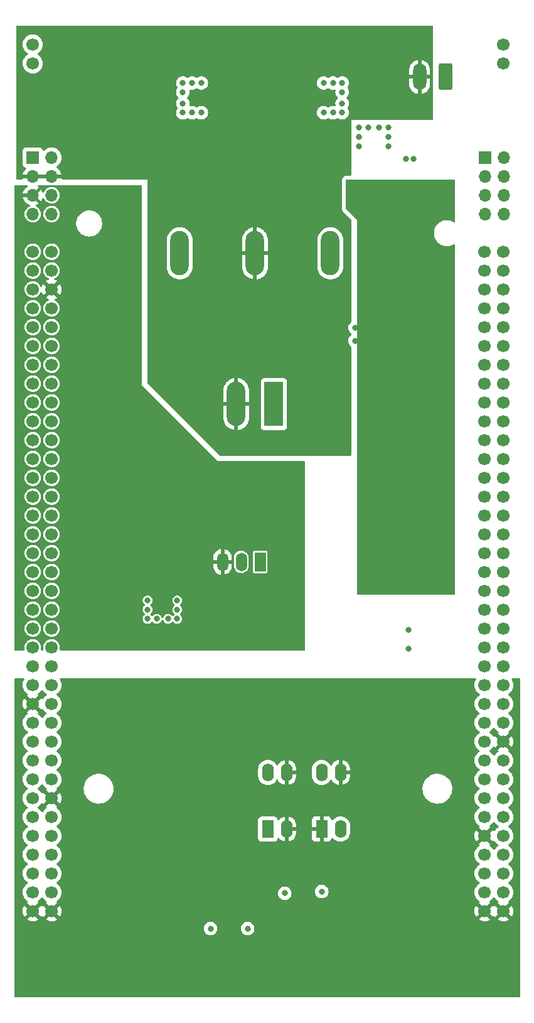
<source format=gbr>
%TF.GenerationSoftware,KiCad,Pcbnew,(6.0.7-1)-1*%
%TF.CreationDate,2022-08-23T12:38:47-05:00*%
%TF.ProjectId,NR1B-Power,4e523142-2d50-46f7-9765-722e6b696361,rev?*%
%TF.SameCoordinates,Original*%
%TF.FileFunction,Copper,L3,Inr*%
%TF.FilePolarity,Positive*%
%FSLAX46Y46*%
G04 Gerber Fmt 4.6, Leading zero omitted, Abs format (unit mm)*
G04 Created by KiCad (PCBNEW (6.0.7-1)-1) date 2022-08-23 12:38:47*
%MOMM*%
%LPD*%
G01*
G04 APERTURE LIST*
G04 Aperture macros list*
%AMRoundRect*
0 Rectangle with rounded corners*
0 $1 Rounding radius*
0 $2 $3 $4 $5 $6 $7 $8 $9 X,Y pos of 4 corners*
0 Add a 4 corners polygon primitive as box body*
4,1,4,$2,$3,$4,$5,$6,$7,$8,$9,$2,$3,0*
0 Add four circle primitives for the rounded corners*
1,1,$1+$1,$2,$3*
1,1,$1+$1,$4,$5*
1,1,$1+$1,$6,$7*
1,1,$1+$1,$8,$9*
0 Add four rect primitives between the rounded corners*
20,1,$1+$1,$2,$3,$4,$5,0*
20,1,$1+$1,$4,$5,$6,$7,0*
20,1,$1+$1,$6,$7,$8,$9,0*
20,1,$1+$1,$8,$9,$2,$3,0*%
G04 Aperture macros list end*
%TA.AperFunction,ComponentPad*%
%ADD10R,1.700000X1.700000*%
%TD*%
%TA.AperFunction,ComponentPad*%
%ADD11O,1.700000X1.700000*%
%TD*%
%TA.AperFunction,ComponentPad*%
%ADD12R,1.600000X2.400000*%
%TD*%
%TA.AperFunction,ComponentPad*%
%ADD13O,1.600000X2.400000*%
%TD*%
%TA.AperFunction,ComponentPad*%
%ADD14C,1.700000*%
%TD*%
%TA.AperFunction,ComponentPad*%
%ADD15R,1.500000X2.500000*%
%TD*%
%TA.AperFunction,ComponentPad*%
%ADD16O,1.500000X2.500000*%
%TD*%
%TA.AperFunction,ComponentPad*%
%ADD17R,2.500000X6.000000*%
%TD*%
%TA.AperFunction,ComponentPad*%
%ADD18O,2.500000X6.000000*%
%TD*%
%TA.AperFunction,ComponentPad*%
%ADD19RoundRect,0.250000X0.650000X1.550000X-0.650000X1.550000X-0.650000X-1.550000X0.650000X-1.550000X0*%
%TD*%
%TA.AperFunction,ComponentPad*%
%ADD20O,1.800000X3.600000*%
%TD*%
%TA.AperFunction,ViaPad*%
%ADD21C,0.800000*%
%TD*%
%TA.AperFunction,Conductor*%
%ADD22C,0.400000*%
%TD*%
G04 APERTURE END LIST*
D10*
%TO.N,-15V*%
%TO.C,J2*%
X163000000Y-99300000D03*
D11*
%TO.N,+15V*%
X165540000Y-99300000D03*
%TO.N,GND*%
X163000000Y-101840000D03*
X165540000Y-101840000D03*
%TO.N,+5V*%
X163000000Y-104380000D03*
%TO.N,unconnected-(J2-Pad6)*%
X165540000Y-104380000D03*
%TO.N,GND*%
X163000000Y-106920000D03*
%TO.N,+24V*%
X165540000Y-106920000D03*
%TD*%
D12*
%TO.N,Net-(R6-Pad1)*%
%TO.C,U4*%
X194725000Y-189825000D03*
D13*
%TO.N,GND*%
X197265000Y-189825000D03*
X197265000Y-182205000D03*
%TO.N,/~{+15V_GOOD}*%
X194725000Y-182205000D03*
%TD*%
D14*
%TO.N,unconnected-(X1-Pad1)*%
%TO.C,X1*%
X163000000Y-112000000D03*
%TO.N,unconnected-(X1-Pad2)*%
X165540000Y-112000000D03*
%TO.N,unconnected-(X1-Pad3)*%
X163000000Y-114540000D03*
%TO.N,unconnected-(X1-Pad4)*%
X165540000Y-114540000D03*
%TO.N,unconnected-(X1-Pad5)*%
X163000000Y-117080000D03*
%TO.N,+5V*%
X165540000Y-117080000D03*
%TO.N,unconnected-(X1-Pad7)*%
X163000000Y-119620000D03*
%TO.N,GND*%
X165540000Y-119620000D03*
%TO.N,unconnected-(X1-Pad9)*%
X163000000Y-122160000D03*
%TO.N,unconnected-(X1-Pad10)*%
X165540000Y-122160000D03*
%TO.N,unconnected-(X1-Pad11)*%
X163000000Y-124700000D03*
%TO.N,unconnected-(X1-Pad12)*%
X165540000Y-124700000D03*
%TO.N,unconnected-(X1-Pad13)*%
X163000000Y-127240000D03*
%TO.N,unconnected-(X1-Pad14)*%
X165540000Y-127240000D03*
%TO.N,unconnected-(X1-Pad15)*%
X163000000Y-129780000D03*
%TO.N,VCC*%
X165540000Y-129780000D03*
%TO.N,unconnected-(X1-Pad17)*%
X163000000Y-132320000D03*
%TO.N,unconnected-(X1-Pad18)*%
X165540000Y-132320000D03*
%TO.N,GND*%
X163000000Y-134860000D03*
X165540000Y-134860000D03*
%TO.N,unconnected-(X1-Pad21)*%
X163000000Y-137400000D03*
%TO.N,GND*%
X165540000Y-137400000D03*
%TO.N,unconnected-(X1-Pad23)*%
X163000000Y-139940000D03*
%TO.N,unconnected-(X1-Pad24)*%
X165540000Y-139940000D03*
%TO.N,unconnected-(X1-Pad25)*%
X163000000Y-142480000D03*
%TO.N,unconnected-(X1-Pad26)*%
X165540000Y-142480000D03*
%TO.N,unconnected-(X1-Pad27)*%
X163000000Y-145020000D03*
%TO.N,unconnected-(X1-Pad28)*%
X165540000Y-145020000D03*
%TO.N,unconnected-(X1-Pad29)*%
X163000000Y-147560000D03*
%TO.N,unconnected-(X1-Pad30)*%
X165540000Y-147560000D03*
%TO.N,unconnected-(X1-Pad31)*%
X163000000Y-150100000D03*
%TO.N,unconnected-(X1-Pad32)*%
X165540000Y-150100000D03*
%TO.N,unconnected-(X1-Pad33)*%
X163000000Y-152640000D03*
%TO.N,unconnected-(X1-Pad34)*%
X165540000Y-152640000D03*
%TO.N,unconnected-(X1-Pad35)*%
X163000000Y-155180000D03*
%TO.N,unconnected-(X1-Pad36)*%
X165540000Y-155180000D03*
%TO.N,unconnected-(X1-Pad37)*%
X163000000Y-157720000D03*
%TO.N,unconnected-(X1-Pad38)*%
X165540000Y-157720000D03*
%TO.N,unconnected-(X1-Pad39)*%
X163000000Y-160260000D03*
%TO.N,unconnected-(X1-Pad40)*%
X165540000Y-160260000D03*
%TO.N,unconnected-(X1-Pad41)*%
X163000000Y-162800000D03*
%TO.N,unconnected-(X1-Pad42)*%
X165540000Y-162800000D03*
%TO.N,unconnected-(X1-Pad43)*%
X163000000Y-165340000D03*
%TO.N,unconnected-(X1-Pad44)*%
X165540000Y-165340000D03*
%TO.N,unconnected-(X1-Pad45)*%
X163000000Y-167880000D03*
%TO.N,unconnected-(X1-Pad46)*%
X165540000Y-167880000D03*
%TO.N,unconnected-(X1-Pad47)*%
X163000000Y-170420000D03*
%TO.N,unconnected-(X1-Pad48)*%
X165540000Y-170420000D03*
%TO.N,GND*%
X163000000Y-172960000D03*
%TO.N,unconnected-(X1-Pad50)*%
X165540000Y-172960000D03*
%TO.N,unconnected-(X1-Pad51)*%
X163000000Y-175500000D03*
%TO.N,unconnected-(X1-Pad52)*%
X165540000Y-175500000D03*
%TO.N,unconnected-(X1-Pad53)*%
X163000000Y-178040000D03*
%TO.N,unconnected-(X1-Pad54)*%
X165540000Y-178040000D03*
%TO.N,unconnected-(X1-Pad55)*%
X163000000Y-180580000D03*
%TO.N,unconnected-(X1-Pad56)*%
X165540000Y-180580000D03*
%TO.N,unconnected-(X1-Pad57)*%
X163000000Y-183120000D03*
%TO.N,unconnected-(X1-Pad58)*%
X165540000Y-183120000D03*
%TO.N,unconnected-(X1-Pad59)*%
X163000000Y-185660000D03*
%TO.N,GND*%
X165540000Y-185660000D03*
%TO.N,unconnected-(X1-Pad61)*%
X163000000Y-188200000D03*
%TO.N,unconnected-(X1-Pad62)*%
X165540000Y-188200000D03*
%TO.N,unconnected-(X1-Pad63)*%
X163000000Y-190740000D03*
%TO.N,unconnected-(X1-Pad64)*%
X165540000Y-190740000D03*
%TO.N,unconnected-(X1-Pad65)*%
X163000000Y-193280000D03*
%TO.N,unconnected-(X1-Pad66)*%
X165540000Y-193280000D03*
%TO.N,unconnected-(X1-Pad67)*%
X163000000Y-195820000D03*
%TO.N,unconnected-(X1-Pad68)*%
X165540000Y-195820000D03*
%TO.N,unconnected-(X1-Pad69)*%
X163000000Y-198360000D03*
%TO.N,unconnected-(X1-Pad70)*%
X165540000Y-198360000D03*
%TO.N,GND*%
X163000000Y-200900000D03*
X165540000Y-200900000D03*
%TO.N,unconnected-(X1-Pad73)*%
X223960000Y-112000000D03*
%TO.N,unconnected-(X1-Pad74)*%
X226500000Y-112000000D03*
%TO.N,unconnected-(X1-Pad75)*%
X223960000Y-114540000D03*
%TO.N,unconnected-(X1-Pad76)*%
X226500000Y-114540000D03*
%TO.N,unconnected-(X1-Pad77)*%
X223960000Y-117080000D03*
%TO.N,unconnected-(X1-Pad78)*%
X226500000Y-117080000D03*
%TO.N,unconnected-(X1-Pad79)*%
X223960000Y-119620000D03*
%TO.N,unconnected-(X1-Pad80)*%
X226500000Y-119620000D03*
%TO.N,GND*%
X223960000Y-122160000D03*
%TO.N,unconnected-(X1-Pad82)*%
X226500000Y-122160000D03*
%TO.N,unconnected-(X1-Pad83)*%
X223960000Y-124700000D03*
%TO.N,unconnected-(X1-Pad84)*%
X226500000Y-124700000D03*
%TO.N,unconnected-(X1-Pad85)*%
X223960000Y-127240000D03*
%TO.N,unconnected-(X1-Pad86)*%
X226500000Y-127240000D03*
%TO.N,unconnected-(X1-Pad87)*%
X223960000Y-129780000D03*
%TO.N,unconnected-(X1-Pad88)*%
X226500000Y-129780000D03*
%TO.N,unconnected-(X1-Pad89)*%
X223960000Y-132320000D03*
%TO.N,unconnected-(X1-Pad90)*%
X226500000Y-132320000D03*
%TO.N,unconnected-(X1-Pad91)*%
X223960000Y-134860000D03*
%TO.N,GND*%
X226500000Y-134860000D03*
%TO.N,unconnected-(X1-Pad93)*%
X223960000Y-137400000D03*
%TO.N,unconnected-(X1-Pad94)*%
X226500000Y-137400000D03*
%TO.N,unconnected-(X1-Pad95)*%
X223960000Y-139940000D03*
%TO.N,unconnected-(X1-Pad96)*%
X226500000Y-139940000D03*
%TO.N,unconnected-(X1-Pad97)*%
X223960000Y-142480000D03*
%TO.N,unconnected-(X1-Pad98)*%
X226500000Y-142480000D03*
%TO.N,unconnected-(X1-Pad99)*%
X223960000Y-145020000D03*
%TO.N,unconnected-(X1-Pad100)*%
X226500000Y-145020000D03*
%TO.N,unconnected-(X1-Pad101)*%
X223960000Y-147560000D03*
%TO.N,unconnected-(X1-Pad102)*%
X226500000Y-147560000D03*
%TO.N,unconnected-(X1-Pad103)*%
X223960000Y-150100000D03*
%TO.N,unconnected-(X1-Pad104)*%
X226500000Y-150100000D03*
%TO.N,unconnected-(X1-Pad105)*%
X223960000Y-152640000D03*
%TO.N,unconnected-(X1-Pad106)*%
X226500000Y-152640000D03*
%TO.N,/~{+15V_GOOD}*%
X223960000Y-155180000D03*
%TO.N,unconnected-(X1-Pad108)*%
X226500000Y-155180000D03*
%TO.N,/~{-15V_GOOD}*%
X223960000Y-157720000D03*
%TO.N,unconnected-(X1-Pad110)*%
X226500000Y-157720000D03*
%TO.N,GND*%
X223960000Y-160260000D03*
%TO.N,unconnected-(X1-Pad112)*%
X226500000Y-160260000D03*
%TO.N,unconnected-(X1-Pad113)*%
X223960000Y-162800000D03*
%TO.N,unconnected-(X1-Pad114)*%
X226500000Y-162800000D03*
%TO.N,unconnected-(X1-Pad115)*%
X223960000Y-165340000D03*
%TO.N,unconnected-(X1-Pad116)*%
X226500000Y-165340000D03*
%TO.N,unconnected-(X1-Pad117)*%
X223960000Y-167880000D03*
%TO.N,unconnected-(X1-Pad118)*%
X226500000Y-167880000D03*
%TO.N,unconnected-(X1-Pad119)*%
X223960000Y-170420000D03*
%TO.N,unconnected-(X1-Pad120)*%
X226500000Y-170420000D03*
%TO.N,unconnected-(X1-Pad121)*%
X223960000Y-172960000D03*
%TO.N,unconnected-(X1-Pad122)*%
X226500000Y-172960000D03*
%TO.N,unconnected-(X1-Pad123)*%
X223960000Y-175500000D03*
%TO.N,unconnected-(X1-Pad124)*%
X226500000Y-175500000D03*
%TO.N,unconnected-(X1-Pad125)*%
X223960000Y-178040000D03*
%TO.N,GND*%
X226500000Y-178040000D03*
%TO.N,unconnected-(X1-Pad127)*%
X223960000Y-180580000D03*
%TO.N,unconnected-(X1-Pad128)*%
X226500000Y-180580000D03*
%TO.N,unconnected-(X1-Pad129)*%
X223960000Y-183120000D03*
%TO.N,unconnected-(X1-Pad130)*%
X226500000Y-183120000D03*
%TO.N,unconnected-(X1-Pad131)*%
X223960000Y-185660000D03*
%TO.N,unconnected-(X1-Pad132)*%
X226500000Y-185660000D03*
%TO.N,unconnected-(X1-Pad133)*%
X223960000Y-188200000D03*
%TO.N,unconnected-(X1-Pad134)*%
X226500000Y-188200000D03*
%TO.N,GND*%
X223960000Y-190740000D03*
%TO.N,unconnected-(X1-Pad136)*%
X226500000Y-190740000D03*
%TO.N,unconnected-(X1-Pad137)*%
X223960000Y-193280000D03*
%TO.N,unconnected-(X1-Pad138)*%
X226500000Y-193280000D03*
%TO.N,unconnected-(X1-Pad139)*%
X223960000Y-195820000D03*
%TO.N,unconnected-(X1-Pad140)*%
X226500000Y-195820000D03*
%TO.N,unconnected-(X1-Pad141)*%
X223960000Y-198360000D03*
%TO.N,unconnected-(X1-Pad142)*%
X226500000Y-198360000D03*
%TO.N,GND*%
X223960000Y-200900000D03*
X226500000Y-200900000D03*
%TO.N,N/C*%
X163000000Y-84060000D03*
X163000000Y-86600000D03*
X226500000Y-84060000D03*
X226500000Y-86600000D03*
%TD*%
D15*
%TO.N,Net-(D7-Pad1)*%
%TO.C,U1*%
X193682500Y-153817500D03*
D16*
%TO.N,GND*%
X191142500Y-153817500D03*
%TO.N,+5V*%
X188602500Y-153817500D03*
%TD*%
D17*
%TO.N,Net-(D8-Pad1)*%
%TO.C,U2*%
X195540000Y-132535000D03*
D18*
%TO.N,GND*%
X190460000Y-132535000D03*
%TO.N,+15V*%
X203160000Y-112215000D03*
%TO.N,GND*%
X193000000Y-112215000D03*
%TO.N,-15V*%
X182840000Y-112215000D03*
%TD*%
D19*
%TO.N,/24VIN*%
%TO.C,J3*%
X218695000Y-88432500D03*
D20*
%TO.N,GND*%
X215195000Y-88432500D03*
%TD*%
D10*
%TO.N,unconnected-(J1-Pad1)*%
%TO.C,J1*%
X224000000Y-99300000D03*
D11*
%TO.N,unconnected-(J1-Pad2)*%
X226540000Y-99300000D03*
%TO.N,unconnected-(J1-Pad3)*%
X224000000Y-101840000D03*
%TO.N,unconnected-(J1-Pad4)*%
X226540000Y-101840000D03*
%TO.N,unconnected-(J1-Pad5)*%
X224000000Y-104380000D03*
%TO.N,unconnected-(J1-Pad6)*%
X226540000Y-104380000D03*
%TO.N,unconnected-(J1-Pad7)*%
X224000000Y-106920000D03*
%TO.N,unconnected-(J1-Pad8)*%
X226540000Y-106920000D03*
%TD*%
D12*
%TO.N,GND*%
%TO.C,U3*%
X201975000Y-189825000D03*
D13*
%TO.N,Net-(R2-Pad1)*%
X204515000Y-189825000D03*
%TO.N,GND*%
X204515000Y-182205000D03*
%TO.N,/~{-15V_GOOD}*%
X201975000Y-182205000D03*
%TD*%
D21*
%TO.N,+24V*%
X212500000Y-105500000D03*
X217500000Y-106750000D03*
X212500000Y-122250000D03*
X213750000Y-106750000D03*
X213750000Y-105500000D03*
X212500000Y-124000000D03*
X209500000Y-122250000D03*
X207750000Y-155250000D03*
X209000000Y-106000000D03*
X216250000Y-106750000D03*
X210750000Y-106000000D03*
X207250000Y-106000000D03*
X218750000Y-105500000D03*
X207250000Y-103750000D03*
X215000000Y-104250000D03*
X207750000Y-152250000D03*
X218750000Y-104250000D03*
X211000000Y-122250000D03*
X215000000Y-106750000D03*
X206500000Y-124000000D03*
X212500000Y-106750000D03*
X213750000Y-104250000D03*
X209250000Y-152250000D03*
X208000000Y-122250000D03*
X216250000Y-105500000D03*
X209250000Y-153750000D03*
X206500000Y-122250000D03*
X216250000Y-104250000D03*
X217500000Y-104250000D03*
X215000000Y-105500000D03*
X218750000Y-106750000D03*
X210750000Y-103750000D03*
X217500000Y-105500000D03*
X209250000Y-155250000D03*
X212500000Y-104250000D03*
%TO.N,GND*%
X188750000Y-210250000D03*
X182500000Y-160250000D03*
X181250000Y-161500000D03*
X197750000Y-89250000D03*
X208250000Y-95250000D03*
X192750000Y-90500000D03*
X192750000Y-93250000D03*
X178750000Y-170500000D03*
X195250000Y-90500000D03*
X178500000Y-159000000D03*
X192750000Y-89250000D03*
X211000000Y-97750000D03*
X211000000Y-96500000D03*
X213662500Y-163000000D03*
X169750000Y-203250000D03*
X190250000Y-93250000D03*
X190250000Y-89250000D03*
X170750000Y-170500000D03*
X178500000Y-160250000D03*
X183750000Y-210250000D03*
X192750000Y-92000000D03*
X214400000Y-99500000D03*
X207000000Y-97750000D03*
X196500000Y-89250000D03*
X178500000Y-161500000D03*
X182500000Y-161500000D03*
X213400000Y-99500000D03*
X179750000Y-161500000D03*
X211000000Y-95250000D03*
X203750000Y-210250000D03*
X213500000Y-170250000D03*
X196500000Y-93250000D03*
X197750000Y-93250000D03*
X175250000Y-203250000D03*
X182500000Y-159000000D03*
X198750000Y-210250000D03*
X200000000Y-170250000D03*
X195250000Y-93250000D03*
X207000000Y-96500000D03*
X193750000Y-210250000D03*
X209750000Y-95250000D03*
X207000000Y-95250000D03*
X195250000Y-92000000D03*
X191500000Y-89250000D03*
X191500000Y-93250000D03*
X195250000Y-89250000D03*
%TO.N,+5V*%
X182500000Y-153250000D03*
X182500000Y-154500000D03*
X179750000Y-152000000D03*
X182500000Y-152000000D03*
X181250000Y-152000000D03*
X178500000Y-153250000D03*
X178500000Y-152000000D03*
X178500000Y-154500000D03*
X187000000Y-203250000D03*
%TO.N,+15V*%
X204750000Y-92000000D03*
X202250000Y-93250000D03*
X197000000Y-198500000D03*
X203500000Y-89250000D03*
X203500000Y-93250000D03*
X204750000Y-89250000D03*
X204750000Y-93250000D03*
X202250000Y-89250000D03*
X204750000Y-90500000D03*
%TO.N,-15V*%
X184500000Y-93250000D03*
X183250000Y-93250000D03*
X202000000Y-198250000D03*
X185750000Y-89250000D03*
X183250000Y-90500000D03*
X183250000Y-92000000D03*
X185750000Y-93250000D03*
X183250000Y-89250000D03*
X184500000Y-89250000D03*
%TO.N,VCC*%
X213662500Y-165500000D03*
X192000000Y-203250000D03*
%TD*%
D22*
%TO.N,+5V*%
X163000000Y-104380000D02*
X164370000Y-105750000D01*
X164130000Y-103250000D02*
X164500000Y-103250000D01*
X163000000Y-104380000D02*
X164130000Y-103250000D01*
X164370000Y-105750000D02*
X164500000Y-105750000D01*
%TD*%
%TA.AperFunction,Conductor*%
%TO.N,GND*%
G36*
X216942121Y-81520002D02*
G01*
X216988614Y-81573658D01*
X217000000Y-81626000D01*
X217000000Y-94124000D01*
X216979998Y-94192121D01*
X216926342Y-94238614D01*
X216874000Y-94250000D01*
X206000000Y-94250000D01*
X206000000Y-101610500D01*
X205979998Y-101678621D01*
X205926342Y-101725114D01*
X205874000Y-101736500D01*
X205376000Y-101736500D01*
X205372654Y-101736860D01*
X205372649Y-101736860D01*
X205270215Y-101747872D01*
X205270208Y-101747873D01*
X205266851Y-101748234D01*
X205263551Y-101748952D01*
X205263550Y-101748952D01*
X205217790Y-101758906D01*
X205217785Y-101758907D01*
X205214509Y-101759620D01*
X205110343Y-101794290D01*
X204987388Y-101873308D01*
X204933732Y-101919801D01*
X204930792Y-101923194D01*
X204843919Y-102023450D01*
X204843917Y-102023453D01*
X204838018Y-102030261D01*
X204777302Y-102163210D01*
X204776034Y-102167529D01*
X204759363Y-102224306D01*
X204757300Y-102231331D01*
X204756660Y-102235780D01*
X204756659Y-102235786D01*
X204752193Y-102266851D01*
X204736500Y-102376000D01*
X204736500Y-106197810D01*
X204739441Y-106252692D01*
X204742320Y-106279475D01*
X204742588Y-106281132D01*
X204742590Y-106281143D01*
X204750125Y-106327640D01*
X204750126Y-106327645D01*
X204751116Y-106333752D01*
X204753278Y-106339549D01*
X204753279Y-106339552D01*
X204794136Y-106449089D01*
X204802194Y-106470693D01*
X204804347Y-106474636D01*
X204804348Y-106474638D01*
X204834064Y-106529057D01*
X204836220Y-106533005D01*
X204838915Y-106536605D01*
X204921109Y-106646402D01*
X204921113Y-106646406D01*
X204923806Y-106650004D01*
X205963095Y-107689293D01*
X205997121Y-107751605D01*
X206000000Y-107778388D01*
X206000000Y-121426104D01*
X205979998Y-121494225D01*
X205948062Y-121528039D01*
X205888747Y-121571134D01*
X205760960Y-121713056D01*
X205665473Y-121878444D01*
X205606458Y-122060072D01*
X205586496Y-122250000D01*
X205606458Y-122439928D01*
X205665473Y-122621556D01*
X205760960Y-122786944D01*
X205888747Y-122928866D01*
X205894089Y-122932747D01*
X205894091Y-122932749D01*
X205948061Y-122971960D01*
X205991415Y-123028182D01*
X206000000Y-123073896D01*
X206000000Y-123176104D01*
X205979998Y-123244225D01*
X205948062Y-123278039D01*
X205888747Y-123321134D01*
X205760960Y-123463056D01*
X205665473Y-123628444D01*
X205606458Y-123810072D01*
X205586496Y-124000000D01*
X205606458Y-124189928D01*
X205665473Y-124371556D01*
X205760960Y-124536944D01*
X205888747Y-124678866D01*
X205894089Y-124682747D01*
X205894091Y-124682749D01*
X205948061Y-124721960D01*
X205991415Y-124778182D01*
X206000000Y-124823896D01*
X206000000Y-139374000D01*
X205979998Y-139442121D01*
X205926342Y-139488614D01*
X205874000Y-139500000D01*
X188302190Y-139500000D01*
X188234069Y-139479998D01*
X188213095Y-139463095D01*
X183098998Y-134348998D01*
X188702000Y-134348998D01*
X188702173Y-134353673D01*
X188716088Y-134540926D01*
X188717464Y-134550132D01*
X188773071Y-134795874D01*
X188775795Y-134804785D01*
X188867112Y-135039608D01*
X188871123Y-135048017D01*
X188996146Y-135266760D01*
X189001357Y-135274486D01*
X189157341Y-135472350D01*
X189163634Y-135479218D01*
X189347144Y-135651848D01*
X189354398Y-135657722D01*
X189561403Y-135801327D01*
X189569438Y-135806060D01*
X189795407Y-135917495D01*
X189804040Y-135920983D01*
X190043994Y-135997793D01*
X190053076Y-135999973D01*
X190188120Y-136021967D01*
X190201714Y-136020271D01*
X190205865Y-136006606D01*
X190714000Y-136006606D01*
X190718018Y-136020290D01*
X190731710Y-136022311D01*
X190821904Y-136010036D01*
X190831022Y-136008098D01*
X191072902Y-135937596D01*
X191081633Y-135934333D01*
X191310442Y-135828849D01*
X191318594Y-135824330D01*
X191529291Y-135686192D01*
X191536696Y-135680509D01*
X191645796Y-135583134D01*
X193781500Y-135583134D01*
X193788255Y-135645316D01*
X193839385Y-135781705D01*
X193926739Y-135898261D01*
X194043295Y-135985615D01*
X194179684Y-136036745D01*
X194241866Y-136043500D01*
X196838134Y-136043500D01*
X196900316Y-136036745D01*
X197036705Y-135985615D01*
X197153261Y-135898261D01*
X197240615Y-135781705D01*
X197291745Y-135645316D01*
X197298500Y-135583134D01*
X197298500Y-129486866D01*
X197291745Y-129424684D01*
X197240615Y-129288295D01*
X197153261Y-129171739D01*
X197036705Y-129084385D01*
X196900316Y-129033255D01*
X196838134Y-129026500D01*
X194241866Y-129026500D01*
X194179684Y-129033255D01*
X194043295Y-129084385D01*
X193926739Y-129171739D01*
X193839385Y-129288295D01*
X193788255Y-129424684D01*
X193781500Y-129486866D01*
X193781500Y-135583134D01*
X191645796Y-135583134D01*
X191724654Y-135512751D01*
X191731139Y-135506035D01*
X191892239Y-135312334D01*
X191897654Y-135304742D01*
X192028354Y-135089354D01*
X192032592Y-135081037D01*
X192130019Y-134848701D01*
X192132980Y-134839851D01*
X192194994Y-134595669D01*
X192196616Y-134586472D01*
X192217684Y-134377247D01*
X192218000Y-134370955D01*
X192218000Y-132807115D01*
X192213525Y-132791876D01*
X192212135Y-132790671D01*
X192204452Y-132789000D01*
X190732115Y-132789000D01*
X190716876Y-132793475D01*
X190715671Y-132794865D01*
X190714000Y-132802548D01*
X190714000Y-136006606D01*
X190205865Y-136006606D01*
X190206000Y-136006161D01*
X190206000Y-132807115D01*
X190201525Y-132791876D01*
X190200135Y-132790671D01*
X190192452Y-132789000D01*
X188720115Y-132789000D01*
X188704876Y-132793475D01*
X188703671Y-132794865D01*
X188702000Y-132802548D01*
X188702000Y-134348998D01*
X183098998Y-134348998D01*
X181012885Y-132262885D01*
X188702000Y-132262885D01*
X188706475Y-132278124D01*
X188707865Y-132279329D01*
X188715548Y-132281000D01*
X190187885Y-132281000D01*
X190203124Y-132276525D01*
X190204329Y-132275135D01*
X190206000Y-132267452D01*
X190206000Y-132262885D01*
X190714000Y-132262885D01*
X190718475Y-132278124D01*
X190719865Y-132279329D01*
X190727548Y-132281000D01*
X192199885Y-132281000D01*
X192215124Y-132276525D01*
X192216329Y-132275135D01*
X192218000Y-132267452D01*
X192218000Y-130721002D01*
X192217827Y-130716327D01*
X192203912Y-130529074D01*
X192202536Y-130519868D01*
X192146929Y-130274126D01*
X192144205Y-130265215D01*
X192052888Y-130030392D01*
X192048877Y-130021983D01*
X191923854Y-129803240D01*
X191918643Y-129795514D01*
X191762659Y-129597650D01*
X191756366Y-129590782D01*
X191572856Y-129418152D01*
X191565602Y-129412278D01*
X191358597Y-129268673D01*
X191350562Y-129263940D01*
X191124593Y-129152505D01*
X191115960Y-129149017D01*
X190876006Y-129072207D01*
X190866924Y-129070027D01*
X190731880Y-129048033D01*
X190718286Y-129049729D01*
X190714000Y-129063839D01*
X190714000Y-132262885D01*
X190206000Y-132262885D01*
X190206000Y-129063394D01*
X190201982Y-129049710D01*
X190188290Y-129047689D01*
X190098096Y-129059964D01*
X190088978Y-129061902D01*
X189847098Y-129132404D01*
X189838367Y-129135667D01*
X189609558Y-129241151D01*
X189601406Y-129245670D01*
X189390709Y-129383808D01*
X189383304Y-129389491D01*
X189195346Y-129557249D01*
X189188861Y-129563965D01*
X189027761Y-129757666D01*
X189022346Y-129765258D01*
X188891646Y-129980646D01*
X188887408Y-129988963D01*
X188789981Y-130221299D01*
X188787020Y-130230149D01*
X188725006Y-130474331D01*
X188723384Y-130483528D01*
X188702316Y-130692753D01*
X188702000Y-130699045D01*
X188702000Y-132262885D01*
X181012885Y-132262885D01*
X178536905Y-129786905D01*
X178502879Y-129724593D01*
X178500000Y-129697810D01*
X178500000Y-114031354D01*
X181081500Y-114031354D01*
X181081673Y-114033679D01*
X181081673Y-114033685D01*
X181082957Y-114050955D01*
X181095939Y-114225652D01*
X181096968Y-114230200D01*
X181096969Y-114230206D01*
X181139147Y-114416601D01*
X181153623Y-114480577D01*
X181248353Y-114724177D01*
X181378049Y-114951098D01*
X181539862Y-115156357D01*
X181730237Y-115335443D01*
X181882563Y-115441116D01*
X181940527Y-115481327D01*
X181944991Y-115484424D01*
X181949181Y-115486490D01*
X181949184Y-115486492D01*
X182175219Y-115597960D01*
X182175222Y-115597961D01*
X182179407Y-115600025D01*
X182183850Y-115601447D01*
X182183852Y-115601448D01*
X182422356Y-115677793D01*
X182428335Y-115679707D01*
X182686307Y-115721721D01*
X182800058Y-115723210D01*
X182942978Y-115725081D01*
X182942981Y-115725081D01*
X182947655Y-115725142D01*
X183206638Y-115689896D01*
X183217926Y-115686606D01*
X183278664Y-115668902D01*
X183457567Y-115616757D01*
X183491784Y-115600983D01*
X183512112Y-115591611D01*
X183694928Y-115507332D01*
X183744976Y-115474519D01*
X183909596Y-115366590D01*
X183909601Y-115366586D01*
X183913509Y-115364024D01*
X184108506Y-115189982D01*
X184275637Y-114989030D01*
X184411229Y-114765581D01*
X184512303Y-114524545D01*
X184576641Y-114271217D01*
X184598500Y-114054133D01*
X184598500Y-114028998D01*
X191242000Y-114028998D01*
X191242173Y-114033673D01*
X191256088Y-114220926D01*
X191257464Y-114230132D01*
X191313071Y-114475874D01*
X191315795Y-114484785D01*
X191407112Y-114719608D01*
X191411123Y-114728017D01*
X191536146Y-114946760D01*
X191541357Y-114954486D01*
X191697341Y-115152350D01*
X191703634Y-115159218D01*
X191887144Y-115331848D01*
X191894398Y-115337722D01*
X192101403Y-115481327D01*
X192109438Y-115486060D01*
X192335407Y-115597495D01*
X192344040Y-115600983D01*
X192583994Y-115677793D01*
X192593076Y-115679973D01*
X192728120Y-115701967D01*
X192741714Y-115700271D01*
X192745865Y-115686606D01*
X193254000Y-115686606D01*
X193258018Y-115700290D01*
X193271710Y-115702311D01*
X193361904Y-115690036D01*
X193371022Y-115688098D01*
X193612902Y-115617596D01*
X193621633Y-115614333D01*
X193850442Y-115508849D01*
X193858594Y-115504330D01*
X194069291Y-115366192D01*
X194076696Y-115360509D01*
X194264654Y-115192751D01*
X194271139Y-115186035D01*
X194432239Y-114992334D01*
X194437654Y-114984742D01*
X194568354Y-114769354D01*
X194572592Y-114761037D01*
X194670019Y-114528701D01*
X194672980Y-114519851D01*
X194734994Y-114275669D01*
X194736616Y-114266472D01*
X194757684Y-114057247D01*
X194758000Y-114050955D01*
X194758000Y-114031354D01*
X201401500Y-114031354D01*
X201401673Y-114033679D01*
X201401673Y-114033685D01*
X201402957Y-114050955D01*
X201415939Y-114225652D01*
X201416968Y-114230200D01*
X201416969Y-114230206D01*
X201459147Y-114416601D01*
X201473623Y-114480577D01*
X201568353Y-114724177D01*
X201698049Y-114951098D01*
X201859862Y-115156357D01*
X202050237Y-115335443D01*
X202202563Y-115441116D01*
X202260527Y-115481327D01*
X202264991Y-115484424D01*
X202269181Y-115486490D01*
X202269184Y-115486492D01*
X202495219Y-115597960D01*
X202495222Y-115597961D01*
X202499407Y-115600025D01*
X202503850Y-115601447D01*
X202503852Y-115601448D01*
X202742356Y-115677793D01*
X202748335Y-115679707D01*
X203006307Y-115721721D01*
X203120058Y-115723210D01*
X203262978Y-115725081D01*
X203262981Y-115725081D01*
X203267655Y-115725142D01*
X203526638Y-115689896D01*
X203537926Y-115686606D01*
X203598664Y-115668902D01*
X203777567Y-115616757D01*
X203811784Y-115600983D01*
X203832112Y-115591611D01*
X204014928Y-115507332D01*
X204064976Y-115474519D01*
X204229596Y-115366590D01*
X204229601Y-115366586D01*
X204233509Y-115364024D01*
X204428506Y-115189982D01*
X204595637Y-114989030D01*
X204731229Y-114765581D01*
X204832303Y-114524545D01*
X204896641Y-114271217D01*
X204918500Y-114054133D01*
X204918500Y-110398646D01*
X204917309Y-110382619D01*
X204904407Y-110209000D01*
X204904406Y-110208996D01*
X204904061Y-110204348D01*
X204894825Y-110163528D01*
X204847408Y-109953980D01*
X204846377Y-109949423D01*
X204751647Y-109705823D01*
X204621951Y-109478902D01*
X204460138Y-109273643D01*
X204269763Y-109094557D01*
X204117437Y-108988884D01*
X204058851Y-108948241D01*
X204058848Y-108948239D01*
X204055009Y-108945576D01*
X204014644Y-108925670D01*
X203824781Y-108832040D01*
X203824778Y-108832039D01*
X203820593Y-108829975D01*
X203774449Y-108815204D01*
X203576123Y-108751720D01*
X203571665Y-108750293D01*
X203313693Y-108708279D01*
X203199942Y-108706790D01*
X203057022Y-108704919D01*
X203057019Y-108704919D01*
X203052345Y-108704858D01*
X202793362Y-108740104D01*
X202788876Y-108741412D01*
X202788874Y-108741412D01*
X202758405Y-108750293D01*
X202542433Y-108813243D01*
X202538180Y-108815203D01*
X202538179Y-108815204D01*
X202487888Y-108838389D01*
X202305072Y-108922668D01*
X202266067Y-108948241D01*
X202090404Y-109063410D01*
X202090399Y-109063414D01*
X202086491Y-109065976D01*
X201891494Y-109240018D01*
X201724363Y-109440970D01*
X201588771Y-109664419D01*
X201487697Y-109905455D01*
X201423359Y-110158783D01*
X201401500Y-110375867D01*
X201401500Y-114031354D01*
X194758000Y-114031354D01*
X194758000Y-112487115D01*
X194753525Y-112471876D01*
X194752135Y-112470671D01*
X194744452Y-112469000D01*
X193272115Y-112469000D01*
X193256876Y-112473475D01*
X193255671Y-112474865D01*
X193254000Y-112482548D01*
X193254000Y-115686606D01*
X192745865Y-115686606D01*
X192746000Y-115686161D01*
X192746000Y-112487115D01*
X192741525Y-112471876D01*
X192740135Y-112470671D01*
X192732452Y-112469000D01*
X191260115Y-112469000D01*
X191244876Y-112473475D01*
X191243671Y-112474865D01*
X191242000Y-112482548D01*
X191242000Y-114028998D01*
X184598500Y-114028998D01*
X184598500Y-111942885D01*
X191242000Y-111942885D01*
X191246475Y-111958124D01*
X191247865Y-111959329D01*
X191255548Y-111961000D01*
X192727885Y-111961000D01*
X192743124Y-111956525D01*
X192744329Y-111955135D01*
X192746000Y-111947452D01*
X192746000Y-111942885D01*
X193254000Y-111942885D01*
X193258475Y-111958124D01*
X193259865Y-111959329D01*
X193267548Y-111961000D01*
X194739885Y-111961000D01*
X194755124Y-111956525D01*
X194756329Y-111955135D01*
X194758000Y-111947452D01*
X194758000Y-110401002D01*
X194757827Y-110396327D01*
X194743912Y-110209074D01*
X194742536Y-110199868D01*
X194686929Y-109954126D01*
X194684205Y-109945215D01*
X194592888Y-109710392D01*
X194588877Y-109701983D01*
X194463854Y-109483240D01*
X194458643Y-109475514D01*
X194302659Y-109277650D01*
X194296366Y-109270782D01*
X194112856Y-109098152D01*
X194105602Y-109092278D01*
X193898597Y-108948673D01*
X193890562Y-108943940D01*
X193664593Y-108832505D01*
X193655960Y-108829017D01*
X193416006Y-108752207D01*
X193406924Y-108750027D01*
X193271880Y-108728033D01*
X193258286Y-108729729D01*
X193254000Y-108743839D01*
X193254000Y-111942885D01*
X192746000Y-111942885D01*
X192746000Y-108743394D01*
X192741982Y-108729710D01*
X192728290Y-108727689D01*
X192638096Y-108739964D01*
X192628978Y-108741902D01*
X192387098Y-108812404D01*
X192378367Y-108815667D01*
X192149558Y-108921151D01*
X192141406Y-108925670D01*
X191930709Y-109063808D01*
X191923304Y-109069491D01*
X191735346Y-109237249D01*
X191728861Y-109243965D01*
X191567761Y-109437666D01*
X191562346Y-109445258D01*
X191431646Y-109660646D01*
X191427408Y-109668963D01*
X191329981Y-109901299D01*
X191327020Y-109910149D01*
X191265006Y-110154331D01*
X191263384Y-110163528D01*
X191242316Y-110372753D01*
X191242000Y-110379045D01*
X191242000Y-111942885D01*
X184598500Y-111942885D01*
X184598500Y-110398646D01*
X184597309Y-110382619D01*
X184584407Y-110209000D01*
X184584406Y-110208996D01*
X184584061Y-110204348D01*
X184574825Y-110163528D01*
X184527408Y-109953980D01*
X184526377Y-109949423D01*
X184431647Y-109705823D01*
X184301951Y-109478902D01*
X184140138Y-109273643D01*
X183949763Y-109094557D01*
X183797437Y-108988884D01*
X183738851Y-108948241D01*
X183738848Y-108948239D01*
X183735009Y-108945576D01*
X183694644Y-108925670D01*
X183504781Y-108832040D01*
X183504778Y-108832039D01*
X183500593Y-108829975D01*
X183454449Y-108815204D01*
X183256123Y-108751720D01*
X183251665Y-108750293D01*
X182993693Y-108708279D01*
X182879942Y-108706790D01*
X182737022Y-108704919D01*
X182737019Y-108704919D01*
X182732345Y-108704858D01*
X182473362Y-108740104D01*
X182468876Y-108741412D01*
X182468874Y-108741412D01*
X182438405Y-108750293D01*
X182222433Y-108813243D01*
X182218180Y-108815203D01*
X182218179Y-108815204D01*
X182167888Y-108838389D01*
X181985072Y-108922668D01*
X181946067Y-108948241D01*
X181770404Y-109063410D01*
X181770399Y-109063414D01*
X181766491Y-109065976D01*
X181571494Y-109240018D01*
X181404363Y-109440970D01*
X181268771Y-109664419D01*
X181167697Y-109905455D01*
X181103359Y-110158783D01*
X181081500Y-110375867D01*
X181081500Y-114031354D01*
X178500000Y-114031354D01*
X178500000Y-102250000D01*
X166999489Y-102250000D01*
X166931368Y-102229998D01*
X166884875Y-102176342D01*
X166877883Y-102129689D01*
X166876778Y-102129861D01*
X166871775Y-102097778D01*
X166858617Y-102094000D01*
X161683225Y-102094000D01*
X161669694Y-102097973D01*
X161665109Y-102129864D01*
X161663494Y-102129632D01*
X161661090Y-102167156D01*
X161618966Y-102224306D01*
X161552631Y-102249609D01*
X161542711Y-102250000D01*
X160876000Y-102250000D01*
X160807879Y-102229998D01*
X160761386Y-102176342D01*
X160750000Y-102124000D01*
X160750000Y-100198134D01*
X161641500Y-100198134D01*
X161648255Y-100260316D01*
X161699385Y-100396705D01*
X161786739Y-100513261D01*
X161903295Y-100600615D01*
X161911704Y-100603767D01*
X161911705Y-100603768D01*
X162020960Y-100644726D01*
X162077725Y-100687367D01*
X162102425Y-100753929D01*
X162087218Y-100823278D01*
X162067825Y-100849759D01*
X161944590Y-100978717D01*
X161938104Y-100986727D01*
X161818098Y-101162649D01*
X161813000Y-101171623D01*
X161723338Y-101364783D01*
X161719775Y-101374470D01*
X161664389Y-101574183D01*
X161665912Y-101582607D01*
X161678292Y-101586000D01*
X166858344Y-101586000D01*
X166871875Y-101582027D01*
X166873180Y-101572947D01*
X166831214Y-101405875D01*
X166827894Y-101396124D01*
X166742972Y-101200814D01*
X166738105Y-101191739D01*
X166622426Y-101012926D01*
X166616136Y-101004757D01*
X166472806Y-100847240D01*
X166465273Y-100840215D01*
X166298139Y-100708222D01*
X166289556Y-100702520D01*
X166252602Y-100682120D01*
X166202631Y-100631687D01*
X166187859Y-100562245D01*
X166212975Y-100495839D01*
X166240327Y-100469232D01*
X166263797Y-100452491D01*
X166419860Y-100341173D01*
X166578096Y-100183489D01*
X166708453Y-100002077D01*
X166807430Y-99801811D01*
X166872370Y-99588069D01*
X166901529Y-99366590D01*
X166903156Y-99300000D01*
X166884852Y-99077361D01*
X166830431Y-98860702D01*
X166741354Y-98655840D01*
X166620014Y-98468277D01*
X166469670Y-98303051D01*
X166465619Y-98299852D01*
X166465615Y-98299848D01*
X166298414Y-98167800D01*
X166298410Y-98167798D01*
X166294359Y-98164598D01*
X166098789Y-98056638D01*
X166093920Y-98054914D01*
X166093916Y-98054912D01*
X165893087Y-97983795D01*
X165893083Y-97983794D01*
X165888212Y-97982069D01*
X165883119Y-97981162D01*
X165883116Y-97981161D01*
X165673373Y-97943800D01*
X165673367Y-97943799D01*
X165668284Y-97942894D01*
X165594452Y-97941992D01*
X165450081Y-97940228D01*
X165450079Y-97940228D01*
X165444911Y-97940165D01*
X165224091Y-97973955D01*
X165011756Y-98043357D01*
X164813607Y-98146507D01*
X164809474Y-98149610D01*
X164809471Y-98149612D01*
X164639100Y-98277530D01*
X164634965Y-98280635D01*
X164578537Y-98339684D01*
X164554283Y-98365064D01*
X164492759Y-98400494D01*
X164421846Y-98397037D01*
X164364060Y-98355791D01*
X164345207Y-98322243D01*
X164303767Y-98211703D01*
X164300615Y-98203295D01*
X164213261Y-98086739D01*
X164096705Y-97999385D01*
X163960316Y-97948255D01*
X163898134Y-97941500D01*
X162101866Y-97941500D01*
X162039684Y-97948255D01*
X161903295Y-97999385D01*
X161786739Y-98086739D01*
X161699385Y-98203295D01*
X161648255Y-98339684D01*
X161641500Y-98401866D01*
X161641500Y-100198134D01*
X160750000Y-100198134D01*
X160750000Y-93250000D01*
X182336496Y-93250000D01*
X182356458Y-93439928D01*
X182415473Y-93621556D01*
X182510960Y-93786944D01*
X182638747Y-93928866D01*
X182793248Y-94041118D01*
X182799276Y-94043802D01*
X182799278Y-94043803D01*
X182961681Y-94116109D01*
X182967712Y-94118794D01*
X183061112Y-94138647D01*
X183148056Y-94157128D01*
X183148061Y-94157128D01*
X183154513Y-94158500D01*
X183345487Y-94158500D01*
X183351939Y-94157128D01*
X183351944Y-94157128D01*
X183438888Y-94138647D01*
X183532288Y-94118794D01*
X183538319Y-94116109D01*
X183700722Y-94043803D01*
X183700724Y-94043802D01*
X183706752Y-94041118D01*
X183800939Y-93972687D01*
X183867807Y-93948828D01*
X183936958Y-93964909D01*
X183949061Y-93972687D01*
X184043248Y-94041118D01*
X184049276Y-94043802D01*
X184049278Y-94043803D01*
X184211681Y-94116109D01*
X184217712Y-94118794D01*
X184311112Y-94138647D01*
X184398056Y-94157128D01*
X184398061Y-94157128D01*
X184404513Y-94158500D01*
X184595487Y-94158500D01*
X184601939Y-94157128D01*
X184601944Y-94157128D01*
X184688888Y-94138647D01*
X184782288Y-94118794D01*
X184788319Y-94116109D01*
X184950722Y-94043803D01*
X184950724Y-94043802D01*
X184956752Y-94041118D01*
X185050939Y-93972687D01*
X185117807Y-93948828D01*
X185186958Y-93964909D01*
X185199061Y-93972687D01*
X185293248Y-94041118D01*
X185299276Y-94043802D01*
X185299278Y-94043803D01*
X185461681Y-94116109D01*
X185467712Y-94118794D01*
X185561112Y-94138647D01*
X185648056Y-94157128D01*
X185648061Y-94157128D01*
X185654513Y-94158500D01*
X185845487Y-94158500D01*
X185851939Y-94157128D01*
X185851944Y-94157128D01*
X185938888Y-94138647D01*
X186032288Y-94118794D01*
X186038319Y-94116109D01*
X186200722Y-94043803D01*
X186200724Y-94043802D01*
X186206752Y-94041118D01*
X186361253Y-93928866D01*
X186489040Y-93786944D01*
X186584527Y-93621556D01*
X186643542Y-93439928D01*
X186663504Y-93250000D01*
X201336496Y-93250000D01*
X201356458Y-93439928D01*
X201415473Y-93621556D01*
X201510960Y-93786944D01*
X201638747Y-93928866D01*
X201793248Y-94041118D01*
X201799276Y-94043802D01*
X201799278Y-94043803D01*
X201961681Y-94116109D01*
X201967712Y-94118794D01*
X202061112Y-94138647D01*
X202148056Y-94157128D01*
X202148061Y-94157128D01*
X202154513Y-94158500D01*
X202345487Y-94158500D01*
X202351939Y-94157128D01*
X202351944Y-94157128D01*
X202438888Y-94138647D01*
X202532288Y-94118794D01*
X202538319Y-94116109D01*
X202700722Y-94043803D01*
X202700724Y-94043802D01*
X202706752Y-94041118D01*
X202800939Y-93972687D01*
X202867807Y-93948828D01*
X202936958Y-93964909D01*
X202949061Y-93972687D01*
X203043248Y-94041118D01*
X203049276Y-94043802D01*
X203049278Y-94043803D01*
X203211681Y-94116109D01*
X203217712Y-94118794D01*
X203311112Y-94138647D01*
X203398056Y-94157128D01*
X203398061Y-94157128D01*
X203404513Y-94158500D01*
X203595487Y-94158500D01*
X203601939Y-94157128D01*
X203601944Y-94157128D01*
X203688888Y-94138647D01*
X203782288Y-94118794D01*
X203788319Y-94116109D01*
X203950722Y-94043803D01*
X203950724Y-94043802D01*
X203956752Y-94041118D01*
X204050939Y-93972687D01*
X204117807Y-93948828D01*
X204186958Y-93964909D01*
X204199061Y-93972687D01*
X204293248Y-94041118D01*
X204299276Y-94043802D01*
X204299278Y-94043803D01*
X204461681Y-94116109D01*
X204467712Y-94118794D01*
X204561112Y-94138647D01*
X204648056Y-94157128D01*
X204648061Y-94157128D01*
X204654513Y-94158500D01*
X204845487Y-94158500D01*
X204851939Y-94157128D01*
X204851944Y-94157128D01*
X204938888Y-94138647D01*
X205032288Y-94118794D01*
X205038319Y-94116109D01*
X205200722Y-94043803D01*
X205200724Y-94043802D01*
X205206752Y-94041118D01*
X205361253Y-93928866D01*
X205489040Y-93786944D01*
X205584527Y-93621556D01*
X205643542Y-93439928D01*
X205663504Y-93250000D01*
X205643542Y-93060072D01*
X205584527Y-92878444D01*
X205489040Y-92713056D01*
X205484620Y-92708148D01*
X205480741Y-92702808D01*
X205482080Y-92701835D01*
X205454950Y-92645304D01*
X205463713Y-92574851D01*
X205481250Y-92547562D01*
X205480741Y-92547192D01*
X205484620Y-92541852D01*
X205489040Y-92536944D01*
X205547314Y-92436010D01*
X205581223Y-92377279D01*
X205581224Y-92377278D01*
X205584527Y-92371556D01*
X205643542Y-92189928D01*
X205663504Y-92000000D01*
X205643542Y-91810072D01*
X205584527Y-91628444D01*
X205489040Y-91463056D01*
X205373117Y-91334310D01*
X205342399Y-91270303D01*
X205351164Y-91199849D01*
X205373117Y-91165690D01*
X205484621Y-91041852D01*
X205484622Y-91041851D01*
X205489040Y-91036944D01*
X205584527Y-90871556D01*
X205643542Y-90689928D01*
X205663504Y-90500000D01*
X205643542Y-90310072D01*
X205584527Y-90128444D01*
X205577406Y-90116109D01*
X205534109Y-90041118D01*
X205489040Y-89963056D01*
X205484620Y-89958148D01*
X205480741Y-89952808D01*
X205482080Y-89951835D01*
X205454950Y-89895304D01*
X205463713Y-89824851D01*
X205481250Y-89797562D01*
X205480741Y-89797192D01*
X205484620Y-89791852D01*
X205489040Y-89786944D01*
X205584527Y-89621556D01*
X205643542Y-89439928D01*
X205648249Y-89395149D01*
X205648807Y-89389840D01*
X213787000Y-89389840D01*
X213787225Y-89395149D01*
X213801660Y-89565271D01*
X213803452Y-89575759D01*
X213860801Y-89796711D01*
X213864333Y-89806739D01*
X213958085Y-90014863D01*
X213963265Y-90024169D01*
X214090747Y-90213524D01*
X214097406Y-90221807D01*
X214254971Y-90386978D01*
X214262942Y-90394030D01*
X214446082Y-90530290D01*
X214455119Y-90535894D01*
X214658606Y-90639351D01*
X214668459Y-90643352D01*
X214886461Y-90711044D01*
X214896848Y-90713328D01*
X214923043Y-90716800D01*
X214937207Y-90714604D01*
X214941000Y-90701419D01*
X214941000Y-90699782D01*
X215449000Y-90699782D01*
X215452973Y-90713313D01*
X215463580Y-90714838D01*
X215595840Y-90687087D01*
X215606037Y-90684027D01*
X215818340Y-90600185D01*
X215827876Y-90595451D01*
X216023025Y-90477032D01*
X216031618Y-90470766D01*
X216204027Y-90321158D01*
X216211447Y-90313528D01*
X216356180Y-90137012D01*
X216362206Y-90128245D01*
X216475129Y-89929867D01*
X216479595Y-89920203D01*
X216557481Y-89705632D01*
X216560251Y-89695365D01*
X216601081Y-89469568D01*
X216602016Y-89461338D01*
X216602930Y-89441950D01*
X216603000Y-89438974D01*
X216603000Y-88704615D01*
X216598525Y-88689376D01*
X216597135Y-88688171D01*
X216589452Y-88686500D01*
X215467115Y-88686500D01*
X215451876Y-88690975D01*
X215450671Y-88692365D01*
X215449000Y-88700048D01*
X215449000Y-90699782D01*
X214941000Y-90699782D01*
X214941000Y-88704615D01*
X214936525Y-88689376D01*
X214935135Y-88688171D01*
X214927452Y-88686500D01*
X213805115Y-88686500D01*
X213789876Y-88690975D01*
X213788671Y-88692365D01*
X213787000Y-88700048D01*
X213787000Y-89389840D01*
X205648807Y-89389840D01*
X205662814Y-89256565D01*
X205663504Y-89250000D01*
X205643542Y-89060072D01*
X205584527Y-88878444D01*
X205489040Y-88713056D01*
X205467719Y-88689376D01*
X205365675Y-88576045D01*
X205365674Y-88576044D01*
X205361253Y-88571134D01*
X205206752Y-88458882D01*
X205200724Y-88456198D01*
X205200722Y-88456197D01*
X205038319Y-88383891D01*
X205038318Y-88383891D01*
X205032288Y-88381206D01*
X204938888Y-88361353D01*
X204851944Y-88342872D01*
X204851939Y-88342872D01*
X204845487Y-88341500D01*
X204654513Y-88341500D01*
X204648061Y-88342872D01*
X204648056Y-88342872D01*
X204561113Y-88361353D01*
X204467712Y-88381206D01*
X204461682Y-88383891D01*
X204461681Y-88383891D01*
X204299278Y-88456197D01*
X204299276Y-88456198D01*
X204293248Y-88458882D01*
X204287907Y-88462762D01*
X204287906Y-88462763D01*
X204199061Y-88527313D01*
X204132193Y-88551172D01*
X204063042Y-88535091D01*
X204050939Y-88527313D01*
X203962094Y-88462763D01*
X203962093Y-88462762D01*
X203956752Y-88458882D01*
X203950724Y-88456198D01*
X203950722Y-88456197D01*
X203788319Y-88383891D01*
X203788318Y-88383891D01*
X203782288Y-88381206D01*
X203688888Y-88361353D01*
X203601944Y-88342872D01*
X203601939Y-88342872D01*
X203595487Y-88341500D01*
X203404513Y-88341500D01*
X203398061Y-88342872D01*
X203398056Y-88342872D01*
X203311113Y-88361353D01*
X203217712Y-88381206D01*
X203211682Y-88383891D01*
X203211681Y-88383891D01*
X203049278Y-88456197D01*
X203049276Y-88456198D01*
X203043248Y-88458882D01*
X203037907Y-88462762D01*
X203037906Y-88462763D01*
X202949061Y-88527313D01*
X202882193Y-88551172D01*
X202813042Y-88535091D01*
X202800939Y-88527313D01*
X202712094Y-88462763D01*
X202712093Y-88462762D01*
X202706752Y-88458882D01*
X202700724Y-88456198D01*
X202700722Y-88456197D01*
X202538319Y-88383891D01*
X202538318Y-88383891D01*
X202532288Y-88381206D01*
X202438888Y-88361353D01*
X202351944Y-88342872D01*
X202351939Y-88342872D01*
X202345487Y-88341500D01*
X202154513Y-88341500D01*
X202148061Y-88342872D01*
X202148056Y-88342872D01*
X202061113Y-88361353D01*
X201967712Y-88381206D01*
X201961682Y-88383891D01*
X201961681Y-88383891D01*
X201799278Y-88456197D01*
X201799276Y-88456198D01*
X201793248Y-88458882D01*
X201638747Y-88571134D01*
X201634326Y-88576044D01*
X201634325Y-88576045D01*
X201532282Y-88689376D01*
X201510960Y-88713056D01*
X201415473Y-88878444D01*
X201356458Y-89060072D01*
X201336496Y-89250000D01*
X201337186Y-89256565D01*
X201351752Y-89395149D01*
X201356458Y-89439928D01*
X201415473Y-89621556D01*
X201510960Y-89786944D01*
X201515378Y-89791851D01*
X201515379Y-89791852D01*
X201571964Y-89854696D01*
X201638747Y-89928866D01*
X201793248Y-90041118D01*
X201799276Y-90043802D01*
X201799278Y-90043803D01*
X201961681Y-90116109D01*
X201967712Y-90118794D01*
X202060162Y-90138445D01*
X202148056Y-90157128D01*
X202148061Y-90157128D01*
X202154513Y-90158500D01*
X202345487Y-90158500D01*
X202351939Y-90157128D01*
X202351944Y-90157128D01*
X202439838Y-90138445D01*
X202532288Y-90118794D01*
X202538319Y-90116109D01*
X202700722Y-90043803D01*
X202700724Y-90043802D01*
X202706752Y-90041118D01*
X202800939Y-89972687D01*
X202867807Y-89948828D01*
X202936958Y-89964909D01*
X202949061Y-89972687D01*
X203043248Y-90041118D01*
X203049276Y-90043802D01*
X203049278Y-90043803D01*
X203211681Y-90116109D01*
X203217712Y-90118794D01*
X203310162Y-90138445D01*
X203398056Y-90157128D01*
X203398061Y-90157128D01*
X203404513Y-90158500D01*
X203595487Y-90158500D01*
X203601939Y-90157128D01*
X203601944Y-90157128D01*
X203715252Y-90133043D01*
X203786043Y-90138445D01*
X203842675Y-90181262D01*
X203867169Y-90247899D01*
X203861283Y-90295224D01*
X203856458Y-90310072D01*
X203836496Y-90500000D01*
X203856458Y-90689928D01*
X203915473Y-90871556D01*
X204010960Y-91036944D01*
X204015378Y-91041851D01*
X204015379Y-91041852D01*
X204126883Y-91165690D01*
X204157601Y-91229697D01*
X204148836Y-91300151D01*
X204126883Y-91334310D01*
X204010960Y-91463056D01*
X203915473Y-91628444D01*
X203856458Y-91810072D01*
X203836496Y-92000000D01*
X203856458Y-92189928D01*
X203861282Y-92204775D01*
X203863310Y-92275740D01*
X203826648Y-92336538D01*
X203762937Y-92367864D01*
X203715252Y-92366957D01*
X203601944Y-92342872D01*
X203601939Y-92342872D01*
X203595487Y-92341500D01*
X203404513Y-92341500D01*
X203398061Y-92342872D01*
X203398056Y-92342872D01*
X203311112Y-92361353D01*
X203217712Y-92381206D01*
X203211682Y-92383891D01*
X203211681Y-92383891D01*
X203049278Y-92456197D01*
X203049276Y-92456198D01*
X203043248Y-92458882D01*
X203037907Y-92462762D01*
X203037906Y-92462763D01*
X202949061Y-92527313D01*
X202882193Y-92551172D01*
X202813042Y-92535091D01*
X202800939Y-92527313D01*
X202712094Y-92462763D01*
X202712093Y-92462762D01*
X202706752Y-92458882D01*
X202700724Y-92456198D01*
X202700722Y-92456197D01*
X202538319Y-92383891D01*
X202538318Y-92383891D01*
X202532288Y-92381206D01*
X202438888Y-92361353D01*
X202351944Y-92342872D01*
X202351939Y-92342872D01*
X202345487Y-92341500D01*
X202154513Y-92341500D01*
X202148061Y-92342872D01*
X202148056Y-92342872D01*
X202061112Y-92361353D01*
X201967712Y-92381206D01*
X201961682Y-92383891D01*
X201961681Y-92383891D01*
X201799278Y-92456197D01*
X201799276Y-92456198D01*
X201793248Y-92458882D01*
X201638747Y-92571134D01*
X201634326Y-92576044D01*
X201634325Y-92576045D01*
X201545092Y-92675149D01*
X201510960Y-92713056D01*
X201415473Y-92878444D01*
X201356458Y-93060072D01*
X201336496Y-93250000D01*
X186663504Y-93250000D01*
X186643542Y-93060072D01*
X186584527Y-92878444D01*
X186489040Y-92713056D01*
X186454909Y-92675149D01*
X186365675Y-92576045D01*
X186365674Y-92576044D01*
X186361253Y-92571134D01*
X186206752Y-92458882D01*
X186200724Y-92456198D01*
X186200722Y-92456197D01*
X186038319Y-92383891D01*
X186038318Y-92383891D01*
X186032288Y-92381206D01*
X185938888Y-92361353D01*
X185851944Y-92342872D01*
X185851939Y-92342872D01*
X185845487Y-92341500D01*
X185654513Y-92341500D01*
X185648061Y-92342872D01*
X185648056Y-92342872D01*
X185561112Y-92361353D01*
X185467712Y-92381206D01*
X185461682Y-92383891D01*
X185461681Y-92383891D01*
X185299278Y-92456197D01*
X185299276Y-92456198D01*
X185293248Y-92458882D01*
X185287907Y-92462762D01*
X185287906Y-92462763D01*
X185199061Y-92527313D01*
X185132193Y-92551172D01*
X185063042Y-92535091D01*
X185050939Y-92527313D01*
X184962094Y-92462763D01*
X184962093Y-92462762D01*
X184956752Y-92458882D01*
X184950724Y-92456198D01*
X184950722Y-92456197D01*
X184788319Y-92383891D01*
X184788318Y-92383891D01*
X184782288Y-92381206D01*
X184688888Y-92361353D01*
X184601944Y-92342872D01*
X184601939Y-92342872D01*
X184595487Y-92341500D01*
X184404513Y-92341500D01*
X184398061Y-92342872D01*
X184398056Y-92342872D01*
X184284748Y-92366957D01*
X184213957Y-92361555D01*
X184157325Y-92318738D01*
X184132831Y-92252101D01*
X184138717Y-92204776D01*
X184143542Y-92189928D01*
X184163504Y-92000000D01*
X184143542Y-91810072D01*
X184084527Y-91628444D01*
X183989040Y-91463056D01*
X183873117Y-91334310D01*
X183842399Y-91270303D01*
X183851164Y-91199849D01*
X183873117Y-91165690D01*
X183984621Y-91041852D01*
X183984622Y-91041851D01*
X183989040Y-91036944D01*
X184084527Y-90871556D01*
X184143542Y-90689928D01*
X184163504Y-90500000D01*
X184143542Y-90310072D01*
X184138718Y-90295225D01*
X184136690Y-90224260D01*
X184173352Y-90163462D01*
X184237063Y-90132136D01*
X184284748Y-90133043D01*
X184398056Y-90157128D01*
X184398061Y-90157128D01*
X184404513Y-90158500D01*
X184595487Y-90158500D01*
X184601939Y-90157128D01*
X184601944Y-90157128D01*
X184689838Y-90138445D01*
X184782288Y-90118794D01*
X184788319Y-90116109D01*
X184950722Y-90043803D01*
X184950724Y-90043802D01*
X184956752Y-90041118D01*
X185050939Y-89972687D01*
X185117807Y-89948828D01*
X185186958Y-89964909D01*
X185199061Y-89972687D01*
X185293248Y-90041118D01*
X185299276Y-90043802D01*
X185299278Y-90043803D01*
X185461681Y-90116109D01*
X185467712Y-90118794D01*
X185560162Y-90138445D01*
X185648056Y-90157128D01*
X185648061Y-90157128D01*
X185654513Y-90158500D01*
X185845487Y-90158500D01*
X185851939Y-90157128D01*
X185851944Y-90157128D01*
X185939838Y-90138445D01*
X186032288Y-90118794D01*
X186038319Y-90116109D01*
X186200722Y-90043803D01*
X186200724Y-90043802D01*
X186206752Y-90041118D01*
X186361253Y-89928866D01*
X186428036Y-89854696D01*
X186484621Y-89791852D01*
X186484622Y-89791851D01*
X186489040Y-89786944D01*
X186584527Y-89621556D01*
X186643542Y-89439928D01*
X186648249Y-89395149D01*
X186662814Y-89256565D01*
X186663504Y-89250000D01*
X186643542Y-89060072D01*
X186584527Y-88878444D01*
X186489040Y-88713056D01*
X186467719Y-88689376D01*
X186365675Y-88576045D01*
X186365674Y-88576044D01*
X186361253Y-88571134D01*
X186206752Y-88458882D01*
X186200724Y-88456198D01*
X186200722Y-88456197D01*
X186038319Y-88383891D01*
X186038318Y-88383891D01*
X186032288Y-88381206D01*
X185938888Y-88361353D01*
X185851944Y-88342872D01*
X185851939Y-88342872D01*
X185845487Y-88341500D01*
X185654513Y-88341500D01*
X185648061Y-88342872D01*
X185648056Y-88342872D01*
X185561113Y-88361353D01*
X185467712Y-88381206D01*
X185461682Y-88383891D01*
X185461681Y-88383891D01*
X185299278Y-88456197D01*
X185299276Y-88456198D01*
X185293248Y-88458882D01*
X185287907Y-88462762D01*
X185287906Y-88462763D01*
X185199061Y-88527313D01*
X185132193Y-88551172D01*
X185063042Y-88535091D01*
X185050939Y-88527313D01*
X184962094Y-88462763D01*
X184962093Y-88462762D01*
X184956752Y-88458882D01*
X184950724Y-88456198D01*
X184950722Y-88456197D01*
X184788319Y-88383891D01*
X184788318Y-88383891D01*
X184782288Y-88381206D01*
X184688888Y-88361353D01*
X184601944Y-88342872D01*
X184601939Y-88342872D01*
X184595487Y-88341500D01*
X184404513Y-88341500D01*
X184398061Y-88342872D01*
X184398056Y-88342872D01*
X184311113Y-88361353D01*
X184217712Y-88381206D01*
X184211682Y-88383891D01*
X184211681Y-88383891D01*
X184049278Y-88456197D01*
X184049276Y-88456198D01*
X184043248Y-88458882D01*
X184037907Y-88462762D01*
X184037906Y-88462763D01*
X183949061Y-88527313D01*
X183882193Y-88551172D01*
X183813042Y-88535091D01*
X183800939Y-88527313D01*
X183712094Y-88462763D01*
X183712093Y-88462762D01*
X183706752Y-88458882D01*
X183700724Y-88456198D01*
X183700722Y-88456197D01*
X183538319Y-88383891D01*
X183538318Y-88383891D01*
X183532288Y-88381206D01*
X183438888Y-88361353D01*
X183351944Y-88342872D01*
X183351939Y-88342872D01*
X183345487Y-88341500D01*
X183154513Y-88341500D01*
X183148061Y-88342872D01*
X183148056Y-88342872D01*
X183061113Y-88361353D01*
X182967712Y-88381206D01*
X182961682Y-88383891D01*
X182961681Y-88383891D01*
X182799278Y-88456197D01*
X182799276Y-88456198D01*
X182793248Y-88458882D01*
X182638747Y-88571134D01*
X182634326Y-88576044D01*
X182634325Y-88576045D01*
X182532282Y-88689376D01*
X182510960Y-88713056D01*
X182415473Y-88878444D01*
X182356458Y-89060072D01*
X182336496Y-89250000D01*
X182337186Y-89256565D01*
X182351752Y-89395149D01*
X182356458Y-89439928D01*
X182415473Y-89621556D01*
X182510960Y-89786944D01*
X182515380Y-89791852D01*
X182519259Y-89797192D01*
X182517920Y-89798165D01*
X182545050Y-89854696D01*
X182536287Y-89925149D01*
X182518750Y-89952438D01*
X182519259Y-89952808D01*
X182515380Y-89958148D01*
X182510960Y-89963056D01*
X182465891Y-90041118D01*
X182422595Y-90116109D01*
X182415473Y-90128444D01*
X182356458Y-90310072D01*
X182336496Y-90500000D01*
X182356458Y-90689928D01*
X182415473Y-90871556D01*
X182510960Y-91036944D01*
X182515378Y-91041851D01*
X182515379Y-91041852D01*
X182626883Y-91165690D01*
X182657601Y-91229697D01*
X182648836Y-91300151D01*
X182626883Y-91334310D01*
X182510960Y-91463056D01*
X182415473Y-91628444D01*
X182356458Y-91810072D01*
X182336496Y-92000000D01*
X182356458Y-92189928D01*
X182415473Y-92371556D01*
X182418776Y-92377278D01*
X182418777Y-92377279D01*
X182452686Y-92436010D01*
X182510960Y-92536944D01*
X182515380Y-92541852D01*
X182519259Y-92547192D01*
X182517920Y-92548165D01*
X182545050Y-92604696D01*
X182536287Y-92675149D01*
X182518750Y-92702438D01*
X182519259Y-92702808D01*
X182515380Y-92708148D01*
X182510960Y-92713056D01*
X182415473Y-92878444D01*
X182356458Y-93060072D01*
X182336496Y-93250000D01*
X160750000Y-93250000D01*
X160750000Y-88160385D01*
X213787000Y-88160385D01*
X213791475Y-88175624D01*
X213792865Y-88176829D01*
X213800548Y-88178500D01*
X214922885Y-88178500D01*
X214938124Y-88174025D01*
X214939329Y-88172635D01*
X214941000Y-88164952D01*
X214941000Y-88160385D01*
X215449000Y-88160385D01*
X215453475Y-88175624D01*
X215454865Y-88176829D01*
X215462548Y-88178500D01*
X216584885Y-88178500D01*
X216600124Y-88174025D01*
X216601329Y-88172635D01*
X216603000Y-88164952D01*
X216603000Y-87475160D01*
X216602775Y-87469851D01*
X216588340Y-87299729D01*
X216586548Y-87289241D01*
X216529199Y-87068289D01*
X216525667Y-87058261D01*
X216431915Y-86850137D01*
X216426735Y-86840831D01*
X216299253Y-86651476D01*
X216292594Y-86643193D01*
X216135029Y-86478022D01*
X216127058Y-86470970D01*
X215943918Y-86334710D01*
X215934881Y-86329106D01*
X215731394Y-86225649D01*
X215721541Y-86221648D01*
X215503539Y-86153956D01*
X215493152Y-86151672D01*
X215466957Y-86148200D01*
X215452793Y-86150396D01*
X215449000Y-86163581D01*
X215449000Y-88160385D01*
X214941000Y-88160385D01*
X214941000Y-86165218D01*
X214937027Y-86151687D01*
X214926420Y-86150162D01*
X214794160Y-86177913D01*
X214783963Y-86180973D01*
X214571660Y-86264815D01*
X214562124Y-86269549D01*
X214366975Y-86387968D01*
X214358382Y-86394234D01*
X214185973Y-86543842D01*
X214178553Y-86551472D01*
X214033820Y-86727988D01*
X214027794Y-86736755D01*
X213914871Y-86935133D01*
X213910405Y-86944797D01*
X213832519Y-87159368D01*
X213829749Y-87169635D01*
X213788919Y-87395432D01*
X213787984Y-87403662D01*
X213787070Y-87423050D01*
X213787000Y-87426026D01*
X213787000Y-88160385D01*
X160750000Y-88160385D01*
X160750000Y-86566695D01*
X161637251Y-86566695D01*
X161637548Y-86571848D01*
X161637548Y-86571851D01*
X161643011Y-86666590D01*
X161650110Y-86789715D01*
X161651247Y-86794761D01*
X161651248Y-86794767D01*
X161663727Y-86850137D01*
X161699222Y-87007639D01*
X161783266Y-87214616D01*
X161899987Y-87405088D01*
X162046250Y-87573938D01*
X162218126Y-87716632D01*
X162411000Y-87829338D01*
X162619692Y-87909030D01*
X162624760Y-87910061D01*
X162624763Y-87910062D01*
X162732017Y-87931883D01*
X162838597Y-87953567D01*
X162843772Y-87953757D01*
X162843774Y-87953757D01*
X163056673Y-87961564D01*
X163056677Y-87961564D01*
X163061837Y-87961753D01*
X163066957Y-87961097D01*
X163066959Y-87961097D01*
X163278288Y-87934025D01*
X163278289Y-87934025D01*
X163283416Y-87933368D01*
X163288366Y-87931883D01*
X163492429Y-87870661D01*
X163492434Y-87870659D01*
X163497384Y-87869174D01*
X163697994Y-87770896D01*
X163879860Y-87641173D01*
X164038096Y-87483489D01*
X164097594Y-87400689D01*
X164165435Y-87306277D01*
X164168453Y-87302077D01*
X164267430Y-87101811D01*
X164332370Y-86888069D01*
X164361529Y-86666590D01*
X164363156Y-86600000D01*
X164344852Y-86377361D01*
X164290431Y-86160702D01*
X164201354Y-85955840D01*
X164080014Y-85768277D01*
X163929670Y-85603051D01*
X163925619Y-85599852D01*
X163925615Y-85599848D01*
X163758414Y-85467800D01*
X163758410Y-85467798D01*
X163754359Y-85464598D01*
X163713053Y-85441796D01*
X163663084Y-85391364D01*
X163648312Y-85321921D01*
X163673428Y-85255516D01*
X163700780Y-85228909D01*
X163744603Y-85197650D01*
X163879860Y-85101173D01*
X164038096Y-84943489D01*
X164097594Y-84860689D01*
X164165435Y-84766277D01*
X164168453Y-84762077D01*
X164267430Y-84561811D01*
X164332370Y-84348069D01*
X164361529Y-84126590D01*
X164363156Y-84060000D01*
X164344852Y-83837361D01*
X164290431Y-83620702D01*
X164201354Y-83415840D01*
X164080014Y-83228277D01*
X163929670Y-83063051D01*
X163925619Y-83059852D01*
X163925615Y-83059848D01*
X163758414Y-82927800D01*
X163758410Y-82927798D01*
X163754359Y-82924598D01*
X163558789Y-82816638D01*
X163553920Y-82814914D01*
X163553916Y-82814912D01*
X163353087Y-82743795D01*
X163353083Y-82743794D01*
X163348212Y-82742069D01*
X163343119Y-82741162D01*
X163343116Y-82741161D01*
X163133373Y-82703800D01*
X163133367Y-82703799D01*
X163128284Y-82702894D01*
X163054452Y-82701992D01*
X162910081Y-82700228D01*
X162910079Y-82700228D01*
X162904911Y-82700165D01*
X162684091Y-82733955D01*
X162471756Y-82803357D01*
X162273607Y-82906507D01*
X162269474Y-82909610D01*
X162269471Y-82909612D01*
X162245247Y-82927800D01*
X162094965Y-83040635D01*
X161940629Y-83202138D01*
X161814743Y-83386680D01*
X161720688Y-83589305D01*
X161660989Y-83804570D01*
X161637251Y-84026695D01*
X161637548Y-84031848D01*
X161637548Y-84031851D01*
X161643011Y-84126590D01*
X161650110Y-84249715D01*
X161651247Y-84254761D01*
X161651248Y-84254767D01*
X161671119Y-84342939D01*
X161699222Y-84467639D01*
X161783266Y-84674616D01*
X161899987Y-84865088D01*
X162046250Y-85033938D01*
X162218126Y-85176632D01*
X162288595Y-85217811D01*
X162291445Y-85219476D01*
X162340169Y-85271114D01*
X162353240Y-85340897D01*
X162326509Y-85406669D01*
X162286055Y-85440027D01*
X162273607Y-85446507D01*
X162269474Y-85449610D01*
X162269471Y-85449612D01*
X162245247Y-85467800D01*
X162094965Y-85580635D01*
X161940629Y-85742138D01*
X161814743Y-85926680D01*
X161720688Y-86129305D01*
X161660989Y-86344570D01*
X161637251Y-86566695D01*
X160750000Y-86566695D01*
X160750000Y-81626000D01*
X160770002Y-81557879D01*
X160823658Y-81511386D01*
X160876000Y-81500000D01*
X216874000Y-81500000D01*
X216942121Y-81520002D01*
G37*
%TD.AperFunction*%
%TD*%
%TA.AperFunction,Conductor*%
%TO.N,GND*%
G36*
X161812663Y-169520002D02*
G01*
X161859156Y-169573658D01*
X161869260Y-169643932D01*
X161848631Y-169697002D01*
X161814743Y-169746680D01*
X161720688Y-169949305D01*
X161660989Y-170164570D01*
X161637251Y-170386695D01*
X161637548Y-170391848D01*
X161637548Y-170391851D01*
X161643011Y-170486590D01*
X161650110Y-170609715D01*
X161651247Y-170614761D01*
X161651248Y-170614767D01*
X161671119Y-170702939D01*
X161699222Y-170827639D01*
X161783266Y-171034616D01*
X161834019Y-171117438D01*
X161897291Y-171220688D01*
X161899987Y-171225088D01*
X162046250Y-171393938D01*
X162218126Y-171536632D01*
X162291445Y-171579476D01*
X162291955Y-171579774D01*
X162340679Y-171631412D01*
X162353750Y-171701195D01*
X162327019Y-171766967D01*
X162286562Y-171800327D01*
X162278460Y-171804544D01*
X162269734Y-171810039D01*
X162249677Y-171825099D01*
X162241223Y-171836427D01*
X162247968Y-171848758D01*
X162987188Y-172587978D01*
X163001132Y-172595592D01*
X163002965Y-172595461D01*
X163009580Y-172591210D01*
X163753389Y-171847401D01*
X163760410Y-171834544D01*
X163753611Y-171825213D01*
X163749559Y-171822521D01*
X163712602Y-171802120D01*
X163662631Y-171751687D01*
X163647859Y-171682245D01*
X163672975Y-171615839D01*
X163700327Y-171589232D01*
X163723797Y-171572491D01*
X163879860Y-171461173D01*
X164038096Y-171303489D01*
X164097594Y-171220689D01*
X164168453Y-171122077D01*
X164169776Y-171123028D01*
X164216645Y-171079857D01*
X164286580Y-171067625D01*
X164352026Y-171095144D01*
X164379875Y-171126994D01*
X164439987Y-171225088D01*
X164586250Y-171393938D01*
X164758126Y-171536632D01*
X164828595Y-171577811D01*
X164831445Y-171579476D01*
X164880169Y-171631114D01*
X164893240Y-171700897D01*
X164866509Y-171766669D01*
X164826055Y-171800027D01*
X164813607Y-171806507D01*
X164809474Y-171809610D01*
X164809471Y-171809612D01*
X164639100Y-171937530D01*
X164634965Y-171940635D01*
X164480629Y-172102138D01*
X164373204Y-172259618D01*
X164372898Y-172260066D01*
X164317987Y-172305069D01*
X164247462Y-172313240D01*
X164183715Y-172281986D01*
X164163017Y-172257501D01*
X164133062Y-172211197D01*
X164122377Y-172201995D01*
X164112812Y-172206398D01*
X163372022Y-172947188D01*
X163364408Y-172961132D01*
X163364539Y-172962965D01*
X163368790Y-172969580D01*
X164110474Y-173711264D01*
X164122484Y-173717823D01*
X164134223Y-173708855D01*
X164168022Y-173661819D01*
X164169277Y-173662721D01*
X164216391Y-173619355D01*
X164286330Y-173607148D01*
X164351767Y-173634691D01*
X164379580Y-173666513D01*
X164437287Y-173760683D01*
X164437291Y-173760688D01*
X164439987Y-173765088D01*
X164586250Y-173933938D01*
X164758126Y-174076632D01*
X164769063Y-174083023D01*
X164831445Y-174119476D01*
X164880169Y-174171114D01*
X164893240Y-174240897D01*
X164866509Y-174306669D01*
X164826055Y-174340027D01*
X164813607Y-174346507D01*
X164809474Y-174349610D01*
X164809471Y-174349612D01*
X164785247Y-174367800D01*
X164634965Y-174480635D01*
X164480629Y-174642138D01*
X164373201Y-174799621D01*
X164318293Y-174844621D01*
X164247768Y-174852792D01*
X164184021Y-174821538D01*
X164163324Y-174797054D01*
X164082822Y-174672617D01*
X164082820Y-174672614D01*
X164080014Y-174668277D01*
X163929670Y-174503051D01*
X163925619Y-174499852D01*
X163925615Y-174499848D01*
X163758414Y-174367800D01*
X163758410Y-174367798D01*
X163754359Y-174364598D01*
X163712569Y-174341529D01*
X163662598Y-174291097D01*
X163647826Y-174221654D01*
X163672942Y-174155248D01*
X163700293Y-174128642D01*
X163749247Y-174093723D01*
X163757648Y-174083023D01*
X163750660Y-174069870D01*
X163012812Y-173332022D01*
X162998868Y-173324408D01*
X162997035Y-173324539D01*
X162990420Y-173328790D01*
X162246737Y-174072473D01*
X162239977Y-174084853D01*
X162245258Y-174091907D01*
X162291969Y-174119203D01*
X162340693Y-174170841D01*
X162353764Y-174240624D01*
X162327033Y-174306396D01*
X162286584Y-174339752D01*
X162273607Y-174346507D01*
X162269474Y-174349610D01*
X162269471Y-174349612D01*
X162245247Y-174367800D01*
X162094965Y-174480635D01*
X161940629Y-174642138D01*
X161814743Y-174826680D01*
X161720688Y-175029305D01*
X161660989Y-175244570D01*
X161637251Y-175466695D01*
X161637548Y-175471848D01*
X161637548Y-175471851D01*
X161643011Y-175566590D01*
X161650110Y-175689715D01*
X161651247Y-175694761D01*
X161651248Y-175694767D01*
X161671119Y-175782939D01*
X161699222Y-175907639D01*
X161783266Y-176114616D01*
X161834019Y-176197438D01*
X161897291Y-176300688D01*
X161899987Y-176305088D01*
X162046250Y-176473938D01*
X162218126Y-176616632D01*
X162288595Y-176657811D01*
X162291445Y-176659476D01*
X162340169Y-176711114D01*
X162353240Y-176780897D01*
X162326509Y-176846669D01*
X162286055Y-176880027D01*
X162273607Y-176886507D01*
X162269474Y-176889610D01*
X162269471Y-176889612D01*
X162099100Y-177017530D01*
X162094965Y-177020635D01*
X161940629Y-177182138D01*
X161814743Y-177366680D01*
X161720688Y-177569305D01*
X161660989Y-177784570D01*
X161637251Y-178006695D01*
X161637548Y-178011848D01*
X161637548Y-178011851D01*
X161643011Y-178106590D01*
X161650110Y-178229715D01*
X161651247Y-178234761D01*
X161651248Y-178234767D01*
X161671119Y-178322939D01*
X161699222Y-178447639D01*
X161783266Y-178654616D01*
X161833861Y-178737180D01*
X161897291Y-178840688D01*
X161899987Y-178845088D01*
X162046250Y-179013938D01*
X162218126Y-179156632D01*
X162229063Y-179163023D01*
X162291445Y-179199476D01*
X162340169Y-179251114D01*
X162353240Y-179320897D01*
X162326509Y-179386669D01*
X162286055Y-179420027D01*
X162273607Y-179426507D01*
X162269474Y-179429610D01*
X162269471Y-179429612D01*
X162245247Y-179447800D01*
X162094965Y-179560635D01*
X161940629Y-179722138D01*
X161814743Y-179906680D01*
X161720688Y-180109305D01*
X161660989Y-180324570D01*
X161637251Y-180546695D01*
X161637548Y-180551848D01*
X161637548Y-180551851D01*
X161643011Y-180646590D01*
X161650110Y-180769715D01*
X161651247Y-180774761D01*
X161651248Y-180774767D01*
X161655953Y-180795643D01*
X161699222Y-180987639D01*
X161783266Y-181194616D01*
X161823820Y-181260795D01*
X161897291Y-181380688D01*
X161899987Y-181385088D01*
X162046250Y-181553938D01*
X162218126Y-181696632D01*
X162288595Y-181737811D01*
X162291445Y-181739476D01*
X162340169Y-181791114D01*
X162353240Y-181860897D01*
X162326509Y-181926669D01*
X162286055Y-181960027D01*
X162273607Y-181966507D01*
X162269474Y-181969610D01*
X162269471Y-181969612D01*
X162245247Y-181987800D01*
X162094965Y-182100635D01*
X161940629Y-182262138D01*
X161814743Y-182446680D01*
X161767715Y-182547993D01*
X161733238Y-182622269D01*
X161720688Y-182649305D01*
X161660989Y-182864570D01*
X161637251Y-183086695D01*
X161637548Y-183091848D01*
X161637548Y-183091851D01*
X161648277Y-183277929D01*
X161650110Y-183309715D01*
X161651247Y-183314761D01*
X161651248Y-183314767D01*
X161669837Y-183397250D01*
X161699222Y-183527639D01*
X161783266Y-183734616D01*
X161834019Y-183817438D01*
X161897291Y-183920688D01*
X161899987Y-183925088D01*
X162046250Y-184093938D01*
X162218126Y-184236632D01*
X162288595Y-184277811D01*
X162291445Y-184279476D01*
X162340169Y-184331114D01*
X162353240Y-184400897D01*
X162326509Y-184466669D01*
X162286055Y-184500027D01*
X162273607Y-184506507D01*
X162269474Y-184509610D01*
X162269471Y-184509612D01*
X162141013Y-184606061D01*
X162094965Y-184640635D01*
X162091393Y-184644373D01*
X161994992Y-184745251D01*
X161940629Y-184802138D01*
X161814743Y-184986680D01*
X161796371Y-185026259D01*
X161735130Y-185158193D01*
X161720688Y-185189305D01*
X161660989Y-185404570D01*
X161637251Y-185626695D01*
X161637548Y-185631848D01*
X161637548Y-185631851D01*
X161644001Y-185743764D01*
X161650110Y-185849715D01*
X161651247Y-185854761D01*
X161651248Y-185854767D01*
X161671119Y-185942939D01*
X161699222Y-186067639D01*
X161744650Y-186179516D01*
X161769554Y-186240846D01*
X161783266Y-186274616D01*
X161820520Y-186335409D01*
X161897291Y-186460688D01*
X161899987Y-186465088D01*
X162046250Y-186633938D01*
X162218126Y-186776632D01*
X162229063Y-186783023D01*
X162291445Y-186819476D01*
X162340169Y-186871114D01*
X162353240Y-186940897D01*
X162326509Y-187006669D01*
X162286055Y-187040027D01*
X162273607Y-187046507D01*
X162269474Y-187049610D01*
X162269471Y-187049612D01*
X162245247Y-187067800D01*
X162094965Y-187180635D01*
X161940629Y-187342138D01*
X161814743Y-187526680D01*
X161720688Y-187729305D01*
X161660989Y-187944570D01*
X161637251Y-188166695D01*
X161637548Y-188171848D01*
X161637548Y-188171851D01*
X161643011Y-188266590D01*
X161650110Y-188389715D01*
X161651247Y-188394761D01*
X161651248Y-188394767D01*
X161655953Y-188415643D01*
X161699222Y-188607639D01*
X161783266Y-188814616D01*
X161834019Y-188897438D01*
X161897291Y-189000688D01*
X161899987Y-189005088D01*
X162046250Y-189173938D01*
X162218126Y-189316632D01*
X162288595Y-189357811D01*
X162291445Y-189359476D01*
X162340169Y-189411114D01*
X162353240Y-189480897D01*
X162326509Y-189546669D01*
X162286055Y-189580027D01*
X162273607Y-189586507D01*
X162269474Y-189589610D01*
X162269471Y-189589612D01*
X162099100Y-189717530D01*
X162094965Y-189720635D01*
X161940629Y-189882138D01*
X161814743Y-190066680D01*
X161720688Y-190269305D01*
X161660989Y-190484570D01*
X161637251Y-190706695D01*
X161637548Y-190711848D01*
X161637548Y-190711851D01*
X161643011Y-190806590D01*
X161650110Y-190929715D01*
X161651247Y-190934761D01*
X161651248Y-190934767D01*
X161669403Y-191015323D01*
X161699222Y-191147639D01*
X161783266Y-191354616D01*
X161834019Y-191437438D01*
X161897291Y-191540688D01*
X161899987Y-191545088D01*
X162046250Y-191713938D01*
X162218126Y-191856632D01*
X162229063Y-191863023D01*
X162291445Y-191899476D01*
X162340169Y-191951114D01*
X162353240Y-192020897D01*
X162326509Y-192086669D01*
X162286055Y-192120027D01*
X162273607Y-192126507D01*
X162269474Y-192129610D01*
X162269471Y-192129612D01*
X162245247Y-192147800D01*
X162094965Y-192260635D01*
X161940629Y-192422138D01*
X161814743Y-192606680D01*
X161720688Y-192809305D01*
X161660989Y-193024570D01*
X161637251Y-193246695D01*
X161637548Y-193251848D01*
X161637548Y-193251851D01*
X161643011Y-193346590D01*
X161650110Y-193469715D01*
X161651247Y-193474761D01*
X161651248Y-193474767D01*
X161671119Y-193562939D01*
X161699222Y-193687639D01*
X161783266Y-193894616D01*
X161834019Y-193977438D01*
X161897291Y-194080688D01*
X161899987Y-194085088D01*
X162046250Y-194253938D01*
X162218126Y-194396632D01*
X162288595Y-194437811D01*
X162291445Y-194439476D01*
X162340169Y-194491114D01*
X162353240Y-194560897D01*
X162326509Y-194626669D01*
X162286055Y-194660027D01*
X162273607Y-194666507D01*
X162269474Y-194669610D01*
X162269471Y-194669612D01*
X162245247Y-194687800D01*
X162094965Y-194800635D01*
X161940629Y-194962138D01*
X161814743Y-195146680D01*
X161720688Y-195349305D01*
X161660989Y-195564570D01*
X161637251Y-195786695D01*
X161637548Y-195791848D01*
X161637548Y-195791851D01*
X161643011Y-195886590D01*
X161650110Y-196009715D01*
X161651247Y-196014761D01*
X161651248Y-196014767D01*
X161671119Y-196102939D01*
X161699222Y-196227639D01*
X161783266Y-196434616D01*
X161834019Y-196517438D01*
X161897291Y-196620688D01*
X161899987Y-196625088D01*
X162046250Y-196793938D01*
X162218126Y-196936632D01*
X162288595Y-196977811D01*
X162291445Y-196979476D01*
X162340169Y-197031114D01*
X162353240Y-197100897D01*
X162326509Y-197166669D01*
X162286055Y-197200027D01*
X162273607Y-197206507D01*
X162269474Y-197209610D01*
X162269471Y-197209612D01*
X162245247Y-197227800D01*
X162094965Y-197340635D01*
X161940629Y-197502138D01*
X161814743Y-197686680D01*
X161720688Y-197889305D01*
X161660989Y-198104570D01*
X161637251Y-198326695D01*
X161637548Y-198331848D01*
X161637548Y-198331851D01*
X161647622Y-198506565D01*
X161650110Y-198549715D01*
X161651247Y-198554761D01*
X161651248Y-198554767D01*
X161664884Y-198615271D01*
X161699222Y-198767639D01*
X161783266Y-198974616D01*
X161821461Y-199036944D01*
X161897291Y-199160688D01*
X161899987Y-199165088D01*
X162046250Y-199333938D01*
X162218126Y-199476632D01*
X162291955Y-199519774D01*
X162340679Y-199571412D01*
X162353750Y-199641195D01*
X162327019Y-199706967D01*
X162286562Y-199740327D01*
X162278460Y-199744544D01*
X162269734Y-199750039D01*
X162249677Y-199765099D01*
X162241223Y-199776427D01*
X162247968Y-199788758D01*
X162987188Y-200527978D01*
X163001132Y-200535592D01*
X163002965Y-200535461D01*
X163009580Y-200531210D01*
X163753389Y-199787401D01*
X163760410Y-199774544D01*
X163753611Y-199765213D01*
X163749559Y-199762521D01*
X163712602Y-199742120D01*
X163662631Y-199691687D01*
X163647859Y-199622245D01*
X163672975Y-199555839D01*
X163700327Y-199529232D01*
X163723797Y-199512491D01*
X163879860Y-199401173D01*
X163912353Y-199368794D01*
X164034435Y-199247137D01*
X164038096Y-199243489D01*
X164097594Y-199160689D01*
X164168453Y-199062077D01*
X164169776Y-199063028D01*
X164216645Y-199019857D01*
X164286580Y-199007625D01*
X164352026Y-199035144D01*
X164379875Y-199066994D01*
X164439987Y-199165088D01*
X164586250Y-199333938D01*
X164758126Y-199476632D01*
X164831955Y-199519774D01*
X164880679Y-199571412D01*
X164893750Y-199641195D01*
X164867019Y-199706967D01*
X164826562Y-199740327D01*
X164818460Y-199744544D01*
X164809734Y-199750039D01*
X164789677Y-199765099D01*
X164781223Y-199776427D01*
X164787968Y-199788758D01*
X165527188Y-200527978D01*
X165541132Y-200535592D01*
X165542965Y-200535461D01*
X165549580Y-200531210D01*
X166293389Y-199787401D01*
X166300410Y-199774544D01*
X166293611Y-199765213D01*
X166289559Y-199762521D01*
X166252602Y-199742120D01*
X166202631Y-199691687D01*
X166187859Y-199622245D01*
X166212975Y-199555839D01*
X166240327Y-199529232D01*
X166263797Y-199512491D01*
X166419860Y-199401173D01*
X166452353Y-199368794D01*
X166574435Y-199247137D01*
X166578096Y-199243489D01*
X166637594Y-199160689D01*
X166705435Y-199066277D01*
X166708453Y-199062077D01*
X166720875Y-199036944D01*
X166805136Y-198866453D01*
X166805137Y-198866451D01*
X166807430Y-198861811D01*
X166872370Y-198648069D01*
X166891864Y-198500000D01*
X196086496Y-198500000D01*
X196106458Y-198689928D01*
X196165473Y-198871556D01*
X196260960Y-199036944D01*
X196265378Y-199041851D01*
X196265379Y-199041852D01*
X196384325Y-199173955D01*
X196388747Y-199178866D01*
X196543248Y-199291118D01*
X196549276Y-199293802D01*
X196549278Y-199293803D01*
X196646840Y-199337240D01*
X196717712Y-199368794D01*
X196811113Y-199388647D01*
X196898056Y-199407128D01*
X196898061Y-199407128D01*
X196904513Y-199408500D01*
X197095487Y-199408500D01*
X197101939Y-199407128D01*
X197101944Y-199407128D01*
X197188887Y-199388647D01*
X197282288Y-199368794D01*
X197353160Y-199337240D01*
X197450722Y-199293803D01*
X197450724Y-199293802D01*
X197456752Y-199291118D01*
X197611253Y-199178866D01*
X197615675Y-199173955D01*
X197734621Y-199041852D01*
X197734622Y-199041851D01*
X197739040Y-199036944D01*
X197834527Y-198871556D01*
X197893542Y-198689928D01*
X197913504Y-198500000D01*
X197907190Y-198439928D01*
X197894232Y-198316635D01*
X197894232Y-198316633D01*
X197893542Y-198310072D01*
X197874023Y-198250000D01*
X201086496Y-198250000D01*
X201087186Y-198256565D01*
X201093500Y-198316635D01*
X201106458Y-198439928D01*
X201165473Y-198621556D01*
X201168776Y-198627278D01*
X201168777Y-198627279D01*
X201201159Y-198683365D01*
X201260960Y-198786944D01*
X201388747Y-198928866D01*
X201445128Y-198969829D01*
X201535026Y-199035144D01*
X201543248Y-199041118D01*
X201549276Y-199043802D01*
X201549278Y-199043803D01*
X201711681Y-199116109D01*
X201717712Y-199118794D01*
X201811112Y-199138647D01*
X201898056Y-199157128D01*
X201898061Y-199157128D01*
X201904513Y-199158500D01*
X202095487Y-199158500D01*
X202101939Y-199157128D01*
X202101944Y-199157128D01*
X202188887Y-199138647D01*
X202282288Y-199118794D01*
X202288319Y-199116109D01*
X202450722Y-199043803D01*
X202450724Y-199043802D01*
X202456752Y-199041118D01*
X202464975Y-199035144D01*
X202554872Y-198969829D01*
X202611253Y-198928866D01*
X202739040Y-198786944D01*
X202798841Y-198683365D01*
X202831223Y-198627279D01*
X202831224Y-198627278D01*
X202834527Y-198621556D01*
X202893542Y-198439928D01*
X202906501Y-198316635D01*
X202912814Y-198256565D01*
X202913504Y-198250000D01*
X202893542Y-198060072D01*
X202834527Y-197878444D01*
X202739040Y-197713056D01*
X202719519Y-197691375D01*
X202615675Y-197576045D01*
X202615674Y-197576044D01*
X202611253Y-197571134D01*
X202456752Y-197458882D01*
X202450724Y-197456198D01*
X202450722Y-197456197D01*
X202288319Y-197383891D01*
X202288318Y-197383891D01*
X202282288Y-197381206D01*
X202181807Y-197359848D01*
X202101944Y-197342872D01*
X202101939Y-197342872D01*
X202095487Y-197341500D01*
X201904513Y-197341500D01*
X201898061Y-197342872D01*
X201898056Y-197342872D01*
X201818193Y-197359848D01*
X201717712Y-197381206D01*
X201711682Y-197383891D01*
X201711681Y-197383891D01*
X201549278Y-197456197D01*
X201549276Y-197456198D01*
X201543248Y-197458882D01*
X201388747Y-197571134D01*
X201384326Y-197576044D01*
X201384325Y-197576045D01*
X201280482Y-197691375D01*
X201260960Y-197713056D01*
X201165473Y-197878444D01*
X201106458Y-198060072D01*
X201086496Y-198250000D01*
X197874023Y-198250000D01*
X197834527Y-198128444D01*
X197739040Y-197963056D01*
X197672635Y-197889305D01*
X197615675Y-197826045D01*
X197615674Y-197826044D01*
X197611253Y-197821134D01*
X197456752Y-197708882D01*
X197450724Y-197706198D01*
X197450722Y-197706197D01*
X197288319Y-197633891D01*
X197288318Y-197633891D01*
X197282288Y-197631206D01*
X197188888Y-197611353D01*
X197101944Y-197592872D01*
X197101939Y-197592872D01*
X197095487Y-197591500D01*
X196904513Y-197591500D01*
X196898061Y-197592872D01*
X196898056Y-197592872D01*
X196811112Y-197611353D01*
X196717712Y-197631206D01*
X196711682Y-197633891D01*
X196711681Y-197633891D01*
X196549278Y-197706197D01*
X196549276Y-197706198D01*
X196543248Y-197708882D01*
X196388747Y-197821134D01*
X196384326Y-197826044D01*
X196384325Y-197826045D01*
X196327366Y-197889305D01*
X196260960Y-197963056D01*
X196165473Y-198128444D01*
X196106458Y-198310072D01*
X196105768Y-198316633D01*
X196105768Y-198316635D01*
X196092810Y-198439928D01*
X196086496Y-198500000D01*
X166891864Y-198500000D01*
X166901529Y-198426590D01*
X166903156Y-198360000D01*
X166884852Y-198137361D01*
X166830431Y-197920702D01*
X166741354Y-197715840D01*
X166685714Y-197629834D01*
X166622822Y-197532617D01*
X166622820Y-197532614D01*
X166620014Y-197528277D01*
X166469670Y-197363051D01*
X166465619Y-197359852D01*
X166465615Y-197359848D01*
X166298414Y-197227800D01*
X166298410Y-197227798D01*
X166294359Y-197224598D01*
X166253053Y-197201796D01*
X166203084Y-197151364D01*
X166188312Y-197081921D01*
X166213428Y-197015516D01*
X166240780Y-196988909D01*
X166284603Y-196957650D01*
X166419860Y-196861173D01*
X166578096Y-196703489D01*
X166637594Y-196620689D01*
X166705435Y-196526277D01*
X166708453Y-196522077D01*
X166729320Y-196479857D01*
X166805136Y-196326453D01*
X166805137Y-196326451D01*
X166807430Y-196321811D01*
X166872370Y-196108069D01*
X166901529Y-195886590D01*
X166903156Y-195820000D01*
X166884852Y-195597361D01*
X166830431Y-195380702D01*
X166741354Y-195175840D01*
X166620014Y-194988277D01*
X166469670Y-194823051D01*
X166465619Y-194819852D01*
X166465615Y-194819848D01*
X166298414Y-194687800D01*
X166298410Y-194687798D01*
X166294359Y-194684598D01*
X166253053Y-194661796D01*
X166203084Y-194611364D01*
X166188312Y-194541921D01*
X166213428Y-194475516D01*
X166240780Y-194448909D01*
X166284603Y-194417650D01*
X166419860Y-194321173D01*
X166578096Y-194163489D01*
X166637594Y-194080689D01*
X166705435Y-193986277D01*
X166708453Y-193982077D01*
X166729320Y-193939857D01*
X166805136Y-193786453D01*
X166805137Y-193786451D01*
X166807430Y-193781811D01*
X166872370Y-193568069D01*
X166901529Y-193346590D01*
X166903156Y-193280000D01*
X166884852Y-193057361D01*
X166830431Y-192840702D01*
X166741354Y-192635840D01*
X166620014Y-192448277D01*
X166469670Y-192283051D01*
X166465619Y-192279852D01*
X166465615Y-192279848D01*
X166298414Y-192147800D01*
X166298410Y-192147798D01*
X166294359Y-192144598D01*
X166253053Y-192121796D01*
X166203084Y-192071364D01*
X166188312Y-192001921D01*
X166213428Y-191935516D01*
X166240780Y-191908909D01*
X166305110Y-191863023D01*
X166419860Y-191781173D01*
X166578096Y-191623489D01*
X166637594Y-191540689D01*
X166705435Y-191446277D01*
X166708453Y-191442077D01*
X166729320Y-191399857D01*
X166805136Y-191246453D01*
X166805137Y-191246451D01*
X166807430Y-191241811D01*
X166858679Y-191073134D01*
X193416500Y-191073134D01*
X193423255Y-191135316D01*
X193474385Y-191271705D01*
X193561739Y-191388261D01*
X193678295Y-191475615D01*
X193814684Y-191526745D01*
X193876866Y-191533500D01*
X195573134Y-191533500D01*
X195635316Y-191526745D01*
X195771705Y-191475615D01*
X195888261Y-191388261D01*
X195975615Y-191271705D01*
X196026745Y-191135316D01*
X196027999Y-191123771D01*
X196029113Y-191121090D01*
X196029425Y-191119778D01*
X196029637Y-191119828D01*
X196055238Y-191058210D01*
X196113599Y-191017782D01*
X196184553Y-191015323D01*
X196245572Y-191051616D01*
X196254147Y-191062225D01*
X196263084Y-191072875D01*
X196417125Y-191226916D01*
X196425533Y-191233972D01*
X196603993Y-191358931D01*
X196613489Y-191364414D01*
X196810947Y-191456490D01*
X196821239Y-191460236D01*
X196993503Y-191506394D01*
X197007599Y-191506058D01*
X197011000Y-191498116D01*
X197011000Y-191492967D01*
X197519000Y-191492967D01*
X197522973Y-191506498D01*
X197531522Y-191507727D01*
X197708761Y-191460236D01*
X197719053Y-191456490D01*
X197916511Y-191364414D01*
X197926007Y-191358931D01*
X198104467Y-191233972D01*
X198112875Y-191226916D01*
X198266916Y-191072875D01*
X198269606Y-191069669D01*
X200667001Y-191069669D01*
X200667371Y-191076490D01*
X200672895Y-191127352D01*
X200676521Y-191142604D01*
X200721676Y-191263054D01*
X200730214Y-191278649D01*
X200806715Y-191380724D01*
X200819276Y-191393285D01*
X200921351Y-191469786D01*
X200936946Y-191478324D01*
X201057394Y-191523478D01*
X201072649Y-191527105D01*
X201123514Y-191532631D01*
X201130328Y-191533000D01*
X201702885Y-191533000D01*
X201718124Y-191528525D01*
X201719329Y-191527135D01*
X201721000Y-191519452D01*
X201721000Y-191514884D01*
X202229000Y-191514884D01*
X202233475Y-191530123D01*
X202234865Y-191531328D01*
X202242548Y-191532999D01*
X202819669Y-191532999D01*
X202826490Y-191532629D01*
X202877352Y-191527105D01*
X202892604Y-191523479D01*
X203013054Y-191478324D01*
X203028649Y-191469786D01*
X203130724Y-191393285D01*
X203143285Y-191380724D01*
X203219786Y-191278649D01*
X203228324Y-191263054D01*
X203273478Y-191142606D01*
X203277104Y-191127357D01*
X203277479Y-191123904D01*
X203278522Y-191121394D01*
X203278932Y-191119669D01*
X203279211Y-191119735D01*
X203304719Y-191058341D01*
X203363080Y-191017912D01*
X203434034Y-191015454D01*
X203495054Y-191051747D01*
X203504344Y-191063240D01*
X203505641Y-191064786D01*
X203508802Y-191069300D01*
X203670700Y-191231198D01*
X203675208Y-191234355D01*
X203675211Y-191234357D01*
X203692486Y-191246453D01*
X203858251Y-191362523D01*
X203863233Y-191364846D01*
X203863238Y-191364849D01*
X204059765Y-191456490D01*
X204065757Y-191459284D01*
X204071065Y-191460706D01*
X204071067Y-191460707D01*
X204281598Y-191517119D01*
X204281600Y-191517119D01*
X204286913Y-191518543D01*
X204515000Y-191538498D01*
X204743087Y-191518543D01*
X204748400Y-191517119D01*
X204748402Y-191517119D01*
X204958933Y-191460707D01*
X204958935Y-191460706D01*
X204964243Y-191459284D01*
X204970235Y-191456490D01*
X205166762Y-191364849D01*
X205166767Y-191364846D01*
X205171749Y-191362523D01*
X205337514Y-191246453D01*
X205354789Y-191234357D01*
X205354792Y-191234355D01*
X205359300Y-191231198D01*
X205521198Y-191069300D01*
X205525442Y-191063240D01*
X205615448Y-190934697D01*
X205652523Y-190881749D01*
X205654846Y-190876767D01*
X205654849Y-190876762D01*
X205731742Y-190711863D01*
X222598050Y-190711863D01*
X222610309Y-190924477D01*
X222611745Y-190934697D01*
X222658565Y-191142446D01*
X222661645Y-191152275D01*
X222741770Y-191349603D01*
X222746413Y-191358794D01*
X222826460Y-191489420D01*
X222836916Y-191498880D01*
X222845694Y-191495096D01*
X223587978Y-190752812D01*
X223595592Y-190738868D01*
X223595461Y-190737035D01*
X223591210Y-190730420D01*
X222849849Y-189989059D01*
X222838313Y-189982759D01*
X222826031Y-189992382D01*
X222778089Y-190062662D01*
X222773004Y-190071613D01*
X222683338Y-190264783D01*
X222679775Y-190274470D01*
X222622864Y-190479681D01*
X222620933Y-190489800D01*
X222598302Y-190701574D01*
X222598050Y-190711863D01*
X205731742Y-190711863D01*
X205746961Y-190679225D01*
X205746961Y-190679224D01*
X205749284Y-190674243D01*
X205808543Y-190453087D01*
X205821875Y-190300702D01*
X205823262Y-190284851D01*
X205823262Y-190284844D01*
X205823500Y-190282127D01*
X205823500Y-189367873D01*
X205822792Y-189359774D01*
X205817254Y-189296480D01*
X205808543Y-189196913D01*
X205801340Y-189170031D01*
X205750707Y-188981067D01*
X205750706Y-188981065D01*
X205749284Y-188975757D01*
X205746961Y-188970775D01*
X205654849Y-188773238D01*
X205654846Y-188773233D01*
X205652523Y-188768251D01*
X205560292Y-188636532D01*
X205524357Y-188585211D01*
X205524355Y-188585208D01*
X205521198Y-188580700D01*
X205359300Y-188418802D01*
X205354792Y-188415645D01*
X205354789Y-188415643D01*
X205276611Y-188360902D01*
X205171749Y-188287477D01*
X205166767Y-188285154D01*
X205166762Y-188285151D01*
X204969225Y-188193039D01*
X204969224Y-188193039D01*
X204964243Y-188190716D01*
X204958935Y-188189294D01*
X204958933Y-188189293D01*
X204748402Y-188132881D01*
X204748400Y-188132881D01*
X204743087Y-188131457D01*
X204515000Y-188111502D01*
X204286913Y-188131457D01*
X204281600Y-188132881D01*
X204281598Y-188132881D01*
X204071067Y-188189293D01*
X204071065Y-188189294D01*
X204065757Y-188190716D01*
X204060776Y-188193039D01*
X204060775Y-188193039D01*
X203863238Y-188285151D01*
X203863233Y-188285154D01*
X203858251Y-188287477D01*
X203753389Y-188360902D01*
X203675211Y-188415643D01*
X203675208Y-188415645D01*
X203670700Y-188418802D01*
X203508802Y-188580700D01*
X203505643Y-188585211D01*
X203502108Y-188589424D01*
X203501140Y-188588612D01*
X203450506Y-188629090D01*
X203379887Y-188636404D01*
X203316524Y-188604376D01*
X203280536Y-188543177D01*
X203277480Y-188526099D01*
X203277105Y-188522648D01*
X203273479Y-188507396D01*
X203228324Y-188386946D01*
X203219786Y-188371351D01*
X203143285Y-188269276D01*
X203130724Y-188256715D01*
X203028649Y-188180214D01*
X203013054Y-188171676D01*
X202892606Y-188126522D01*
X202877351Y-188122895D01*
X202826486Y-188117369D01*
X202819672Y-188117000D01*
X202247115Y-188117000D01*
X202231876Y-188121475D01*
X202230671Y-188122865D01*
X202229000Y-188130548D01*
X202229000Y-191514884D01*
X201721000Y-191514884D01*
X201721000Y-190097115D01*
X201716525Y-190081876D01*
X201715135Y-190080671D01*
X201707452Y-190079000D01*
X200685116Y-190079000D01*
X200669877Y-190083475D01*
X200668672Y-190084865D01*
X200667001Y-190092548D01*
X200667001Y-191069669D01*
X198269606Y-191069669D01*
X198273972Y-191064467D01*
X198398931Y-190886007D01*
X198404414Y-190876511D01*
X198496490Y-190679053D01*
X198500236Y-190668761D01*
X198556625Y-190458312D01*
X198558528Y-190447519D01*
X198572762Y-190284830D01*
X198573000Y-190279365D01*
X198573000Y-190097115D01*
X198568525Y-190081876D01*
X198567135Y-190080671D01*
X198559452Y-190079000D01*
X197537115Y-190079000D01*
X197521876Y-190083475D01*
X197520671Y-190084865D01*
X197519000Y-190092548D01*
X197519000Y-191492967D01*
X197011000Y-191492967D01*
X197011000Y-189552885D01*
X197519000Y-189552885D01*
X197523475Y-189568124D01*
X197524865Y-189569329D01*
X197532548Y-189571000D01*
X198554885Y-189571000D01*
X198570124Y-189566525D01*
X198571329Y-189565135D01*
X198573000Y-189557452D01*
X198573000Y-189552885D01*
X200667000Y-189552885D01*
X200671475Y-189568124D01*
X200672865Y-189569329D01*
X200680548Y-189571000D01*
X201702885Y-189571000D01*
X201718124Y-189566525D01*
X201719329Y-189565135D01*
X201721000Y-189557452D01*
X201721000Y-188135116D01*
X201716525Y-188119877D01*
X201715135Y-188118672D01*
X201707452Y-188117001D01*
X201130331Y-188117001D01*
X201123510Y-188117371D01*
X201072648Y-188122895D01*
X201057396Y-188126521D01*
X200936946Y-188171676D01*
X200921351Y-188180214D01*
X200819276Y-188256715D01*
X200806715Y-188269276D01*
X200730214Y-188371351D01*
X200721676Y-188386946D01*
X200676522Y-188507394D01*
X200672895Y-188522649D01*
X200667369Y-188573514D01*
X200667000Y-188580328D01*
X200667000Y-189552885D01*
X198573000Y-189552885D01*
X198573000Y-189370635D01*
X198572762Y-189365170D01*
X198558528Y-189202481D01*
X198556625Y-189191688D01*
X198500236Y-188981239D01*
X198496490Y-188970947D01*
X198404414Y-188773489D01*
X198398931Y-188763993D01*
X198273972Y-188585533D01*
X198266916Y-188577125D01*
X198112875Y-188423084D01*
X198104467Y-188416028D01*
X197926007Y-188291069D01*
X197916511Y-188285586D01*
X197719053Y-188193510D01*
X197708761Y-188189764D01*
X197536497Y-188143606D01*
X197522401Y-188143942D01*
X197519000Y-188151884D01*
X197519000Y-189552885D01*
X197011000Y-189552885D01*
X197011000Y-188157033D01*
X197007027Y-188143502D01*
X196998478Y-188142273D01*
X196821239Y-188189764D01*
X196810947Y-188193510D01*
X196613489Y-188285586D01*
X196603993Y-188291069D01*
X196425533Y-188416028D01*
X196417125Y-188423084D01*
X196263084Y-188577125D01*
X196252493Y-188589746D01*
X196251475Y-188588892D01*
X196201016Y-188629224D01*
X196130397Y-188636532D01*
X196067037Y-188604500D01*
X196031053Y-188543298D01*
X196028000Y-188526238D01*
X196026745Y-188514684D01*
X195975615Y-188378295D01*
X195888261Y-188261739D01*
X195771705Y-188174385D01*
X195635316Y-188123255D01*
X195573134Y-188116500D01*
X193876866Y-188116500D01*
X193814684Y-188123255D01*
X193678295Y-188174385D01*
X193561739Y-188261739D01*
X193474385Y-188378295D01*
X193423255Y-188514684D01*
X193416500Y-188576866D01*
X193416500Y-191073134D01*
X166858679Y-191073134D01*
X166861214Y-191064789D01*
X166870865Y-191033023D01*
X166870865Y-191033021D01*
X166872370Y-191028069D01*
X166901529Y-190806590D01*
X166903156Y-190740000D01*
X166884852Y-190517361D01*
X166830431Y-190300702D01*
X166741354Y-190095840D01*
X166620014Y-189908277D01*
X166469670Y-189743051D01*
X166465619Y-189739852D01*
X166465615Y-189739848D01*
X166298414Y-189607800D01*
X166298410Y-189607798D01*
X166294359Y-189604598D01*
X166253053Y-189581796D01*
X166203084Y-189531364D01*
X166188312Y-189461921D01*
X166213428Y-189395516D01*
X166240780Y-189368909D01*
X166284603Y-189337650D01*
X166419860Y-189241173D01*
X166458688Y-189202481D01*
X166574435Y-189087137D01*
X166578096Y-189083489D01*
X166637594Y-189000689D01*
X166705435Y-188906277D01*
X166708453Y-188902077D01*
X166729320Y-188859857D01*
X166805136Y-188706453D01*
X166805137Y-188706451D01*
X166807430Y-188701811D01*
X166844226Y-188580700D01*
X166870865Y-188493023D01*
X166870865Y-188493021D01*
X166872370Y-188488069D01*
X166901529Y-188266590D01*
X166903156Y-188200000D01*
X166884852Y-187977361D01*
X166830431Y-187760702D01*
X166741354Y-187555840D01*
X166620014Y-187368277D01*
X166469670Y-187203051D01*
X166465619Y-187199852D01*
X166465615Y-187199848D01*
X166298414Y-187067800D01*
X166298410Y-187067798D01*
X166294359Y-187064598D01*
X166252569Y-187041529D01*
X166202598Y-186991097D01*
X166187826Y-186921654D01*
X166212942Y-186855248D01*
X166240293Y-186828642D01*
X166289247Y-186793723D01*
X166297648Y-186783023D01*
X166290660Y-186769870D01*
X165552812Y-186032022D01*
X165538868Y-186024408D01*
X165537035Y-186024539D01*
X165530420Y-186028790D01*
X164786737Y-186772473D01*
X164779977Y-186784853D01*
X164785258Y-186791907D01*
X164831969Y-186819203D01*
X164880693Y-186870841D01*
X164893764Y-186940624D01*
X164867033Y-187006396D01*
X164826584Y-187039752D01*
X164813607Y-187046507D01*
X164809474Y-187049610D01*
X164809471Y-187049612D01*
X164785247Y-187067800D01*
X164634965Y-187180635D01*
X164480629Y-187342138D01*
X164373201Y-187499621D01*
X164318293Y-187544621D01*
X164247768Y-187552792D01*
X164184021Y-187521538D01*
X164163324Y-187497054D01*
X164082822Y-187372617D01*
X164082820Y-187372614D01*
X164080014Y-187368277D01*
X163929670Y-187203051D01*
X163925619Y-187199852D01*
X163925615Y-187199848D01*
X163758414Y-187067800D01*
X163758410Y-187067798D01*
X163754359Y-187064598D01*
X163713053Y-187041796D01*
X163663084Y-186991364D01*
X163648312Y-186921921D01*
X163673428Y-186855516D01*
X163700780Y-186828909D01*
X163765110Y-186783023D01*
X163879860Y-186701173D01*
X164038096Y-186543489D01*
X164097594Y-186460689D01*
X164168453Y-186362077D01*
X164169640Y-186362930D01*
X164216960Y-186319362D01*
X164286897Y-186307145D01*
X164352338Y-186334678D01*
X164380166Y-186366512D01*
X164406459Y-186409419D01*
X164416916Y-186418880D01*
X164425694Y-186415096D01*
X165167978Y-185672812D01*
X165174356Y-185661132D01*
X165904408Y-185661132D01*
X165904539Y-185662965D01*
X165908790Y-185669580D01*
X166650474Y-186411264D01*
X166662484Y-186417823D01*
X166674223Y-186408855D01*
X166705004Y-186366019D01*
X166710315Y-186357180D01*
X166804670Y-186166267D01*
X166808469Y-186156672D01*
X166870376Y-185952915D01*
X166872555Y-185942834D01*
X166900590Y-185729887D01*
X166901109Y-185723212D01*
X166902572Y-185663364D01*
X166902378Y-185656646D01*
X166884781Y-185442604D01*
X166883096Y-185432424D01*
X166831214Y-185225875D01*
X166827894Y-185216124D01*
X166742972Y-185020814D01*
X166738105Y-185011739D01*
X166673063Y-184911197D01*
X166662377Y-184901995D01*
X166652812Y-184906398D01*
X165912022Y-185647188D01*
X165904408Y-185661132D01*
X165174356Y-185661132D01*
X165175592Y-185658868D01*
X165175461Y-185657035D01*
X165171210Y-185650420D01*
X164429849Y-184909059D01*
X164418313Y-184902759D01*
X164406031Y-184912382D01*
X164373499Y-184960072D01*
X164318587Y-185005075D01*
X164248063Y-185013246D01*
X164184316Y-184981992D01*
X164163618Y-184957508D01*
X164082822Y-184832617D01*
X164082820Y-184832614D01*
X164080014Y-184828277D01*
X163929670Y-184663051D01*
X163925619Y-184659852D01*
X163925615Y-184659848D01*
X163758414Y-184527800D01*
X163758410Y-184527798D01*
X163754359Y-184524598D01*
X163713053Y-184501796D01*
X163663084Y-184451364D01*
X163648312Y-184381921D01*
X163673428Y-184315516D01*
X163700780Y-184288909D01*
X163744603Y-184257650D01*
X163879860Y-184161173D01*
X164038096Y-184003489D01*
X164097594Y-183920689D01*
X164168453Y-183822077D01*
X164169776Y-183823028D01*
X164216645Y-183779857D01*
X164286580Y-183767625D01*
X164352026Y-183795144D01*
X164379875Y-183826994D01*
X164439987Y-183925088D01*
X164586250Y-184093938D01*
X164758126Y-184236632D01*
X164831445Y-184279476D01*
X164831955Y-184279774D01*
X164880679Y-184331412D01*
X164893750Y-184401195D01*
X164867019Y-184466967D01*
X164826562Y-184500327D01*
X164818460Y-184504544D01*
X164809734Y-184510039D01*
X164789677Y-184525099D01*
X164781223Y-184536427D01*
X164787968Y-184548758D01*
X165527188Y-185287978D01*
X165541132Y-185295592D01*
X165542965Y-185295461D01*
X165549580Y-185291210D01*
X166293389Y-184547401D01*
X166300410Y-184534544D01*
X166293611Y-184525213D01*
X166289559Y-184522521D01*
X166252602Y-184502120D01*
X166202631Y-184451687D01*
X166187859Y-184382245D01*
X166211502Y-184319733D01*
X169877822Y-184319733D01*
X169877975Y-184324121D01*
X169877975Y-184324127D01*
X169885820Y-184548758D01*
X169887625Y-184600458D01*
X169888387Y-184604781D01*
X169888388Y-184604788D01*
X169912164Y-184739624D01*
X169936402Y-184877087D01*
X170023203Y-185144235D01*
X170025131Y-185148188D01*
X170025133Y-185148193D01*
X170062946Y-185225720D01*
X170146340Y-185396702D01*
X170148795Y-185400341D01*
X170148798Y-185400347D01*
X170177246Y-185442522D01*
X170303415Y-185629576D01*
X170491371Y-185838322D01*
X170494733Y-185841143D01*
X170494734Y-185841144D01*
X170504949Y-185849715D01*
X170706550Y-186018879D01*
X170944764Y-186167731D01*
X171078484Y-186227267D01*
X171184831Y-186274616D01*
X171201375Y-186281982D01*
X171471390Y-186359407D01*
X171475740Y-186360018D01*
X171475743Y-186360019D01*
X171578690Y-186374487D01*
X171749552Y-186398500D01*
X171960146Y-186398500D01*
X171962332Y-186398347D01*
X171962336Y-186398347D01*
X172165827Y-186384118D01*
X172165832Y-186384117D01*
X172170212Y-186383811D01*
X172444970Y-186325409D01*
X172449099Y-186323906D01*
X172449103Y-186323905D01*
X172704781Y-186230846D01*
X172704785Y-186230844D01*
X172708926Y-186229337D01*
X172956942Y-186097464D01*
X172960503Y-186094877D01*
X173180629Y-185934947D01*
X173180632Y-185934944D01*
X173184192Y-185932358D01*
X173386252Y-185737231D01*
X173559188Y-185515882D01*
X173561384Y-185512078D01*
X173561389Y-185512071D01*
X173675206Y-185314933D01*
X173699636Y-185272619D01*
X173804862Y-185012176D01*
X173805928Y-185007901D01*
X173871753Y-184743893D01*
X173871754Y-184743888D01*
X173872817Y-184739624D01*
X173883548Y-184637530D01*
X173901719Y-184464636D01*
X173901719Y-184464633D01*
X173902178Y-184460267D01*
X173902025Y-184455873D01*
X173897620Y-184329733D01*
X215587822Y-184329733D01*
X215587975Y-184334121D01*
X215587975Y-184334127D01*
X215597276Y-184600458D01*
X215597625Y-184610458D01*
X215598387Y-184614781D01*
X215598388Y-184614788D01*
X215622164Y-184749624D01*
X215646402Y-184887087D01*
X215733203Y-185154235D01*
X215735131Y-185158188D01*
X215735133Y-185158193D01*
X215763388Y-185216124D01*
X215856340Y-185406702D01*
X215858795Y-185410341D01*
X215858798Y-185410347D01*
X215880556Y-185442604D01*
X216013415Y-185639576D01*
X216016360Y-185642847D01*
X216016361Y-185642848D01*
X216094750Y-185729908D01*
X216201371Y-185848322D01*
X216416550Y-186028879D01*
X216654764Y-186177731D01*
X216770673Y-186229337D01*
X216888915Y-186281982D01*
X216911375Y-186291982D01*
X216915603Y-186293194D01*
X216915602Y-186293194D01*
X217169575Y-186366019D01*
X217181390Y-186369407D01*
X217185740Y-186370018D01*
X217185743Y-186370019D01*
X217288690Y-186384487D01*
X217459552Y-186408500D01*
X217670146Y-186408500D01*
X217672332Y-186408347D01*
X217672336Y-186408347D01*
X217875827Y-186394118D01*
X217875832Y-186394117D01*
X217880212Y-186393811D01*
X218154970Y-186335409D01*
X218159099Y-186333906D01*
X218159103Y-186333905D01*
X218414781Y-186240846D01*
X218414785Y-186240844D01*
X218418926Y-186239337D01*
X218666942Y-186107464D01*
X218670503Y-186104877D01*
X218890629Y-185944947D01*
X218890632Y-185944944D01*
X218894192Y-185942358D01*
X218901867Y-185934947D01*
X219093087Y-185750287D01*
X219096252Y-185747231D01*
X219269188Y-185525882D01*
X219271384Y-185522078D01*
X219271389Y-185522071D01*
X219407435Y-185286431D01*
X219409636Y-185282619D01*
X219514862Y-185022176D01*
X219530346Y-184960072D01*
X219581753Y-184753893D01*
X219581754Y-184753888D01*
X219582817Y-184749624D01*
X219583420Y-184743893D01*
X219611719Y-184474636D01*
X219611719Y-184474633D01*
X219612178Y-184470267D01*
X219612025Y-184465873D01*
X219602529Y-184193939D01*
X219602528Y-184193933D01*
X219602375Y-184189542D01*
X219601388Y-184183939D01*
X219554360Y-183917236D01*
X219553598Y-183912913D01*
X219466797Y-183645765D01*
X219459990Y-183631807D01*
X219372875Y-183453197D01*
X219343660Y-183393298D01*
X219341205Y-183389659D01*
X219341202Y-183389653D01*
X219254190Y-183260653D01*
X219186585Y-183160424D01*
X218998629Y-182951678D01*
X218986712Y-182941678D01*
X218874644Y-182847642D01*
X218783450Y-182771121D01*
X218545236Y-182622269D01*
X218288625Y-182508018D01*
X218091086Y-182451375D01*
X218022837Y-182431805D01*
X218022836Y-182431805D01*
X218018610Y-182430593D01*
X218014260Y-182429982D01*
X218014257Y-182429981D01*
X217911310Y-182415513D01*
X217740448Y-182391500D01*
X217529854Y-182391500D01*
X217527668Y-182391653D01*
X217527664Y-182391653D01*
X217324173Y-182405882D01*
X217324168Y-182405883D01*
X217319788Y-182406189D01*
X217045030Y-182464591D01*
X217040901Y-182466094D01*
X217040897Y-182466095D01*
X216785219Y-182559154D01*
X216785215Y-182559156D01*
X216781074Y-182560663D01*
X216533058Y-182692536D01*
X216529499Y-182695122D01*
X216529497Y-182695123D01*
X216315363Y-182850700D01*
X216305808Y-182857642D01*
X216103748Y-183052769D01*
X215930812Y-183274118D01*
X215928616Y-183277922D01*
X215928611Y-183277929D01*
X215827421Y-183453197D01*
X215790364Y-183517381D01*
X215685138Y-183777824D01*
X215684073Y-183782097D01*
X215684072Y-183782099D01*
X215620741Y-184036107D01*
X215617183Y-184050376D01*
X215616724Y-184054744D01*
X215616723Y-184054749D01*
X215592079Y-184289232D01*
X215587822Y-184329733D01*
X173897620Y-184329733D01*
X173892529Y-184183939D01*
X173892528Y-184183933D01*
X173892375Y-184179542D01*
X173889137Y-184161173D01*
X173846346Y-183918498D01*
X173843598Y-183902913D01*
X173756797Y-183635765D01*
X173752256Y-183626453D01*
X173663494Y-183444467D01*
X173633660Y-183383298D01*
X173631205Y-183379659D01*
X173631202Y-183379653D01*
X173500979Y-183186590D01*
X173476585Y-183150424D01*
X173288629Y-182941678D01*
X173073450Y-182761121D01*
X172915026Y-182662127D01*
X193416500Y-182662127D01*
X193416738Y-182664844D01*
X193416738Y-182664851D01*
X193419160Y-182692536D01*
X193431457Y-182833087D01*
X193432881Y-182838400D01*
X193432881Y-182838402D01*
X193488571Y-183046236D01*
X193490716Y-183054243D01*
X193493039Y-183059224D01*
X193493039Y-183059225D01*
X193585151Y-183256762D01*
X193585154Y-183256767D01*
X193587477Y-183261749D01*
X193624601Y-183314767D01*
X193689932Y-183408069D01*
X193718802Y-183449300D01*
X193880700Y-183611198D01*
X193885208Y-183614355D01*
X193885211Y-183614357D01*
X193936049Y-183649954D01*
X194068251Y-183742523D01*
X194073233Y-183744846D01*
X194073238Y-183744849D01*
X194269765Y-183836490D01*
X194275757Y-183839284D01*
X194281065Y-183840706D01*
X194281067Y-183840707D01*
X194491598Y-183897119D01*
X194491600Y-183897119D01*
X194496913Y-183898543D01*
X194725000Y-183918498D01*
X194953087Y-183898543D01*
X194958400Y-183897119D01*
X194958402Y-183897119D01*
X195168933Y-183840707D01*
X195168935Y-183840706D01*
X195174243Y-183839284D01*
X195180235Y-183836490D01*
X195376762Y-183744849D01*
X195376767Y-183744846D01*
X195381749Y-183742523D01*
X195513951Y-183649954D01*
X195564789Y-183614357D01*
X195564792Y-183614355D01*
X195569300Y-183611198D01*
X195731198Y-183449300D01*
X195760069Y-183408069D01*
X195825399Y-183314767D01*
X195862523Y-183261749D01*
X195864846Y-183256767D01*
X195864849Y-183256762D01*
X195881081Y-183221951D01*
X195927998Y-183168666D01*
X195996275Y-183149205D01*
X196064235Y-183169747D01*
X196109471Y-183221951D01*
X196125586Y-183256511D01*
X196131069Y-183266007D01*
X196256028Y-183444467D01*
X196263084Y-183452875D01*
X196417125Y-183606916D01*
X196425533Y-183613972D01*
X196603993Y-183738931D01*
X196613489Y-183744414D01*
X196810947Y-183836490D01*
X196821239Y-183840236D01*
X196993503Y-183886394D01*
X197007599Y-183886058D01*
X197011000Y-183878116D01*
X197011000Y-183872967D01*
X197519000Y-183872967D01*
X197522973Y-183886498D01*
X197531522Y-183887727D01*
X197708761Y-183840236D01*
X197719053Y-183836490D01*
X197916511Y-183744414D01*
X197926007Y-183738931D01*
X198104467Y-183613972D01*
X198112875Y-183606916D01*
X198266916Y-183452875D01*
X198273972Y-183444467D01*
X198398931Y-183266007D01*
X198404414Y-183256511D01*
X198496490Y-183059053D01*
X198500236Y-183048761D01*
X198556625Y-182838312D01*
X198558528Y-182827519D01*
X198572762Y-182664830D01*
X198572880Y-182662127D01*
X200666500Y-182662127D01*
X200666738Y-182664844D01*
X200666738Y-182664851D01*
X200669160Y-182692536D01*
X200681457Y-182833087D01*
X200682881Y-182838400D01*
X200682881Y-182838402D01*
X200738571Y-183046236D01*
X200740716Y-183054243D01*
X200743039Y-183059224D01*
X200743039Y-183059225D01*
X200835151Y-183256762D01*
X200835154Y-183256767D01*
X200837477Y-183261749D01*
X200874601Y-183314767D01*
X200939932Y-183408069D01*
X200968802Y-183449300D01*
X201130700Y-183611198D01*
X201135208Y-183614355D01*
X201135211Y-183614357D01*
X201186049Y-183649954D01*
X201318251Y-183742523D01*
X201323233Y-183744846D01*
X201323238Y-183744849D01*
X201519765Y-183836490D01*
X201525757Y-183839284D01*
X201531065Y-183840706D01*
X201531067Y-183840707D01*
X201741598Y-183897119D01*
X201741600Y-183897119D01*
X201746913Y-183898543D01*
X201975000Y-183918498D01*
X202203087Y-183898543D01*
X202208400Y-183897119D01*
X202208402Y-183897119D01*
X202418933Y-183840707D01*
X202418935Y-183840706D01*
X202424243Y-183839284D01*
X202430235Y-183836490D01*
X202626762Y-183744849D01*
X202626767Y-183744846D01*
X202631749Y-183742523D01*
X202763951Y-183649954D01*
X202814789Y-183614357D01*
X202814792Y-183614355D01*
X202819300Y-183611198D01*
X202981198Y-183449300D01*
X203010069Y-183408069D01*
X203075399Y-183314767D01*
X203112523Y-183261749D01*
X203114846Y-183256767D01*
X203114849Y-183256762D01*
X203131081Y-183221951D01*
X203177998Y-183168666D01*
X203246275Y-183149205D01*
X203314235Y-183169747D01*
X203359471Y-183221951D01*
X203375586Y-183256511D01*
X203381069Y-183266007D01*
X203506028Y-183444467D01*
X203513084Y-183452875D01*
X203667125Y-183606916D01*
X203675533Y-183613972D01*
X203853993Y-183738931D01*
X203863489Y-183744414D01*
X204060947Y-183836490D01*
X204071239Y-183840236D01*
X204243503Y-183886394D01*
X204257599Y-183886058D01*
X204261000Y-183878116D01*
X204261000Y-183872967D01*
X204769000Y-183872967D01*
X204772973Y-183886498D01*
X204781522Y-183887727D01*
X204958761Y-183840236D01*
X204969053Y-183836490D01*
X205166511Y-183744414D01*
X205176007Y-183738931D01*
X205354467Y-183613972D01*
X205362875Y-183606916D01*
X205516916Y-183452875D01*
X205523972Y-183444467D01*
X205648931Y-183266007D01*
X205654414Y-183256511D01*
X205746490Y-183059053D01*
X205750236Y-183048761D01*
X205806625Y-182838312D01*
X205808528Y-182827519D01*
X205822762Y-182664830D01*
X205823000Y-182659365D01*
X205823000Y-182477115D01*
X205818525Y-182461876D01*
X205817135Y-182460671D01*
X205809452Y-182459000D01*
X204787115Y-182459000D01*
X204771876Y-182463475D01*
X204770671Y-182464865D01*
X204769000Y-182472548D01*
X204769000Y-183872967D01*
X204261000Y-183872967D01*
X204261000Y-181932885D01*
X204769000Y-181932885D01*
X204773475Y-181948124D01*
X204774865Y-181949329D01*
X204782548Y-181951000D01*
X205804885Y-181951000D01*
X205820124Y-181946525D01*
X205821329Y-181945135D01*
X205823000Y-181937452D01*
X205823000Y-181750635D01*
X205822762Y-181745170D01*
X205808528Y-181582481D01*
X205806625Y-181571688D01*
X205750236Y-181361239D01*
X205746490Y-181350947D01*
X205654414Y-181153489D01*
X205648931Y-181143993D01*
X205523972Y-180965533D01*
X205516916Y-180957125D01*
X205362875Y-180803084D01*
X205354467Y-180796028D01*
X205176007Y-180671069D01*
X205166511Y-180665586D01*
X204969053Y-180573510D01*
X204958761Y-180569764D01*
X204786497Y-180523606D01*
X204772401Y-180523942D01*
X204769000Y-180531884D01*
X204769000Y-181932885D01*
X204261000Y-181932885D01*
X204261000Y-180537033D01*
X204257027Y-180523502D01*
X204248478Y-180522273D01*
X204071239Y-180569764D01*
X204060947Y-180573510D01*
X203863489Y-180665586D01*
X203853993Y-180671069D01*
X203675533Y-180796028D01*
X203667125Y-180803084D01*
X203513084Y-180957125D01*
X203506028Y-180965533D01*
X203381069Y-181143993D01*
X203375586Y-181153489D01*
X203359471Y-181188049D01*
X203312554Y-181241334D01*
X203244277Y-181260795D01*
X203176317Y-181240253D01*
X203131081Y-181188049D01*
X203114849Y-181153238D01*
X203114846Y-181153233D01*
X203112523Y-181148251D01*
X202981198Y-180960700D01*
X202819300Y-180798802D01*
X202814792Y-180795645D01*
X202814789Y-180795643D01*
X202736611Y-180740902D01*
X202631749Y-180667477D01*
X202626767Y-180665154D01*
X202626762Y-180665151D01*
X202429225Y-180573039D01*
X202429224Y-180573039D01*
X202424243Y-180570716D01*
X202418935Y-180569294D01*
X202418933Y-180569293D01*
X202208402Y-180512881D01*
X202208400Y-180512881D01*
X202203087Y-180511457D01*
X201975000Y-180491502D01*
X201746913Y-180511457D01*
X201741600Y-180512881D01*
X201741598Y-180512881D01*
X201531067Y-180569293D01*
X201531065Y-180569294D01*
X201525757Y-180570716D01*
X201520776Y-180573039D01*
X201520775Y-180573039D01*
X201323238Y-180665151D01*
X201323233Y-180665154D01*
X201318251Y-180667477D01*
X201213389Y-180740902D01*
X201135211Y-180795643D01*
X201135208Y-180795645D01*
X201130700Y-180798802D01*
X200968802Y-180960700D01*
X200837477Y-181148251D01*
X200835154Y-181153233D01*
X200835151Y-181153238D01*
X200743039Y-181350775D01*
X200740716Y-181355757D01*
X200739294Y-181361065D01*
X200739293Y-181361067D01*
X200688660Y-181550031D01*
X200681457Y-181576913D01*
X200672746Y-181676480D01*
X200667235Y-181739476D01*
X200666500Y-181747873D01*
X200666500Y-182662127D01*
X198572880Y-182662127D01*
X198573000Y-182659365D01*
X198573000Y-182477115D01*
X198568525Y-182461876D01*
X198567135Y-182460671D01*
X198559452Y-182459000D01*
X197537115Y-182459000D01*
X197521876Y-182463475D01*
X197520671Y-182464865D01*
X197519000Y-182472548D01*
X197519000Y-183872967D01*
X197011000Y-183872967D01*
X197011000Y-181932885D01*
X197519000Y-181932885D01*
X197523475Y-181948124D01*
X197524865Y-181949329D01*
X197532548Y-181951000D01*
X198554885Y-181951000D01*
X198570124Y-181946525D01*
X198571329Y-181945135D01*
X198573000Y-181937452D01*
X198573000Y-181750635D01*
X198572762Y-181745170D01*
X198558528Y-181582481D01*
X198556625Y-181571688D01*
X198500236Y-181361239D01*
X198496490Y-181350947D01*
X198404414Y-181153489D01*
X198398931Y-181143993D01*
X198273972Y-180965533D01*
X198266916Y-180957125D01*
X198112875Y-180803084D01*
X198104467Y-180796028D01*
X197926007Y-180671069D01*
X197916511Y-180665586D01*
X197719053Y-180573510D01*
X197708761Y-180569764D01*
X197536497Y-180523606D01*
X197522401Y-180523942D01*
X197519000Y-180531884D01*
X197519000Y-181932885D01*
X197011000Y-181932885D01*
X197011000Y-180537033D01*
X197007027Y-180523502D01*
X196998478Y-180522273D01*
X196821239Y-180569764D01*
X196810947Y-180573510D01*
X196613489Y-180665586D01*
X196603993Y-180671069D01*
X196425533Y-180796028D01*
X196417125Y-180803084D01*
X196263084Y-180957125D01*
X196256028Y-180965533D01*
X196131069Y-181143993D01*
X196125586Y-181153489D01*
X196109471Y-181188049D01*
X196062554Y-181241334D01*
X195994277Y-181260795D01*
X195926317Y-181240253D01*
X195881081Y-181188049D01*
X195864849Y-181153238D01*
X195864846Y-181153233D01*
X195862523Y-181148251D01*
X195731198Y-180960700D01*
X195569300Y-180798802D01*
X195564792Y-180795645D01*
X195564789Y-180795643D01*
X195486611Y-180740902D01*
X195381749Y-180667477D01*
X195376767Y-180665154D01*
X195376762Y-180665151D01*
X195179225Y-180573039D01*
X195179224Y-180573039D01*
X195174243Y-180570716D01*
X195168935Y-180569294D01*
X195168933Y-180569293D01*
X194958402Y-180512881D01*
X194958400Y-180512881D01*
X194953087Y-180511457D01*
X194725000Y-180491502D01*
X194496913Y-180511457D01*
X194491600Y-180512881D01*
X194491598Y-180512881D01*
X194281067Y-180569293D01*
X194281065Y-180569294D01*
X194275757Y-180570716D01*
X194270776Y-180573039D01*
X194270775Y-180573039D01*
X194073238Y-180665151D01*
X194073233Y-180665154D01*
X194068251Y-180667477D01*
X193963389Y-180740902D01*
X193885211Y-180795643D01*
X193885208Y-180795645D01*
X193880700Y-180798802D01*
X193718802Y-180960700D01*
X193587477Y-181148251D01*
X193585154Y-181153233D01*
X193585151Y-181153238D01*
X193493039Y-181350775D01*
X193490716Y-181355757D01*
X193489294Y-181361065D01*
X193489293Y-181361067D01*
X193438660Y-181550031D01*
X193431457Y-181576913D01*
X193422746Y-181676480D01*
X193417235Y-181739476D01*
X193416500Y-181747873D01*
X193416500Y-182662127D01*
X172915026Y-182662127D01*
X172835236Y-182612269D01*
X172605099Y-182509805D01*
X172582639Y-182499805D01*
X172582637Y-182499804D01*
X172578625Y-182498018D01*
X172384664Y-182442401D01*
X172312837Y-182421805D01*
X172312836Y-182421805D01*
X172308610Y-182420593D01*
X172304260Y-182419982D01*
X172304257Y-182419981D01*
X172201310Y-182405513D01*
X172030448Y-182381500D01*
X171819854Y-182381500D01*
X171817668Y-182381653D01*
X171817664Y-182381653D01*
X171614173Y-182395882D01*
X171614168Y-182395883D01*
X171609788Y-182396189D01*
X171335030Y-182454591D01*
X171330901Y-182456094D01*
X171330897Y-182456095D01*
X171075219Y-182549154D01*
X171075215Y-182549156D01*
X171071074Y-182550663D01*
X170823058Y-182682536D01*
X170819499Y-182685122D01*
X170819497Y-182685123D01*
X170608526Y-182838402D01*
X170595808Y-182847642D01*
X170592644Y-182850698D01*
X170592641Y-182850700D01*
X170572959Y-182869707D01*
X170393748Y-183042769D01*
X170220812Y-183264118D01*
X170218616Y-183267922D01*
X170218611Y-183267929D01*
X170113897Y-183449300D01*
X170080364Y-183507381D01*
X169975138Y-183767824D01*
X169974073Y-183772097D01*
X169974072Y-183772099D01*
X169934955Y-183928990D01*
X169907183Y-184040376D01*
X169906724Y-184044744D01*
X169906723Y-184044749D01*
X169881028Y-184289232D01*
X169877822Y-184319733D01*
X166211502Y-184319733D01*
X166212975Y-184315839D01*
X166240327Y-184289232D01*
X166263797Y-184272491D01*
X166419860Y-184161173D01*
X166578096Y-184003489D01*
X166637594Y-183920689D01*
X166705435Y-183826277D01*
X166708453Y-183822077D01*
X166729320Y-183779857D01*
X166805136Y-183626453D01*
X166805137Y-183626451D01*
X166807430Y-183621811D01*
X166861214Y-183444789D01*
X166870865Y-183413023D01*
X166870865Y-183413021D01*
X166872370Y-183408069D01*
X166901529Y-183186590D01*
X166902248Y-183157152D01*
X166903074Y-183123365D01*
X166903074Y-183123361D01*
X166903156Y-183120000D01*
X166884852Y-182897361D01*
X166830431Y-182680702D01*
X166741354Y-182475840D01*
X166620014Y-182288277D01*
X166469670Y-182123051D01*
X166465619Y-182119852D01*
X166465615Y-182119848D01*
X166298414Y-181987800D01*
X166298410Y-181987798D01*
X166294359Y-181984598D01*
X166253053Y-181961796D01*
X166203084Y-181911364D01*
X166188312Y-181841921D01*
X166213428Y-181775516D01*
X166240780Y-181748909D01*
X166284603Y-181717650D01*
X166419860Y-181621173D01*
X166458688Y-181582481D01*
X166574435Y-181467137D01*
X166578096Y-181463489D01*
X166637594Y-181380689D01*
X166705435Y-181286277D01*
X166708453Y-181282077D01*
X166728590Y-181241334D01*
X166805136Y-181086453D01*
X166805137Y-181086451D01*
X166807430Y-181081811D01*
X166872370Y-180868069D01*
X166901529Y-180646590D01*
X166903156Y-180580000D01*
X166884852Y-180357361D01*
X166830431Y-180140702D01*
X166741354Y-179935840D01*
X166620014Y-179748277D01*
X166469670Y-179583051D01*
X166465619Y-179579852D01*
X166465615Y-179579848D01*
X166298414Y-179447800D01*
X166298410Y-179447798D01*
X166294359Y-179444598D01*
X166253053Y-179421796D01*
X166203084Y-179371364D01*
X166188312Y-179301921D01*
X166213428Y-179235516D01*
X166240780Y-179208909D01*
X166305110Y-179163023D01*
X166419860Y-179081173D01*
X166578096Y-178923489D01*
X166637594Y-178840689D01*
X166705435Y-178746277D01*
X166708453Y-178742077D01*
X166710874Y-178737180D01*
X166805136Y-178546453D01*
X166805137Y-178546451D01*
X166807430Y-178541811D01*
X166872370Y-178328069D01*
X166901529Y-178106590D01*
X166903156Y-178040000D01*
X166884852Y-177817361D01*
X166830431Y-177600702D01*
X166741354Y-177395840D01*
X166620014Y-177208277D01*
X166469670Y-177043051D01*
X166465619Y-177039852D01*
X166465615Y-177039848D01*
X166298414Y-176907800D01*
X166298410Y-176907798D01*
X166294359Y-176904598D01*
X166253053Y-176881796D01*
X166203084Y-176831364D01*
X166188312Y-176761921D01*
X166213428Y-176695516D01*
X166240780Y-176668909D01*
X166284603Y-176637650D01*
X166419860Y-176541173D01*
X166578096Y-176383489D01*
X166637594Y-176300689D01*
X166705435Y-176206277D01*
X166708453Y-176202077D01*
X166729320Y-176159857D01*
X166805136Y-176006453D01*
X166805137Y-176006451D01*
X166807430Y-176001811D01*
X166872370Y-175788069D01*
X166901529Y-175566590D01*
X166903156Y-175500000D01*
X166884852Y-175277361D01*
X166830431Y-175060702D01*
X166741354Y-174855840D01*
X166620014Y-174668277D01*
X166469670Y-174503051D01*
X166465619Y-174499852D01*
X166465615Y-174499848D01*
X166298414Y-174367800D01*
X166298410Y-174367798D01*
X166294359Y-174364598D01*
X166253053Y-174341796D01*
X166203084Y-174291364D01*
X166188312Y-174221921D01*
X166213428Y-174155516D01*
X166240780Y-174128909D01*
X166305110Y-174083023D01*
X166419860Y-174001173D01*
X166578096Y-173843489D01*
X166637594Y-173760689D01*
X166705435Y-173666277D01*
X166708453Y-173662077D01*
X166729320Y-173619857D01*
X166805136Y-173466453D01*
X166805137Y-173466451D01*
X166807430Y-173461811D01*
X166872370Y-173248069D01*
X166901529Y-173026590D01*
X166903156Y-172960000D01*
X166884852Y-172737361D01*
X166830431Y-172520702D01*
X166741354Y-172315840D01*
X166620014Y-172128277D01*
X166469670Y-171963051D01*
X166465619Y-171959852D01*
X166465615Y-171959848D01*
X166298414Y-171827800D01*
X166298410Y-171827798D01*
X166294359Y-171824598D01*
X166253053Y-171801796D01*
X166203084Y-171751364D01*
X166188312Y-171681921D01*
X166213428Y-171615516D01*
X166240780Y-171588909D01*
X166284603Y-171557650D01*
X166419860Y-171461173D01*
X166578096Y-171303489D01*
X166637594Y-171220689D01*
X166705435Y-171126277D01*
X166708453Y-171122077D01*
X166729320Y-171079857D01*
X166805136Y-170926453D01*
X166805137Y-170926451D01*
X166807430Y-170921811D01*
X166872370Y-170708069D01*
X166901529Y-170486590D01*
X166903156Y-170420000D01*
X166884852Y-170197361D01*
X166830431Y-169980702D01*
X166741354Y-169775840D01*
X166688694Y-169694440D01*
X166668487Y-169626380D01*
X166688283Y-169558199D01*
X166741798Y-169511545D01*
X166794486Y-169500000D01*
X222704542Y-169500000D01*
X222772663Y-169520002D01*
X222819156Y-169573658D01*
X222829260Y-169643932D01*
X222808631Y-169697002D01*
X222774743Y-169746680D01*
X222680688Y-169949305D01*
X222620989Y-170164570D01*
X222597251Y-170386695D01*
X222597548Y-170391848D01*
X222597548Y-170391851D01*
X222603011Y-170486590D01*
X222610110Y-170609715D01*
X222611247Y-170614761D01*
X222611248Y-170614767D01*
X222631119Y-170702939D01*
X222659222Y-170827639D01*
X222743266Y-171034616D01*
X222794019Y-171117438D01*
X222857291Y-171220688D01*
X222859987Y-171225088D01*
X223006250Y-171393938D01*
X223178126Y-171536632D01*
X223248595Y-171577811D01*
X223251445Y-171579476D01*
X223300169Y-171631114D01*
X223313240Y-171700897D01*
X223286509Y-171766669D01*
X223246055Y-171800027D01*
X223233607Y-171806507D01*
X223229474Y-171809610D01*
X223229471Y-171809612D01*
X223059100Y-171937530D01*
X223054965Y-171940635D01*
X222900629Y-172102138D01*
X222774743Y-172286680D01*
X222680688Y-172489305D01*
X222620989Y-172704570D01*
X222597251Y-172926695D01*
X222597548Y-172931848D01*
X222597548Y-172931851D01*
X222603011Y-173026590D01*
X222610110Y-173149715D01*
X222611247Y-173154761D01*
X222611248Y-173154767D01*
X222631119Y-173242939D01*
X222659222Y-173367639D01*
X222743266Y-173574616D01*
X222794019Y-173657438D01*
X222857291Y-173760688D01*
X222859987Y-173765088D01*
X223006250Y-173933938D01*
X223178126Y-174076632D01*
X223189063Y-174083023D01*
X223251445Y-174119476D01*
X223300169Y-174171114D01*
X223313240Y-174240897D01*
X223286509Y-174306669D01*
X223246055Y-174340027D01*
X223233607Y-174346507D01*
X223229474Y-174349610D01*
X223229471Y-174349612D01*
X223205247Y-174367800D01*
X223054965Y-174480635D01*
X222900629Y-174642138D01*
X222774743Y-174826680D01*
X222680688Y-175029305D01*
X222620989Y-175244570D01*
X222597251Y-175466695D01*
X222597548Y-175471848D01*
X222597548Y-175471851D01*
X222603011Y-175566590D01*
X222610110Y-175689715D01*
X222611247Y-175694761D01*
X222611248Y-175694767D01*
X222631119Y-175782939D01*
X222659222Y-175907639D01*
X222743266Y-176114616D01*
X222794019Y-176197438D01*
X222857291Y-176300688D01*
X222859987Y-176305088D01*
X223006250Y-176473938D01*
X223178126Y-176616632D01*
X223248595Y-176657811D01*
X223251445Y-176659476D01*
X223300169Y-176711114D01*
X223313240Y-176780897D01*
X223286509Y-176846669D01*
X223246055Y-176880027D01*
X223233607Y-176886507D01*
X223229474Y-176889610D01*
X223229471Y-176889612D01*
X223059100Y-177017530D01*
X223054965Y-177020635D01*
X222900629Y-177182138D01*
X222774743Y-177366680D01*
X222680688Y-177569305D01*
X222620989Y-177784570D01*
X222597251Y-178006695D01*
X222597548Y-178011848D01*
X222597548Y-178011851D01*
X222603011Y-178106590D01*
X222610110Y-178229715D01*
X222611247Y-178234761D01*
X222611248Y-178234767D01*
X222631119Y-178322939D01*
X222659222Y-178447639D01*
X222743266Y-178654616D01*
X222793861Y-178737180D01*
X222857291Y-178840688D01*
X222859987Y-178845088D01*
X223006250Y-179013938D01*
X223178126Y-179156632D01*
X223189063Y-179163023D01*
X223251445Y-179199476D01*
X223300169Y-179251114D01*
X223313240Y-179320897D01*
X223286509Y-179386669D01*
X223246055Y-179420027D01*
X223233607Y-179426507D01*
X223229474Y-179429610D01*
X223229471Y-179429612D01*
X223205247Y-179447800D01*
X223054965Y-179560635D01*
X222900629Y-179722138D01*
X222774743Y-179906680D01*
X222680688Y-180109305D01*
X222620989Y-180324570D01*
X222597251Y-180546695D01*
X222597548Y-180551848D01*
X222597548Y-180551851D01*
X222603011Y-180646590D01*
X222610110Y-180769715D01*
X222611247Y-180774761D01*
X222611248Y-180774767D01*
X222615953Y-180795643D01*
X222659222Y-180987639D01*
X222743266Y-181194616D01*
X222783820Y-181260795D01*
X222857291Y-181380688D01*
X222859987Y-181385088D01*
X223006250Y-181553938D01*
X223178126Y-181696632D01*
X223248595Y-181737811D01*
X223251445Y-181739476D01*
X223300169Y-181791114D01*
X223313240Y-181860897D01*
X223286509Y-181926669D01*
X223246055Y-181960027D01*
X223233607Y-181966507D01*
X223229474Y-181969610D01*
X223229471Y-181969612D01*
X223205247Y-181987800D01*
X223054965Y-182100635D01*
X222900629Y-182262138D01*
X222774743Y-182446680D01*
X222727715Y-182547993D01*
X222693238Y-182622269D01*
X222680688Y-182649305D01*
X222620989Y-182864570D01*
X222597251Y-183086695D01*
X222597548Y-183091848D01*
X222597548Y-183091851D01*
X222608277Y-183277929D01*
X222610110Y-183309715D01*
X222611247Y-183314761D01*
X222611248Y-183314767D01*
X222629837Y-183397250D01*
X222659222Y-183527639D01*
X222743266Y-183734616D01*
X222794019Y-183817438D01*
X222857291Y-183920688D01*
X222859987Y-183925088D01*
X223006250Y-184093938D01*
X223178126Y-184236632D01*
X223248595Y-184277811D01*
X223251445Y-184279476D01*
X223300169Y-184331114D01*
X223313240Y-184400897D01*
X223286509Y-184466669D01*
X223246055Y-184500027D01*
X223233607Y-184506507D01*
X223229474Y-184509610D01*
X223229471Y-184509612D01*
X223101013Y-184606061D01*
X223054965Y-184640635D01*
X223051393Y-184644373D01*
X222954992Y-184745251D01*
X222900629Y-184802138D01*
X222774743Y-184986680D01*
X222756371Y-185026259D01*
X222695130Y-185158193D01*
X222680688Y-185189305D01*
X222620989Y-185404570D01*
X222597251Y-185626695D01*
X222597548Y-185631848D01*
X222597548Y-185631851D01*
X222604001Y-185743764D01*
X222610110Y-185849715D01*
X222611247Y-185854761D01*
X222611248Y-185854767D01*
X222631119Y-185942939D01*
X222659222Y-186067639D01*
X222704650Y-186179516D01*
X222729554Y-186240846D01*
X222743266Y-186274616D01*
X222780520Y-186335409D01*
X222857291Y-186460688D01*
X222859987Y-186465088D01*
X223006250Y-186633938D01*
X223178126Y-186776632D01*
X223189063Y-186783023D01*
X223251445Y-186819476D01*
X223300169Y-186871114D01*
X223313240Y-186940897D01*
X223286509Y-187006669D01*
X223246055Y-187040027D01*
X223233607Y-187046507D01*
X223229474Y-187049610D01*
X223229471Y-187049612D01*
X223205247Y-187067800D01*
X223054965Y-187180635D01*
X222900629Y-187342138D01*
X222774743Y-187526680D01*
X222680688Y-187729305D01*
X222620989Y-187944570D01*
X222597251Y-188166695D01*
X222597548Y-188171848D01*
X222597548Y-188171851D01*
X222603011Y-188266590D01*
X222610110Y-188389715D01*
X222611247Y-188394761D01*
X222611248Y-188394767D01*
X222615953Y-188415643D01*
X222659222Y-188607639D01*
X222743266Y-188814616D01*
X222794019Y-188897438D01*
X222857291Y-189000688D01*
X222859987Y-189005088D01*
X223006250Y-189173938D01*
X223178126Y-189316632D01*
X223251445Y-189359476D01*
X223251955Y-189359774D01*
X223300679Y-189411412D01*
X223313750Y-189481195D01*
X223287019Y-189546967D01*
X223246562Y-189580327D01*
X223238460Y-189584544D01*
X223229734Y-189590039D01*
X223209677Y-189605099D01*
X223201223Y-189616427D01*
X223207968Y-189628758D01*
X223947188Y-190367978D01*
X223961132Y-190375592D01*
X223962965Y-190375461D01*
X223969580Y-190371210D01*
X224713389Y-189627401D01*
X224720410Y-189614544D01*
X224713611Y-189605213D01*
X224709559Y-189602521D01*
X224672602Y-189582120D01*
X224622631Y-189531687D01*
X224607859Y-189462245D01*
X224632975Y-189395839D01*
X224660327Y-189369232D01*
X224683797Y-189352491D01*
X224839860Y-189241173D01*
X224878688Y-189202481D01*
X224994435Y-189087137D01*
X224998096Y-189083489D01*
X225057594Y-189000689D01*
X225128453Y-188902077D01*
X225129776Y-188903028D01*
X225176645Y-188859857D01*
X225246580Y-188847625D01*
X225312026Y-188875144D01*
X225339875Y-188906994D01*
X225399987Y-189005088D01*
X225546250Y-189173938D01*
X225718126Y-189316632D01*
X225788595Y-189357811D01*
X225791445Y-189359476D01*
X225840169Y-189411114D01*
X225853240Y-189480897D01*
X225826509Y-189546669D01*
X225786055Y-189580027D01*
X225773607Y-189586507D01*
X225769474Y-189589610D01*
X225769471Y-189589612D01*
X225599100Y-189717530D01*
X225594965Y-189720635D01*
X225440629Y-189882138D01*
X225333204Y-190039618D01*
X225332898Y-190040066D01*
X225277987Y-190085069D01*
X225207462Y-190093240D01*
X225143715Y-190061986D01*
X225123017Y-190037501D01*
X225093062Y-189991197D01*
X225082377Y-189981995D01*
X225072812Y-189986398D01*
X224332022Y-190727188D01*
X224324408Y-190741132D01*
X224324539Y-190742965D01*
X224328790Y-190749580D01*
X225070474Y-191491264D01*
X225082484Y-191497823D01*
X225094223Y-191488855D01*
X225128022Y-191441819D01*
X225129277Y-191442721D01*
X225176391Y-191399355D01*
X225246330Y-191387148D01*
X225311767Y-191414691D01*
X225339580Y-191446513D01*
X225397287Y-191540683D01*
X225397291Y-191540688D01*
X225399987Y-191545088D01*
X225546250Y-191713938D01*
X225718126Y-191856632D01*
X225729063Y-191863023D01*
X225791445Y-191899476D01*
X225840169Y-191951114D01*
X225853240Y-192020897D01*
X225826509Y-192086669D01*
X225786055Y-192120027D01*
X225773607Y-192126507D01*
X225769474Y-192129610D01*
X225769471Y-192129612D01*
X225745247Y-192147800D01*
X225594965Y-192260635D01*
X225440629Y-192422138D01*
X225333201Y-192579621D01*
X225278293Y-192624621D01*
X225207768Y-192632792D01*
X225144021Y-192601538D01*
X225123324Y-192577054D01*
X225042822Y-192452617D01*
X225042820Y-192452614D01*
X225040014Y-192448277D01*
X224889670Y-192283051D01*
X224885619Y-192279852D01*
X224885615Y-192279848D01*
X224718414Y-192147800D01*
X224718410Y-192147798D01*
X224714359Y-192144598D01*
X224672569Y-192121529D01*
X224622598Y-192071097D01*
X224607826Y-192001654D01*
X224632942Y-191935248D01*
X224660293Y-191908642D01*
X224709247Y-191873723D01*
X224717648Y-191863023D01*
X224710660Y-191849870D01*
X223972812Y-191112022D01*
X223958868Y-191104408D01*
X223957035Y-191104539D01*
X223950420Y-191108790D01*
X223206737Y-191852473D01*
X223199977Y-191864853D01*
X223205258Y-191871907D01*
X223251969Y-191899203D01*
X223300693Y-191950841D01*
X223313764Y-192020624D01*
X223287033Y-192086396D01*
X223246584Y-192119752D01*
X223233607Y-192126507D01*
X223229474Y-192129610D01*
X223229471Y-192129612D01*
X223205247Y-192147800D01*
X223054965Y-192260635D01*
X222900629Y-192422138D01*
X222774743Y-192606680D01*
X222680688Y-192809305D01*
X222620989Y-193024570D01*
X222597251Y-193246695D01*
X222597548Y-193251848D01*
X222597548Y-193251851D01*
X222603011Y-193346590D01*
X222610110Y-193469715D01*
X222611247Y-193474761D01*
X222611248Y-193474767D01*
X222631119Y-193562939D01*
X222659222Y-193687639D01*
X222743266Y-193894616D01*
X222794019Y-193977438D01*
X222857291Y-194080688D01*
X222859987Y-194085088D01*
X223006250Y-194253938D01*
X223178126Y-194396632D01*
X223248595Y-194437811D01*
X223251445Y-194439476D01*
X223300169Y-194491114D01*
X223313240Y-194560897D01*
X223286509Y-194626669D01*
X223246055Y-194660027D01*
X223233607Y-194666507D01*
X223229474Y-194669610D01*
X223229471Y-194669612D01*
X223205247Y-194687800D01*
X223054965Y-194800635D01*
X222900629Y-194962138D01*
X222774743Y-195146680D01*
X222680688Y-195349305D01*
X222620989Y-195564570D01*
X222597251Y-195786695D01*
X222597548Y-195791848D01*
X222597548Y-195791851D01*
X222603011Y-195886590D01*
X222610110Y-196009715D01*
X222611247Y-196014761D01*
X222611248Y-196014767D01*
X222631119Y-196102939D01*
X222659222Y-196227639D01*
X222743266Y-196434616D01*
X222794019Y-196517438D01*
X222857291Y-196620688D01*
X222859987Y-196625088D01*
X223006250Y-196793938D01*
X223178126Y-196936632D01*
X223248595Y-196977811D01*
X223251445Y-196979476D01*
X223300169Y-197031114D01*
X223313240Y-197100897D01*
X223286509Y-197166669D01*
X223246055Y-197200027D01*
X223233607Y-197206507D01*
X223229474Y-197209610D01*
X223229471Y-197209612D01*
X223205247Y-197227800D01*
X223054965Y-197340635D01*
X222900629Y-197502138D01*
X222774743Y-197686680D01*
X222680688Y-197889305D01*
X222620989Y-198104570D01*
X222597251Y-198326695D01*
X222597548Y-198331848D01*
X222597548Y-198331851D01*
X222607622Y-198506565D01*
X222610110Y-198549715D01*
X222611247Y-198554761D01*
X222611248Y-198554767D01*
X222624884Y-198615271D01*
X222659222Y-198767639D01*
X222743266Y-198974616D01*
X222781461Y-199036944D01*
X222857291Y-199160688D01*
X222859987Y-199165088D01*
X223006250Y-199333938D01*
X223178126Y-199476632D01*
X223251955Y-199519774D01*
X223300679Y-199571412D01*
X223313750Y-199641195D01*
X223287019Y-199706967D01*
X223246562Y-199740327D01*
X223238460Y-199744544D01*
X223229734Y-199750039D01*
X223209677Y-199765099D01*
X223201223Y-199776427D01*
X223207968Y-199788758D01*
X223947188Y-200527978D01*
X223961132Y-200535592D01*
X223962965Y-200535461D01*
X223969580Y-200531210D01*
X224713389Y-199787401D01*
X224720410Y-199774544D01*
X224713611Y-199765213D01*
X224709559Y-199762521D01*
X224672602Y-199742120D01*
X224622631Y-199691687D01*
X224607859Y-199622245D01*
X224632975Y-199555839D01*
X224660327Y-199529232D01*
X224683797Y-199512491D01*
X224839860Y-199401173D01*
X224872353Y-199368794D01*
X224994435Y-199247137D01*
X224998096Y-199243489D01*
X225057594Y-199160689D01*
X225128453Y-199062077D01*
X225129776Y-199063028D01*
X225176645Y-199019857D01*
X225246580Y-199007625D01*
X225312026Y-199035144D01*
X225339875Y-199066994D01*
X225399987Y-199165088D01*
X225546250Y-199333938D01*
X225718126Y-199476632D01*
X225791955Y-199519774D01*
X225840679Y-199571412D01*
X225853750Y-199641195D01*
X225827019Y-199706967D01*
X225786562Y-199740327D01*
X225778460Y-199744544D01*
X225769734Y-199750039D01*
X225749677Y-199765099D01*
X225741223Y-199776427D01*
X225747968Y-199788758D01*
X226487188Y-200527978D01*
X226501132Y-200535592D01*
X226502965Y-200535461D01*
X226509580Y-200531210D01*
X227253389Y-199787401D01*
X227260410Y-199774544D01*
X227253611Y-199765213D01*
X227249559Y-199762521D01*
X227212602Y-199742120D01*
X227162631Y-199691687D01*
X227147859Y-199622245D01*
X227172975Y-199555839D01*
X227200327Y-199529232D01*
X227223797Y-199512491D01*
X227379860Y-199401173D01*
X227412353Y-199368794D01*
X227534435Y-199247137D01*
X227538096Y-199243489D01*
X227597594Y-199160689D01*
X227665435Y-199066277D01*
X227668453Y-199062077D01*
X227680875Y-199036944D01*
X227765136Y-198866453D01*
X227765137Y-198866451D01*
X227767430Y-198861811D01*
X227832370Y-198648069D01*
X227861529Y-198426590D01*
X227863156Y-198360000D01*
X227844852Y-198137361D01*
X227790431Y-197920702D01*
X227701354Y-197715840D01*
X227645714Y-197629834D01*
X227582822Y-197532617D01*
X227582820Y-197532614D01*
X227580014Y-197528277D01*
X227429670Y-197363051D01*
X227425619Y-197359852D01*
X227425615Y-197359848D01*
X227258414Y-197227800D01*
X227258410Y-197227798D01*
X227254359Y-197224598D01*
X227213053Y-197201796D01*
X227163084Y-197151364D01*
X227148312Y-197081921D01*
X227173428Y-197015516D01*
X227200780Y-196988909D01*
X227244603Y-196957650D01*
X227379860Y-196861173D01*
X227538096Y-196703489D01*
X227597594Y-196620689D01*
X227665435Y-196526277D01*
X227668453Y-196522077D01*
X227689320Y-196479857D01*
X227765136Y-196326453D01*
X227765137Y-196326451D01*
X227767430Y-196321811D01*
X227832370Y-196108069D01*
X227861529Y-195886590D01*
X227863156Y-195820000D01*
X227844852Y-195597361D01*
X227790431Y-195380702D01*
X227701354Y-195175840D01*
X227580014Y-194988277D01*
X227429670Y-194823051D01*
X227425619Y-194819852D01*
X227425615Y-194819848D01*
X227258414Y-194687800D01*
X227258410Y-194687798D01*
X227254359Y-194684598D01*
X227213053Y-194661796D01*
X227163084Y-194611364D01*
X227148312Y-194541921D01*
X227173428Y-194475516D01*
X227200780Y-194448909D01*
X227244603Y-194417650D01*
X227379860Y-194321173D01*
X227538096Y-194163489D01*
X227597594Y-194080689D01*
X227665435Y-193986277D01*
X227668453Y-193982077D01*
X227689320Y-193939857D01*
X227765136Y-193786453D01*
X227765137Y-193786451D01*
X227767430Y-193781811D01*
X227832370Y-193568069D01*
X227861529Y-193346590D01*
X227863156Y-193280000D01*
X227844852Y-193057361D01*
X227790431Y-192840702D01*
X227701354Y-192635840D01*
X227580014Y-192448277D01*
X227429670Y-192283051D01*
X227425619Y-192279852D01*
X227425615Y-192279848D01*
X227258414Y-192147800D01*
X227258410Y-192147798D01*
X227254359Y-192144598D01*
X227213053Y-192121796D01*
X227163084Y-192071364D01*
X227148312Y-192001921D01*
X227173428Y-191935516D01*
X227200780Y-191908909D01*
X227265110Y-191863023D01*
X227379860Y-191781173D01*
X227538096Y-191623489D01*
X227597594Y-191540689D01*
X227665435Y-191446277D01*
X227668453Y-191442077D01*
X227689320Y-191399857D01*
X227765136Y-191246453D01*
X227765137Y-191246451D01*
X227767430Y-191241811D01*
X227821214Y-191064789D01*
X227830865Y-191033023D01*
X227830865Y-191033021D01*
X227832370Y-191028069D01*
X227861529Y-190806590D01*
X227863156Y-190740000D01*
X227844852Y-190517361D01*
X227790431Y-190300702D01*
X227701354Y-190095840D01*
X227580014Y-189908277D01*
X227429670Y-189743051D01*
X227425619Y-189739852D01*
X227425615Y-189739848D01*
X227258414Y-189607800D01*
X227258410Y-189607798D01*
X227254359Y-189604598D01*
X227213053Y-189581796D01*
X227163084Y-189531364D01*
X227148312Y-189461921D01*
X227173428Y-189395516D01*
X227200780Y-189368909D01*
X227244603Y-189337650D01*
X227379860Y-189241173D01*
X227418688Y-189202481D01*
X227534435Y-189087137D01*
X227538096Y-189083489D01*
X227597594Y-189000689D01*
X227665435Y-188906277D01*
X227668453Y-188902077D01*
X227689320Y-188859857D01*
X227765136Y-188706453D01*
X227765137Y-188706451D01*
X227767430Y-188701811D01*
X227804226Y-188580700D01*
X227830865Y-188493023D01*
X227830865Y-188493021D01*
X227832370Y-188488069D01*
X227861529Y-188266590D01*
X227863156Y-188200000D01*
X227844852Y-187977361D01*
X227790431Y-187760702D01*
X227701354Y-187555840D01*
X227580014Y-187368277D01*
X227429670Y-187203051D01*
X227425619Y-187199852D01*
X227425615Y-187199848D01*
X227258414Y-187067800D01*
X227258410Y-187067798D01*
X227254359Y-187064598D01*
X227213053Y-187041796D01*
X227163084Y-186991364D01*
X227148312Y-186921921D01*
X227173428Y-186855516D01*
X227200780Y-186828909D01*
X227265110Y-186783023D01*
X227379860Y-186701173D01*
X227538096Y-186543489D01*
X227597594Y-186460689D01*
X227665435Y-186366277D01*
X227668453Y-186362077D01*
X227670874Y-186357180D01*
X227765136Y-186166453D01*
X227765137Y-186166451D01*
X227767430Y-186161811D01*
X227832370Y-185948069D01*
X227861529Y-185726590D01*
X227863156Y-185660000D01*
X227844852Y-185437361D01*
X227790431Y-185220702D01*
X227701354Y-185015840D01*
X227615263Y-184882764D01*
X227582822Y-184832617D01*
X227582820Y-184832614D01*
X227580014Y-184828277D01*
X227429670Y-184663051D01*
X227425619Y-184659852D01*
X227425615Y-184659848D01*
X227258414Y-184527800D01*
X227258410Y-184527798D01*
X227254359Y-184524598D01*
X227213053Y-184501796D01*
X227163084Y-184451364D01*
X227148312Y-184381921D01*
X227173428Y-184315516D01*
X227200780Y-184288909D01*
X227244603Y-184257650D01*
X227379860Y-184161173D01*
X227538096Y-184003489D01*
X227597594Y-183920689D01*
X227665435Y-183826277D01*
X227668453Y-183822077D01*
X227689320Y-183779857D01*
X227765136Y-183626453D01*
X227765137Y-183626451D01*
X227767430Y-183621811D01*
X227821214Y-183444789D01*
X227830865Y-183413023D01*
X227830865Y-183413021D01*
X227832370Y-183408069D01*
X227861529Y-183186590D01*
X227862248Y-183157152D01*
X227863074Y-183123365D01*
X227863074Y-183123361D01*
X227863156Y-183120000D01*
X227844852Y-182897361D01*
X227790431Y-182680702D01*
X227701354Y-182475840D01*
X227580014Y-182288277D01*
X227429670Y-182123051D01*
X227425619Y-182119852D01*
X227425615Y-182119848D01*
X227258414Y-181987800D01*
X227258410Y-181987798D01*
X227254359Y-181984598D01*
X227213053Y-181961796D01*
X227163084Y-181911364D01*
X227148312Y-181841921D01*
X227173428Y-181775516D01*
X227200780Y-181748909D01*
X227244603Y-181717650D01*
X227379860Y-181621173D01*
X227418688Y-181582481D01*
X227534435Y-181467137D01*
X227538096Y-181463489D01*
X227597594Y-181380689D01*
X227665435Y-181286277D01*
X227668453Y-181282077D01*
X227688590Y-181241334D01*
X227765136Y-181086453D01*
X227765137Y-181086451D01*
X227767430Y-181081811D01*
X227832370Y-180868069D01*
X227861529Y-180646590D01*
X227863156Y-180580000D01*
X227844852Y-180357361D01*
X227790431Y-180140702D01*
X227701354Y-179935840D01*
X227580014Y-179748277D01*
X227429670Y-179583051D01*
X227425619Y-179579852D01*
X227425615Y-179579848D01*
X227258414Y-179447800D01*
X227258410Y-179447798D01*
X227254359Y-179444598D01*
X227212569Y-179421529D01*
X227162598Y-179371097D01*
X227147826Y-179301654D01*
X227172942Y-179235248D01*
X227200293Y-179208642D01*
X227249247Y-179173723D01*
X227257648Y-179163023D01*
X227250660Y-179149870D01*
X226512812Y-178412022D01*
X226498868Y-178404408D01*
X226497035Y-178404539D01*
X226490420Y-178408790D01*
X225746737Y-179152473D01*
X225739977Y-179164853D01*
X225745258Y-179171907D01*
X225791969Y-179199203D01*
X225840693Y-179250841D01*
X225853764Y-179320624D01*
X225827033Y-179386396D01*
X225786584Y-179419752D01*
X225773607Y-179426507D01*
X225769474Y-179429610D01*
X225769471Y-179429612D01*
X225745247Y-179447800D01*
X225594965Y-179560635D01*
X225440629Y-179722138D01*
X225333201Y-179879621D01*
X225278293Y-179924621D01*
X225207768Y-179932792D01*
X225144021Y-179901538D01*
X225123324Y-179877054D01*
X225042822Y-179752617D01*
X225042820Y-179752614D01*
X225040014Y-179748277D01*
X224889670Y-179583051D01*
X224885619Y-179579852D01*
X224885615Y-179579848D01*
X224718414Y-179447800D01*
X224718410Y-179447798D01*
X224714359Y-179444598D01*
X224673053Y-179421796D01*
X224623084Y-179371364D01*
X224608312Y-179301921D01*
X224633428Y-179235516D01*
X224660780Y-179208909D01*
X224725110Y-179163023D01*
X224839860Y-179081173D01*
X224998096Y-178923489D01*
X225057594Y-178840689D01*
X225128453Y-178742077D01*
X225129640Y-178742930D01*
X225176960Y-178699362D01*
X225246897Y-178687145D01*
X225312338Y-178714678D01*
X225340166Y-178746512D01*
X225366459Y-178789419D01*
X225376916Y-178798880D01*
X225385694Y-178795096D01*
X226127978Y-178052812D01*
X226134356Y-178041132D01*
X226864408Y-178041132D01*
X226864539Y-178042965D01*
X226868790Y-178049580D01*
X227610474Y-178791264D01*
X227622484Y-178797823D01*
X227634223Y-178788855D01*
X227665004Y-178746019D01*
X227670315Y-178737180D01*
X227764670Y-178546267D01*
X227768469Y-178536672D01*
X227830376Y-178332915D01*
X227832555Y-178322834D01*
X227860590Y-178109887D01*
X227861109Y-178103212D01*
X227862572Y-178043364D01*
X227862378Y-178036646D01*
X227844781Y-177822604D01*
X227843096Y-177812424D01*
X227791214Y-177605875D01*
X227787894Y-177596124D01*
X227702972Y-177400814D01*
X227698105Y-177391739D01*
X227633063Y-177291197D01*
X227622377Y-177281995D01*
X227612812Y-177286398D01*
X226872022Y-178027188D01*
X226864408Y-178041132D01*
X226134356Y-178041132D01*
X226135592Y-178038868D01*
X226135461Y-178037035D01*
X226131210Y-178030420D01*
X225389849Y-177289059D01*
X225378313Y-177282759D01*
X225366031Y-177292382D01*
X225333499Y-177340072D01*
X225278587Y-177385075D01*
X225208063Y-177393246D01*
X225144316Y-177361992D01*
X225123618Y-177337508D01*
X225042822Y-177212617D01*
X225042820Y-177212614D01*
X225040014Y-177208277D01*
X224889670Y-177043051D01*
X224885619Y-177039852D01*
X224885615Y-177039848D01*
X224718414Y-176907800D01*
X224718410Y-176907798D01*
X224714359Y-176904598D01*
X224673053Y-176881796D01*
X224623084Y-176831364D01*
X224608312Y-176761921D01*
X224633428Y-176695516D01*
X224660780Y-176668909D01*
X224704603Y-176637650D01*
X224839860Y-176541173D01*
X224998096Y-176383489D01*
X225057594Y-176300689D01*
X225128453Y-176202077D01*
X225129776Y-176203028D01*
X225176645Y-176159857D01*
X225246580Y-176147625D01*
X225312026Y-176175144D01*
X225339875Y-176206994D01*
X225399987Y-176305088D01*
X225546250Y-176473938D01*
X225718126Y-176616632D01*
X225791445Y-176659476D01*
X225791955Y-176659774D01*
X225840679Y-176711412D01*
X225853750Y-176781195D01*
X225827019Y-176846967D01*
X225786562Y-176880327D01*
X225778460Y-176884544D01*
X225769734Y-176890039D01*
X225749677Y-176905099D01*
X225741223Y-176916427D01*
X225747968Y-176928758D01*
X226487188Y-177667978D01*
X226501132Y-177675592D01*
X226502965Y-177675461D01*
X226509580Y-177671210D01*
X227253389Y-176927401D01*
X227260410Y-176914544D01*
X227253611Y-176905213D01*
X227249559Y-176902521D01*
X227212602Y-176882120D01*
X227162631Y-176831687D01*
X227147859Y-176762245D01*
X227172975Y-176695839D01*
X227200327Y-176669232D01*
X227223797Y-176652491D01*
X227379860Y-176541173D01*
X227538096Y-176383489D01*
X227597594Y-176300689D01*
X227665435Y-176206277D01*
X227668453Y-176202077D01*
X227689320Y-176159857D01*
X227765136Y-176006453D01*
X227765137Y-176006451D01*
X227767430Y-176001811D01*
X227832370Y-175788069D01*
X227861529Y-175566590D01*
X227863156Y-175500000D01*
X227844852Y-175277361D01*
X227790431Y-175060702D01*
X227701354Y-174855840D01*
X227580014Y-174668277D01*
X227429670Y-174503051D01*
X227425619Y-174499852D01*
X227425615Y-174499848D01*
X227258414Y-174367800D01*
X227258410Y-174367798D01*
X227254359Y-174364598D01*
X227213053Y-174341796D01*
X227163084Y-174291364D01*
X227148312Y-174221921D01*
X227173428Y-174155516D01*
X227200780Y-174128909D01*
X227265110Y-174083023D01*
X227379860Y-174001173D01*
X227538096Y-173843489D01*
X227597594Y-173760689D01*
X227665435Y-173666277D01*
X227668453Y-173662077D01*
X227689320Y-173619857D01*
X227765136Y-173466453D01*
X227765137Y-173466451D01*
X227767430Y-173461811D01*
X227832370Y-173248069D01*
X227861529Y-173026590D01*
X227863156Y-172960000D01*
X227844852Y-172737361D01*
X227790431Y-172520702D01*
X227701354Y-172315840D01*
X227580014Y-172128277D01*
X227429670Y-171963051D01*
X227425619Y-171959852D01*
X227425615Y-171959848D01*
X227258414Y-171827800D01*
X227258410Y-171827798D01*
X227254359Y-171824598D01*
X227213053Y-171801796D01*
X227163084Y-171751364D01*
X227148312Y-171681921D01*
X227173428Y-171615516D01*
X227200780Y-171588909D01*
X227244603Y-171557650D01*
X227379860Y-171461173D01*
X227538096Y-171303489D01*
X227597594Y-171220689D01*
X227665435Y-171126277D01*
X227668453Y-171122077D01*
X227689320Y-171079857D01*
X227765136Y-170926453D01*
X227765137Y-170926451D01*
X227767430Y-170921811D01*
X227832370Y-170708069D01*
X227861529Y-170486590D01*
X227863156Y-170420000D01*
X227844852Y-170197361D01*
X227790431Y-169980702D01*
X227701354Y-169775840D01*
X227648694Y-169694440D01*
X227628487Y-169626380D01*
X227648283Y-169558199D01*
X227701798Y-169511545D01*
X227754486Y-169500000D01*
X228624000Y-169500000D01*
X228692121Y-169520002D01*
X228738614Y-169573658D01*
X228750000Y-169626000D01*
X228750000Y-212374000D01*
X228729998Y-212442121D01*
X228676342Y-212488614D01*
X228624000Y-212500000D01*
X160626000Y-212500000D01*
X160557879Y-212479998D01*
X160511386Y-212426342D01*
X160500000Y-212374000D01*
X160500000Y-203250000D01*
X186086496Y-203250000D01*
X186106458Y-203439928D01*
X186165473Y-203621556D01*
X186260960Y-203786944D01*
X186388747Y-203928866D01*
X186543248Y-204041118D01*
X186549276Y-204043802D01*
X186549278Y-204043803D01*
X186711681Y-204116109D01*
X186717712Y-204118794D01*
X186811113Y-204138647D01*
X186898056Y-204157128D01*
X186898061Y-204157128D01*
X186904513Y-204158500D01*
X187095487Y-204158500D01*
X187101939Y-204157128D01*
X187101944Y-204157128D01*
X187188888Y-204138647D01*
X187282288Y-204118794D01*
X187288319Y-204116109D01*
X187450722Y-204043803D01*
X187450724Y-204043802D01*
X187456752Y-204041118D01*
X187611253Y-203928866D01*
X187739040Y-203786944D01*
X187834527Y-203621556D01*
X187893542Y-203439928D01*
X187913504Y-203250000D01*
X191086496Y-203250000D01*
X191106458Y-203439928D01*
X191165473Y-203621556D01*
X191260960Y-203786944D01*
X191388747Y-203928866D01*
X191543248Y-204041118D01*
X191549276Y-204043802D01*
X191549278Y-204043803D01*
X191711681Y-204116109D01*
X191717712Y-204118794D01*
X191811113Y-204138647D01*
X191898056Y-204157128D01*
X191898061Y-204157128D01*
X191904513Y-204158500D01*
X192095487Y-204158500D01*
X192101939Y-204157128D01*
X192101944Y-204157128D01*
X192188888Y-204138647D01*
X192282288Y-204118794D01*
X192288319Y-204116109D01*
X192450722Y-204043803D01*
X192450724Y-204043802D01*
X192456752Y-204041118D01*
X192611253Y-203928866D01*
X192739040Y-203786944D01*
X192834527Y-203621556D01*
X192893542Y-203439928D01*
X192913504Y-203250000D01*
X192893542Y-203060072D01*
X192834527Y-202878444D01*
X192739040Y-202713056D01*
X192611253Y-202571134D01*
X192456752Y-202458882D01*
X192450724Y-202456198D01*
X192450722Y-202456197D01*
X192288319Y-202383891D01*
X192288318Y-202383891D01*
X192282288Y-202381206D01*
X192188887Y-202361353D01*
X192101944Y-202342872D01*
X192101939Y-202342872D01*
X192095487Y-202341500D01*
X191904513Y-202341500D01*
X191898061Y-202342872D01*
X191898056Y-202342872D01*
X191811112Y-202361353D01*
X191717712Y-202381206D01*
X191711682Y-202383891D01*
X191711681Y-202383891D01*
X191549278Y-202456197D01*
X191549276Y-202456198D01*
X191543248Y-202458882D01*
X191388747Y-202571134D01*
X191260960Y-202713056D01*
X191165473Y-202878444D01*
X191106458Y-203060072D01*
X191086496Y-203250000D01*
X187913504Y-203250000D01*
X187893542Y-203060072D01*
X187834527Y-202878444D01*
X187739040Y-202713056D01*
X187611253Y-202571134D01*
X187456752Y-202458882D01*
X187450724Y-202456198D01*
X187450722Y-202456197D01*
X187288319Y-202383891D01*
X187288318Y-202383891D01*
X187282288Y-202381206D01*
X187188887Y-202361353D01*
X187101944Y-202342872D01*
X187101939Y-202342872D01*
X187095487Y-202341500D01*
X186904513Y-202341500D01*
X186898061Y-202342872D01*
X186898056Y-202342872D01*
X186811112Y-202361353D01*
X186717712Y-202381206D01*
X186711682Y-202383891D01*
X186711681Y-202383891D01*
X186549278Y-202456197D01*
X186549276Y-202456198D01*
X186543248Y-202458882D01*
X186388747Y-202571134D01*
X186260960Y-202713056D01*
X186165473Y-202878444D01*
X186106458Y-203060072D01*
X186086496Y-203250000D01*
X160500000Y-203250000D01*
X160500000Y-202024853D01*
X162239977Y-202024853D01*
X162245258Y-202031907D01*
X162406756Y-202126279D01*
X162416042Y-202130729D01*
X162615001Y-202206703D01*
X162624899Y-202209579D01*
X162833595Y-202252038D01*
X162843823Y-202253257D01*
X163056650Y-202261062D01*
X163066936Y-202260595D01*
X163278185Y-202233534D01*
X163288262Y-202231392D01*
X163492255Y-202170191D01*
X163501842Y-202166433D01*
X163693098Y-202072738D01*
X163701944Y-202067465D01*
X163749247Y-202033723D01*
X163756211Y-202024853D01*
X164779977Y-202024853D01*
X164785258Y-202031907D01*
X164946756Y-202126279D01*
X164956042Y-202130729D01*
X165155001Y-202206703D01*
X165164899Y-202209579D01*
X165373595Y-202252038D01*
X165383823Y-202253257D01*
X165596650Y-202261062D01*
X165606936Y-202260595D01*
X165818185Y-202233534D01*
X165828262Y-202231392D01*
X166032255Y-202170191D01*
X166041842Y-202166433D01*
X166233098Y-202072738D01*
X166241944Y-202067465D01*
X166289247Y-202033723D01*
X166296211Y-202024853D01*
X223199977Y-202024853D01*
X223205258Y-202031907D01*
X223366756Y-202126279D01*
X223376042Y-202130729D01*
X223575001Y-202206703D01*
X223584899Y-202209579D01*
X223793595Y-202252038D01*
X223803823Y-202253257D01*
X224016650Y-202261062D01*
X224026936Y-202260595D01*
X224238185Y-202233534D01*
X224248262Y-202231392D01*
X224452255Y-202170191D01*
X224461842Y-202166433D01*
X224653098Y-202072738D01*
X224661944Y-202067465D01*
X224709247Y-202033723D01*
X224716211Y-202024853D01*
X225739977Y-202024853D01*
X225745258Y-202031907D01*
X225906756Y-202126279D01*
X225916042Y-202130729D01*
X226115001Y-202206703D01*
X226124899Y-202209579D01*
X226333595Y-202252038D01*
X226343823Y-202253257D01*
X226556650Y-202261062D01*
X226566936Y-202260595D01*
X226778185Y-202233534D01*
X226788262Y-202231392D01*
X226992255Y-202170191D01*
X227001842Y-202166433D01*
X227193098Y-202072738D01*
X227201944Y-202067465D01*
X227249247Y-202033723D01*
X227257648Y-202023023D01*
X227250660Y-202009870D01*
X226512812Y-201272022D01*
X226498868Y-201264408D01*
X226497035Y-201264539D01*
X226490420Y-201268790D01*
X225746737Y-202012473D01*
X225739977Y-202024853D01*
X224716211Y-202024853D01*
X224717648Y-202023023D01*
X224710660Y-202009870D01*
X223972812Y-201272022D01*
X223958868Y-201264408D01*
X223957035Y-201264539D01*
X223950420Y-201268790D01*
X223206737Y-202012473D01*
X223199977Y-202024853D01*
X166296211Y-202024853D01*
X166297648Y-202023023D01*
X166290660Y-202009870D01*
X165552812Y-201272022D01*
X165538868Y-201264408D01*
X165537035Y-201264539D01*
X165530420Y-201268790D01*
X164786737Y-202012473D01*
X164779977Y-202024853D01*
X163756211Y-202024853D01*
X163757648Y-202023023D01*
X163750660Y-202009870D01*
X163012812Y-201272022D01*
X162998868Y-201264408D01*
X162997035Y-201264539D01*
X162990420Y-201268790D01*
X162246737Y-202012473D01*
X162239977Y-202024853D01*
X160500000Y-202024853D01*
X160500000Y-200871863D01*
X161638050Y-200871863D01*
X161650309Y-201084477D01*
X161651745Y-201094697D01*
X161698565Y-201302446D01*
X161701645Y-201312275D01*
X161781770Y-201509603D01*
X161786413Y-201518794D01*
X161866460Y-201649420D01*
X161876916Y-201658880D01*
X161885694Y-201655096D01*
X162627978Y-200912812D01*
X162634356Y-200901132D01*
X163364408Y-200901132D01*
X163364539Y-200902965D01*
X163368790Y-200909580D01*
X164110474Y-201651264D01*
X164122484Y-201657823D01*
X164134223Y-201648855D01*
X164168022Y-201601819D01*
X164169149Y-201602629D01*
X164216659Y-201558881D01*
X164286596Y-201546661D01*
X164352038Y-201574191D01*
X164379870Y-201606029D01*
X164406459Y-201649419D01*
X164416916Y-201658880D01*
X164425694Y-201655096D01*
X165167978Y-200912812D01*
X165174356Y-200901132D01*
X165904408Y-200901132D01*
X165904539Y-200902965D01*
X165908790Y-200909580D01*
X166650474Y-201651264D01*
X166662484Y-201657823D01*
X166674223Y-201648855D01*
X166705004Y-201606019D01*
X166710315Y-201597180D01*
X166804670Y-201406267D01*
X166808469Y-201396672D01*
X166870376Y-201192915D01*
X166872555Y-201182834D01*
X166900590Y-200969887D01*
X166901109Y-200963212D01*
X166902572Y-200903364D01*
X166902378Y-200896646D01*
X166900341Y-200871863D01*
X222598050Y-200871863D01*
X222610309Y-201084477D01*
X222611745Y-201094697D01*
X222658565Y-201302446D01*
X222661645Y-201312275D01*
X222741770Y-201509603D01*
X222746413Y-201518794D01*
X222826460Y-201649420D01*
X222836916Y-201658880D01*
X222845694Y-201655096D01*
X223587978Y-200912812D01*
X223594356Y-200901132D01*
X224324408Y-200901132D01*
X224324539Y-200902965D01*
X224328790Y-200909580D01*
X225070474Y-201651264D01*
X225082484Y-201657823D01*
X225094223Y-201648855D01*
X225128022Y-201601819D01*
X225129149Y-201602629D01*
X225176659Y-201558881D01*
X225246596Y-201546661D01*
X225312038Y-201574191D01*
X225339870Y-201606029D01*
X225366459Y-201649419D01*
X225376916Y-201658880D01*
X225385694Y-201655096D01*
X226127978Y-200912812D01*
X226134356Y-200901132D01*
X226864408Y-200901132D01*
X226864539Y-200902965D01*
X226868790Y-200909580D01*
X227610474Y-201651264D01*
X227622484Y-201657823D01*
X227634223Y-201648855D01*
X227665004Y-201606019D01*
X227670315Y-201597180D01*
X227764670Y-201406267D01*
X227768469Y-201396672D01*
X227830376Y-201192915D01*
X227832555Y-201182834D01*
X227860590Y-200969887D01*
X227861109Y-200963212D01*
X227862572Y-200903364D01*
X227862378Y-200896646D01*
X227844781Y-200682604D01*
X227843096Y-200672424D01*
X227791214Y-200465875D01*
X227787894Y-200456124D01*
X227702972Y-200260814D01*
X227698105Y-200251739D01*
X227633063Y-200151197D01*
X227622377Y-200141995D01*
X227612812Y-200146398D01*
X226872022Y-200887188D01*
X226864408Y-200901132D01*
X226134356Y-200901132D01*
X226135592Y-200898868D01*
X226135461Y-200897035D01*
X226131210Y-200890420D01*
X225389849Y-200149059D01*
X225378313Y-200142759D01*
X225366028Y-200152384D01*
X225333192Y-200200520D01*
X225278281Y-200245523D01*
X225207756Y-200253694D01*
X225144009Y-200222440D01*
X225123311Y-200197955D01*
X225093062Y-200151197D01*
X225082377Y-200141995D01*
X225072812Y-200146398D01*
X224332022Y-200887188D01*
X224324408Y-200901132D01*
X223594356Y-200901132D01*
X223595592Y-200898868D01*
X223595461Y-200897035D01*
X223591210Y-200890420D01*
X222849849Y-200149059D01*
X222838313Y-200142759D01*
X222826031Y-200152382D01*
X222778089Y-200222662D01*
X222773004Y-200231613D01*
X222683338Y-200424783D01*
X222679775Y-200434470D01*
X222622864Y-200639681D01*
X222620933Y-200649800D01*
X222598302Y-200861574D01*
X222598050Y-200871863D01*
X166900341Y-200871863D01*
X166884781Y-200682604D01*
X166883096Y-200672424D01*
X166831214Y-200465875D01*
X166827894Y-200456124D01*
X166742972Y-200260814D01*
X166738105Y-200251739D01*
X166673063Y-200151197D01*
X166662377Y-200141995D01*
X166652812Y-200146398D01*
X165912022Y-200887188D01*
X165904408Y-200901132D01*
X165174356Y-200901132D01*
X165175592Y-200898868D01*
X165175461Y-200897035D01*
X165171210Y-200890420D01*
X164429849Y-200149059D01*
X164418313Y-200142759D01*
X164406028Y-200152384D01*
X164373192Y-200200520D01*
X164318281Y-200245523D01*
X164247756Y-200253694D01*
X164184009Y-200222440D01*
X164163311Y-200197955D01*
X164133062Y-200151197D01*
X164122377Y-200141995D01*
X164112812Y-200146398D01*
X163372022Y-200887188D01*
X163364408Y-200901132D01*
X162634356Y-200901132D01*
X162635592Y-200898868D01*
X162635461Y-200897035D01*
X162631210Y-200890420D01*
X161889849Y-200149059D01*
X161878313Y-200142759D01*
X161866031Y-200152382D01*
X161818089Y-200222662D01*
X161813004Y-200231613D01*
X161723338Y-200424783D01*
X161719775Y-200434470D01*
X161662864Y-200639681D01*
X161660933Y-200649800D01*
X161638302Y-200861574D01*
X161638050Y-200871863D01*
X160500000Y-200871863D01*
X160500000Y-172931863D01*
X161638050Y-172931863D01*
X161650309Y-173144477D01*
X161651745Y-173154697D01*
X161698565Y-173362446D01*
X161701645Y-173372275D01*
X161781770Y-173569603D01*
X161786413Y-173578794D01*
X161866460Y-173709420D01*
X161876916Y-173718880D01*
X161885694Y-173715096D01*
X162627978Y-172972812D01*
X162635592Y-172958868D01*
X162635461Y-172957035D01*
X162631210Y-172950420D01*
X161889849Y-172209059D01*
X161878313Y-172202759D01*
X161866031Y-172212382D01*
X161818089Y-172282662D01*
X161813004Y-172291613D01*
X161723338Y-172484783D01*
X161719775Y-172494470D01*
X161662864Y-172699681D01*
X161660933Y-172709800D01*
X161638302Y-172921574D01*
X161638050Y-172931863D01*
X160500000Y-172931863D01*
X160500000Y-169626000D01*
X160520002Y-169557879D01*
X160573658Y-169511386D01*
X160626000Y-169500000D01*
X161744542Y-169500000D01*
X161812663Y-169520002D01*
G37*
%TD.AperFunction*%
%TD*%
%TA.AperFunction,Conductor*%
%TO.N,+5V*%
G36*
X162266614Y-103020002D02*
G01*
X162313107Y-103073658D01*
X162323211Y-103143932D01*
X162293717Y-103208512D01*
X162273236Y-103226082D01*
X162273874Y-103226931D01*
X162099433Y-103357905D01*
X162091726Y-103364748D01*
X161944590Y-103518717D01*
X161938104Y-103526727D01*
X161818098Y-103702649D01*
X161813000Y-103711623D01*
X161723338Y-103904783D01*
X161719775Y-103914470D01*
X161664389Y-104114183D01*
X161665912Y-104122607D01*
X161678292Y-104126000D01*
X163128000Y-104126000D01*
X163196121Y-104146002D01*
X163242614Y-104199658D01*
X163254000Y-104252000D01*
X163254000Y-104508000D01*
X163233998Y-104576121D01*
X163180342Y-104622614D01*
X163128000Y-104634000D01*
X161683225Y-104634000D01*
X161669694Y-104637973D01*
X161668257Y-104647966D01*
X161698565Y-104782446D01*
X161701645Y-104792275D01*
X161781770Y-104989603D01*
X161786413Y-104998794D01*
X161897694Y-105180388D01*
X161903777Y-105188699D01*
X162043213Y-105349667D01*
X162050580Y-105356883D01*
X162214434Y-105492916D01*
X162222881Y-105498831D01*
X162406756Y-105606279D01*
X162416042Y-105610729D01*
X162565124Y-105667657D01*
X162621627Y-105710644D01*
X162645920Y-105777355D01*
X162630290Y-105846610D01*
X162579699Y-105896421D01*
X162563785Y-105903579D01*
X162522463Y-105918824D01*
X162348010Y-106022612D01*
X162343670Y-106026418D01*
X162343666Y-106026421D01*
X162323723Y-106043911D01*
X162195392Y-106156455D01*
X162069720Y-106315869D01*
X162067031Y-106320980D01*
X162067029Y-106320983D01*
X162054073Y-106345609D01*
X161975203Y-106495515D01*
X161915007Y-106689378D01*
X161891148Y-106890964D01*
X161904424Y-107093522D01*
X161905845Y-107099118D01*
X161905846Y-107099123D01*
X161926119Y-107178945D01*
X161954392Y-107290269D01*
X161956809Y-107295512D01*
X161994010Y-107376208D01*
X162039377Y-107474616D01*
X162156533Y-107640389D01*
X162301938Y-107782035D01*
X162470720Y-107894812D01*
X162476023Y-107897090D01*
X162476026Y-107897092D01*
X162564707Y-107935192D01*
X162657228Y-107974942D01*
X162730244Y-107991464D01*
X162849579Y-108018467D01*
X162849584Y-108018468D01*
X162855216Y-108019742D01*
X162860987Y-108019969D01*
X162860989Y-108019969D01*
X162920756Y-108022317D01*
X163058053Y-108027712D01*
X163158499Y-108013148D01*
X163253231Y-107999413D01*
X163253236Y-107999412D01*
X163258945Y-107998584D01*
X163264409Y-107996729D01*
X163264414Y-107996728D01*
X163445693Y-107935192D01*
X163445698Y-107935190D01*
X163451165Y-107933334D01*
X163628276Y-107834147D01*
X163690934Y-107782035D01*
X163779913Y-107708031D01*
X163784345Y-107704345D01*
X163841463Y-107635669D01*
X163910453Y-107552718D01*
X163910455Y-107552715D01*
X163914147Y-107548276D01*
X164013334Y-107371165D01*
X164015190Y-107365698D01*
X164015192Y-107365693D01*
X164076728Y-107184414D01*
X164076729Y-107184409D01*
X164078584Y-107178945D01*
X164079412Y-107173236D01*
X164079413Y-107173231D01*
X164107179Y-106981727D01*
X164107712Y-106978053D01*
X164109232Y-106920000D01*
X164106564Y-106890964D01*
X164431148Y-106890964D01*
X164444424Y-107093522D01*
X164445845Y-107099118D01*
X164445846Y-107099123D01*
X164466119Y-107178945D01*
X164494392Y-107290269D01*
X164496809Y-107295512D01*
X164534010Y-107376208D01*
X164579377Y-107474616D01*
X164696533Y-107640389D01*
X164841938Y-107782035D01*
X165010720Y-107894812D01*
X165016023Y-107897090D01*
X165016026Y-107897092D01*
X165104707Y-107935192D01*
X165197228Y-107974942D01*
X165270244Y-107991464D01*
X165389579Y-108018467D01*
X165389584Y-108018468D01*
X165395216Y-108019742D01*
X165400987Y-108019969D01*
X165400989Y-108019969D01*
X165460756Y-108022317D01*
X165598053Y-108027712D01*
X165698499Y-108013148D01*
X165793231Y-107999413D01*
X165793236Y-107999412D01*
X165798945Y-107998584D01*
X165804409Y-107996729D01*
X165804414Y-107996728D01*
X165985693Y-107935192D01*
X165985698Y-107935190D01*
X165991165Y-107933334D01*
X166168276Y-107834147D01*
X166230934Y-107782035D01*
X166319913Y-107708031D01*
X166324345Y-107704345D01*
X166381463Y-107635669D01*
X166450453Y-107552718D01*
X166450455Y-107552715D01*
X166454147Y-107548276D01*
X166553334Y-107371165D01*
X166555190Y-107365698D01*
X166555192Y-107365693D01*
X166616728Y-107184414D01*
X166616729Y-107184409D01*
X166618584Y-107178945D01*
X166619412Y-107173236D01*
X166619413Y-107173231D01*
X166647179Y-106981727D01*
X166647712Y-106978053D01*
X166649232Y-106920000D01*
X166630658Y-106717859D01*
X166629090Y-106712299D01*
X166577125Y-106528046D01*
X166577124Y-106528044D01*
X166575557Y-106522487D01*
X166568981Y-106509151D01*
X166488331Y-106345609D01*
X166485776Y-106340428D01*
X166364320Y-106177779D01*
X166215258Y-106039987D01*
X166210375Y-106036906D01*
X166210371Y-106036903D01*
X166048464Y-105934748D01*
X166043581Y-105931667D01*
X165855039Y-105856446D01*
X165849379Y-105855320D01*
X165849375Y-105855319D01*
X165661613Y-105817971D01*
X165661610Y-105817971D01*
X165655946Y-105816844D01*
X165650171Y-105816768D01*
X165650167Y-105816768D01*
X165548793Y-105815441D01*
X165452971Y-105814187D01*
X165447274Y-105815166D01*
X165447273Y-105815166D01*
X165258607Y-105847585D01*
X165252910Y-105848564D01*
X165062463Y-105918824D01*
X164888010Y-106022612D01*
X164883670Y-106026418D01*
X164883666Y-106026421D01*
X164863723Y-106043911D01*
X164735392Y-106156455D01*
X164609720Y-106315869D01*
X164607031Y-106320980D01*
X164607029Y-106320983D01*
X164594073Y-106345609D01*
X164515203Y-106495515D01*
X164455007Y-106689378D01*
X164431148Y-106890964D01*
X164106564Y-106890964D01*
X164090658Y-106717859D01*
X164089090Y-106712299D01*
X164037125Y-106528046D01*
X164037124Y-106528044D01*
X164035557Y-106522487D01*
X164028981Y-106509151D01*
X163948331Y-106345609D01*
X163945776Y-106340428D01*
X163824320Y-106177779D01*
X163675258Y-106039987D01*
X163670375Y-106036906D01*
X163670371Y-106036903D01*
X163508464Y-105934748D01*
X163503581Y-105931667D01*
X163431614Y-105902955D01*
X163375755Y-105859134D01*
X163352455Y-105792069D01*
X163369111Y-105723054D01*
X163420436Y-105674000D01*
X163442098Y-105665239D01*
X163492252Y-105650192D01*
X163501842Y-105646433D01*
X163693095Y-105552739D01*
X163701945Y-105547464D01*
X163875328Y-105423792D01*
X163883200Y-105417139D01*
X164034052Y-105266812D01*
X164040730Y-105258965D01*
X164165003Y-105086020D01*
X164170313Y-105077183D01*
X164264670Y-104886267D01*
X164268469Y-104876672D01*
X164285066Y-104822047D01*
X164324007Y-104762683D01*
X164388862Y-104733796D01*
X164459038Y-104744558D01*
X164512256Y-104791551D01*
X164520048Y-104805922D01*
X164579377Y-104934616D01*
X164696533Y-105100389D01*
X164841938Y-105242035D01*
X165010720Y-105354812D01*
X165016023Y-105357090D01*
X165016026Y-105357092D01*
X165191921Y-105432662D01*
X165197228Y-105434942D01*
X165270244Y-105451464D01*
X165389579Y-105478467D01*
X165389584Y-105478468D01*
X165395216Y-105479742D01*
X165400987Y-105479969D01*
X165400989Y-105479969D01*
X165460756Y-105482317D01*
X165598053Y-105487712D01*
X165698499Y-105473148D01*
X165793231Y-105459413D01*
X165793236Y-105459412D01*
X165798945Y-105458584D01*
X165804409Y-105456729D01*
X165804414Y-105456728D01*
X165985693Y-105395192D01*
X165985698Y-105395190D01*
X165991165Y-105393334D01*
X166168276Y-105294147D01*
X166230934Y-105242035D01*
X166295696Y-105188172D01*
X166324345Y-105164345D01*
X166454147Y-105008276D01*
X166553334Y-104831165D01*
X166555190Y-104825698D01*
X166555192Y-104825693D01*
X166616728Y-104644414D01*
X166616729Y-104644409D01*
X166618584Y-104638945D01*
X166619412Y-104633236D01*
X166619413Y-104633231D01*
X166647179Y-104441727D01*
X166647712Y-104438053D01*
X166649232Y-104380000D01*
X166630658Y-104177859D01*
X166629090Y-104172299D01*
X166577125Y-103988046D01*
X166577124Y-103988044D01*
X166575557Y-103982487D01*
X166555031Y-103940863D01*
X166488331Y-103805609D01*
X166485776Y-103800428D01*
X166364320Y-103637779D01*
X166215258Y-103499987D01*
X166210375Y-103496906D01*
X166210371Y-103496903D01*
X166048464Y-103394748D01*
X166043581Y-103391667D01*
X165855039Y-103316446D01*
X165849379Y-103315320D01*
X165849375Y-103315319D01*
X165661613Y-103277971D01*
X165661610Y-103277971D01*
X165655946Y-103276844D01*
X165650171Y-103276768D01*
X165650167Y-103276768D01*
X165548793Y-103275441D01*
X165452971Y-103274187D01*
X165447274Y-103275166D01*
X165447273Y-103275166D01*
X165258607Y-103307585D01*
X165252910Y-103308564D01*
X165062463Y-103378824D01*
X164888010Y-103482612D01*
X164883670Y-103486418D01*
X164883666Y-103486421D01*
X164739733Y-103612648D01*
X164735392Y-103616455D01*
X164609720Y-103775869D01*
X164607031Y-103780980D01*
X164607029Y-103780983D01*
X164517589Y-103950980D01*
X164468170Y-104001952D01*
X164399037Y-104018115D01*
X164332141Y-103994336D01*
X164292003Y-103939973D01*
X164289955Y-103940863D01*
X164202972Y-103740814D01*
X164198105Y-103731739D01*
X164082426Y-103552926D01*
X164076136Y-103544757D01*
X163932806Y-103387240D01*
X163925273Y-103380215D01*
X163758139Y-103248222D01*
X163749557Y-103242520D01*
X163738304Y-103236308D01*
X163688334Y-103185875D01*
X163673563Y-103116432D01*
X163698680Y-103050027D01*
X163755711Y-103007743D01*
X163799199Y-103000000D01*
X177624000Y-103000000D01*
X177692121Y-103020002D01*
X177738614Y-103073658D01*
X177750000Y-103126000D01*
X177750000Y-130000000D01*
X188000000Y-140250000D01*
X199624000Y-140250000D01*
X199692121Y-140270002D01*
X199738614Y-140323658D01*
X199750000Y-140376000D01*
X199750000Y-165624000D01*
X199729998Y-165692121D01*
X199676342Y-165738614D01*
X199624000Y-165750000D01*
X166741605Y-165750000D01*
X166673484Y-165729998D01*
X166626991Y-165676342D01*
X166616887Y-165606068D01*
X166617821Y-165601193D01*
X166618584Y-165598945D01*
X166647712Y-165398053D01*
X166649232Y-165340000D01*
X166630658Y-165137859D01*
X166629090Y-165132299D01*
X166577125Y-164948046D01*
X166577124Y-164948044D01*
X166575557Y-164942487D01*
X166564978Y-164921033D01*
X166488331Y-164765609D01*
X166485776Y-164760428D01*
X166364320Y-164597779D01*
X166215258Y-164459987D01*
X166210375Y-164456906D01*
X166210371Y-164456903D01*
X166048464Y-164354748D01*
X166043581Y-164351667D01*
X165855039Y-164276446D01*
X165849379Y-164275320D01*
X165849375Y-164275319D01*
X165661613Y-164237971D01*
X165661610Y-164237971D01*
X165655946Y-164236844D01*
X165650171Y-164236768D01*
X165650167Y-164236768D01*
X165548793Y-164235441D01*
X165452971Y-164234187D01*
X165447274Y-164235166D01*
X165447273Y-164235166D01*
X165258607Y-164267585D01*
X165252910Y-164268564D01*
X165062463Y-164338824D01*
X164888010Y-164442612D01*
X164883670Y-164446418D01*
X164883666Y-164446421D01*
X164863723Y-164463911D01*
X164735392Y-164576455D01*
X164609720Y-164735869D01*
X164607031Y-164740980D01*
X164607029Y-164740983D01*
X164594073Y-164765609D01*
X164515203Y-164915515D01*
X164455007Y-165109378D01*
X164431148Y-165310964D01*
X164444424Y-165513522D01*
X164445845Y-165519118D01*
X164445846Y-165519123D01*
X164464605Y-165592984D01*
X164461987Y-165663933D01*
X164421427Y-165722203D01*
X164355802Y-165749294D01*
X164342482Y-165750000D01*
X164201605Y-165750000D01*
X164133484Y-165729998D01*
X164086991Y-165676342D01*
X164076887Y-165606068D01*
X164077821Y-165601193D01*
X164078584Y-165598945D01*
X164107712Y-165398053D01*
X164109232Y-165340000D01*
X164090658Y-165137859D01*
X164089090Y-165132299D01*
X164037125Y-164948046D01*
X164037124Y-164948044D01*
X164035557Y-164942487D01*
X164024978Y-164921033D01*
X163948331Y-164765609D01*
X163945776Y-164760428D01*
X163824320Y-164597779D01*
X163675258Y-164459987D01*
X163670375Y-164456906D01*
X163670371Y-164456903D01*
X163508464Y-164354748D01*
X163503581Y-164351667D01*
X163315039Y-164276446D01*
X163309379Y-164275320D01*
X163309375Y-164275319D01*
X163121613Y-164237971D01*
X163121610Y-164237971D01*
X163115946Y-164236844D01*
X163110171Y-164236768D01*
X163110167Y-164236768D01*
X163008793Y-164235441D01*
X162912971Y-164234187D01*
X162907274Y-164235166D01*
X162907273Y-164235166D01*
X162718607Y-164267585D01*
X162712910Y-164268564D01*
X162522463Y-164338824D01*
X162348010Y-164442612D01*
X162343670Y-164446418D01*
X162343666Y-164446421D01*
X162323723Y-164463911D01*
X162195392Y-164576455D01*
X162069720Y-164735869D01*
X162067031Y-164740980D01*
X162067029Y-164740983D01*
X162054073Y-164765609D01*
X161975203Y-164915515D01*
X161915007Y-165109378D01*
X161891148Y-165310964D01*
X161904424Y-165513522D01*
X161905845Y-165519118D01*
X161905846Y-165519123D01*
X161924605Y-165592984D01*
X161921987Y-165663933D01*
X161881427Y-165722203D01*
X161815802Y-165749294D01*
X161802482Y-165750000D01*
X160626000Y-165750000D01*
X160557879Y-165729998D01*
X160511386Y-165676342D01*
X160500000Y-165624000D01*
X160500000Y-162770964D01*
X161891148Y-162770964D01*
X161904424Y-162973522D01*
X161905845Y-162979118D01*
X161905846Y-162979123D01*
X161926119Y-163058945D01*
X161954392Y-163170269D01*
X161956809Y-163175512D01*
X161994010Y-163256208D01*
X162039377Y-163354616D01*
X162156533Y-163520389D01*
X162301938Y-163662035D01*
X162470720Y-163774812D01*
X162476023Y-163777090D01*
X162476026Y-163777092D01*
X162564707Y-163815192D01*
X162657228Y-163854942D01*
X162730244Y-163871464D01*
X162849579Y-163898467D01*
X162849584Y-163898468D01*
X162855216Y-163899742D01*
X162860987Y-163899969D01*
X162860989Y-163899969D01*
X162920756Y-163902317D01*
X163058053Y-163907712D01*
X163158499Y-163893148D01*
X163253231Y-163879413D01*
X163253236Y-163879412D01*
X163258945Y-163878584D01*
X163264409Y-163876729D01*
X163264414Y-163876728D01*
X163445693Y-163815192D01*
X163445698Y-163815190D01*
X163451165Y-163813334D01*
X163628276Y-163714147D01*
X163690934Y-163662035D01*
X163779913Y-163588031D01*
X163784345Y-163584345D01*
X163914147Y-163428276D01*
X164013334Y-163251165D01*
X164015190Y-163245698D01*
X164015192Y-163245693D01*
X164076728Y-163064414D01*
X164076729Y-163064409D01*
X164078584Y-163058945D01*
X164079412Y-163053236D01*
X164079413Y-163053231D01*
X164107179Y-162861727D01*
X164107712Y-162858053D01*
X164109232Y-162800000D01*
X164106564Y-162770964D01*
X164431148Y-162770964D01*
X164444424Y-162973522D01*
X164445845Y-162979118D01*
X164445846Y-162979123D01*
X164466119Y-163058945D01*
X164494392Y-163170269D01*
X164496809Y-163175512D01*
X164534010Y-163256208D01*
X164579377Y-163354616D01*
X164696533Y-163520389D01*
X164841938Y-163662035D01*
X165010720Y-163774812D01*
X165016023Y-163777090D01*
X165016026Y-163777092D01*
X165104707Y-163815192D01*
X165197228Y-163854942D01*
X165270244Y-163871464D01*
X165389579Y-163898467D01*
X165389584Y-163898468D01*
X165395216Y-163899742D01*
X165400987Y-163899969D01*
X165400989Y-163899969D01*
X165460756Y-163902317D01*
X165598053Y-163907712D01*
X165698499Y-163893148D01*
X165793231Y-163879413D01*
X165793236Y-163879412D01*
X165798945Y-163878584D01*
X165804409Y-163876729D01*
X165804414Y-163876728D01*
X165985693Y-163815192D01*
X165985698Y-163815190D01*
X165991165Y-163813334D01*
X166168276Y-163714147D01*
X166230934Y-163662035D01*
X166319913Y-163588031D01*
X166324345Y-163584345D01*
X166454147Y-163428276D01*
X166553334Y-163251165D01*
X166555190Y-163245698D01*
X166555192Y-163245693D01*
X166616728Y-163064414D01*
X166616729Y-163064409D01*
X166618584Y-163058945D01*
X166619412Y-163053236D01*
X166619413Y-163053231D01*
X166647179Y-162861727D01*
X166647712Y-162858053D01*
X166649232Y-162800000D01*
X166630658Y-162597859D01*
X166629090Y-162592299D01*
X166577125Y-162408046D01*
X166577124Y-162408044D01*
X166575557Y-162402487D01*
X166564978Y-162381033D01*
X166488331Y-162225609D01*
X166485776Y-162220428D01*
X166364320Y-162057779D01*
X166215258Y-161919987D01*
X166210375Y-161916906D01*
X166210371Y-161916903D01*
X166048464Y-161814748D01*
X166043581Y-161811667D01*
X165855039Y-161736446D01*
X165849379Y-161735320D01*
X165849375Y-161735319D01*
X165661613Y-161697971D01*
X165661610Y-161697971D01*
X165655946Y-161696844D01*
X165650171Y-161696768D01*
X165650167Y-161696768D01*
X165548793Y-161695441D01*
X165452971Y-161694187D01*
X165447274Y-161695166D01*
X165447273Y-161695166D01*
X165427993Y-161698479D01*
X165252910Y-161728564D01*
X165062463Y-161798824D01*
X164888010Y-161902612D01*
X164883670Y-161906418D01*
X164883666Y-161906421D01*
X164740120Y-162032309D01*
X164735392Y-162036455D01*
X164731817Y-162040990D01*
X164731816Y-162040991D01*
X164725383Y-162049151D01*
X164609720Y-162195869D01*
X164607031Y-162200980D01*
X164607029Y-162200983D01*
X164594073Y-162225609D01*
X164515203Y-162375515D01*
X164455007Y-162569378D01*
X164431148Y-162770964D01*
X164106564Y-162770964D01*
X164090658Y-162597859D01*
X164089090Y-162592299D01*
X164037125Y-162408046D01*
X164037124Y-162408044D01*
X164035557Y-162402487D01*
X164024978Y-162381033D01*
X163948331Y-162225609D01*
X163945776Y-162220428D01*
X163824320Y-162057779D01*
X163675258Y-161919987D01*
X163670375Y-161916906D01*
X163670371Y-161916903D01*
X163508464Y-161814748D01*
X163503581Y-161811667D01*
X163315039Y-161736446D01*
X163309379Y-161735320D01*
X163309375Y-161735319D01*
X163121613Y-161697971D01*
X163121610Y-161697971D01*
X163115946Y-161696844D01*
X163110171Y-161696768D01*
X163110167Y-161696768D01*
X163008793Y-161695441D01*
X162912971Y-161694187D01*
X162907274Y-161695166D01*
X162907273Y-161695166D01*
X162887993Y-161698479D01*
X162712910Y-161728564D01*
X162522463Y-161798824D01*
X162348010Y-161902612D01*
X162343670Y-161906418D01*
X162343666Y-161906421D01*
X162200120Y-162032309D01*
X162195392Y-162036455D01*
X162191817Y-162040990D01*
X162191816Y-162040991D01*
X162185383Y-162049151D01*
X162069720Y-162195869D01*
X162067031Y-162200980D01*
X162067029Y-162200983D01*
X162054073Y-162225609D01*
X161975203Y-162375515D01*
X161915007Y-162569378D01*
X161891148Y-162770964D01*
X160500000Y-162770964D01*
X160500000Y-161493096D01*
X177840729Y-161493096D01*
X177858113Y-161650553D01*
X177860723Y-161657684D01*
X177860723Y-161657686D01*
X177889133Y-161735319D01*
X177912553Y-161799319D01*
X177916789Y-161805622D01*
X177916789Y-161805623D01*
X177993639Y-161919987D01*
X178000908Y-161930805D01*
X178006527Y-161935918D01*
X178006528Y-161935919D01*
X178017903Y-161946269D01*
X178118076Y-162037419D01*
X178257293Y-162113008D01*
X178410522Y-162153207D01*
X178494477Y-162154526D01*
X178561319Y-162155576D01*
X178561322Y-162155576D01*
X178568916Y-162155695D01*
X178723332Y-162120329D01*
X178793742Y-162084917D01*
X178858072Y-162052563D01*
X178858075Y-162052561D01*
X178864855Y-162049151D01*
X178870626Y-162044222D01*
X178870629Y-162044220D01*
X178979536Y-161951204D01*
X178979536Y-161951203D01*
X178985314Y-161946269D01*
X179022141Y-161895019D01*
X179078135Y-161851371D01*
X179148839Y-161844925D01*
X179211803Y-161877728D01*
X179229045Y-161898270D01*
X179246275Y-161923911D01*
X179250908Y-161930805D01*
X179256527Y-161935918D01*
X179256528Y-161935919D01*
X179267903Y-161946269D01*
X179368076Y-162037419D01*
X179507293Y-162113008D01*
X179660522Y-162153207D01*
X179744477Y-162154526D01*
X179811319Y-162155576D01*
X179811322Y-162155576D01*
X179818916Y-162155695D01*
X179973332Y-162120329D01*
X180043742Y-162084917D01*
X180108072Y-162052563D01*
X180108075Y-162052561D01*
X180114855Y-162049151D01*
X180120626Y-162044222D01*
X180120629Y-162044220D01*
X180229536Y-161951204D01*
X180229536Y-161951203D01*
X180235314Y-161946269D01*
X180327755Y-161817624D01*
X180330589Y-161810575D01*
X180330592Y-161810569D01*
X180384089Y-161677489D01*
X180428055Y-161621744D01*
X180495180Y-161598619D01*
X180564152Y-161615456D01*
X180613071Y-161666908D01*
X180619322Y-161681184D01*
X180639133Y-161735319D01*
X180662553Y-161799319D01*
X180666789Y-161805622D01*
X180666789Y-161805623D01*
X180743639Y-161919987D01*
X180750908Y-161930805D01*
X180756527Y-161935918D01*
X180756528Y-161935919D01*
X180767903Y-161946269D01*
X180868076Y-162037419D01*
X181007293Y-162113008D01*
X181160522Y-162153207D01*
X181244477Y-162154526D01*
X181311319Y-162155576D01*
X181311322Y-162155576D01*
X181318916Y-162155695D01*
X181473332Y-162120329D01*
X181543742Y-162084917D01*
X181608072Y-162052563D01*
X181608075Y-162052561D01*
X181614855Y-162049151D01*
X181620626Y-162044222D01*
X181620629Y-162044220D01*
X181729536Y-161951204D01*
X181729536Y-161951203D01*
X181735314Y-161946269D01*
X181772141Y-161895019D01*
X181828135Y-161851371D01*
X181898839Y-161844925D01*
X181961803Y-161877728D01*
X181979045Y-161898270D01*
X181996275Y-161923911D01*
X182000908Y-161930805D01*
X182006527Y-161935918D01*
X182006528Y-161935919D01*
X182017903Y-161946269D01*
X182118076Y-162037419D01*
X182257293Y-162113008D01*
X182410522Y-162153207D01*
X182494477Y-162154526D01*
X182561319Y-162155576D01*
X182561322Y-162155576D01*
X182568916Y-162155695D01*
X182723332Y-162120329D01*
X182793742Y-162084917D01*
X182858072Y-162052563D01*
X182858075Y-162052561D01*
X182864855Y-162049151D01*
X182870626Y-162044222D01*
X182870629Y-162044220D01*
X182979536Y-161951204D01*
X182979536Y-161951203D01*
X182985314Y-161946269D01*
X183077755Y-161817624D01*
X183136842Y-161670641D01*
X183159162Y-161513807D01*
X183159307Y-161500000D01*
X183140276Y-161342733D01*
X183084280Y-161194546D01*
X183067721Y-161170453D01*
X182998855Y-161070251D01*
X182998854Y-161070249D01*
X182994553Y-161063992D01*
X182988882Y-161058940D01*
X182988880Y-161058937D01*
X182887150Y-160968300D01*
X182849594Y-160908050D01*
X182850573Y-160837060D01*
X182889137Y-160778412D01*
X182979536Y-160701204D01*
X182979536Y-160701203D01*
X182985314Y-160696269D01*
X183077755Y-160567624D01*
X183136842Y-160420641D01*
X183159162Y-160263807D01*
X183159307Y-160250000D01*
X183140276Y-160092733D01*
X183084280Y-159944546D01*
X183027883Y-159862487D01*
X182998855Y-159820251D01*
X182998854Y-159820249D01*
X182994553Y-159813992D01*
X182988882Y-159808940D01*
X182988880Y-159808937D01*
X182887150Y-159718300D01*
X182849594Y-159658050D01*
X182850573Y-159587060D01*
X182889137Y-159528412D01*
X182979536Y-159451204D01*
X182979536Y-159451203D01*
X182985314Y-159446269D01*
X183077755Y-159317624D01*
X183136842Y-159170641D01*
X183159162Y-159013807D01*
X183159307Y-159000000D01*
X183140276Y-158842733D01*
X183084280Y-158694546D01*
X182994553Y-158563992D01*
X182876275Y-158458611D01*
X182868889Y-158454700D01*
X182742988Y-158388039D01*
X182742989Y-158388039D01*
X182736274Y-158384484D01*
X182582633Y-158345892D01*
X182575034Y-158345852D01*
X182575033Y-158345852D01*
X182509181Y-158345507D01*
X182424221Y-158345062D01*
X182416841Y-158346834D01*
X182416839Y-158346834D01*
X182277563Y-158380271D01*
X182277560Y-158380272D01*
X182270184Y-158382043D01*
X182129414Y-158454700D01*
X182010039Y-158558838D01*
X181918950Y-158688444D01*
X181913802Y-158701649D01*
X181864652Y-158827712D01*
X181861406Y-158836037D01*
X181840729Y-158993096D01*
X181858113Y-159150553D01*
X181860723Y-159157684D01*
X181860723Y-159157686D01*
X181901651Y-159269527D01*
X181912553Y-159299319D01*
X181916789Y-159305622D01*
X181916789Y-159305623D01*
X181969397Y-159383911D01*
X182000908Y-159430805D01*
X182006527Y-159435918D01*
X182006528Y-159435919D01*
X182112884Y-159532695D01*
X182149807Y-159593336D01*
X182148084Y-159664311D01*
X182110914Y-159720838D01*
X182015765Y-159803842D01*
X182015761Y-159803846D01*
X182010039Y-159808838D01*
X181918950Y-159938444D01*
X181916190Y-159945524D01*
X181870149Y-160063613D01*
X181861406Y-160086037D01*
X181840729Y-160243096D01*
X181858113Y-160400553D01*
X181860723Y-160407684D01*
X181860723Y-160407686D01*
X181901438Y-160518945D01*
X181912553Y-160549319D01*
X181916789Y-160555622D01*
X181916789Y-160555623D01*
X181963190Y-160624674D01*
X182000908Y-160680805D01*
X182006527Y-160685918D01*
X182006528Y-160685919D01*
X182112884Y-160782695D01*
X182149807Y-160843336D01*
X182148084Y-160914311D01*
X182110914Y-160970838D01*
X182015765Y-161053842D01*
X182015761Y-161053846D01*
X182010039Y-161058838D01*
X182005672Y-161065052D01*
X182005669Y-161065055D01*
X181978265Y-161104047D01*
X181922731Y-161148279D01*
X181852099Y-161155465D01*
X181788794Y-161123324D01*
X181771338Y-161102965D01*
X181744553Y-161063992D01*
X181738880Y-161058937D01*
X181650718Y-160980389D01*
X181626275Y-160958611D01*
X181618889Y-160954700D01*
X181492988Y-160888039D01*
X181492989Y-160888039D01*
X181486274Y-160884484D01*
X181332633Y-160845892D01*
X181325034Y-160845852D01*
X181325033Y-160845852D01*
X181259181Y-160845507D01*
X181174221Y-160845062D01*
X181166841Y-160846834D01*
X181166839Y-160846834D01*
X181027563Y-160880271D01*
X181027560Y-160880272D01*
X181020184Y-160882043D01*
X180879414Y-160954700D01*
X180760039Y-161058838D01*
X180668950Y-161188444D01*
X180666190Y-161195524D01*
X180666188Y-161195527D01*
X180617060Y-161321535D01*
X180573680Y-161377737D01*
X180506801Y-161401564D01*
X180437657Y-161385451D01*
X180388201Y-161334513D01*
X180381801Y-161320305D01*
X180380256Y-161316217D01*
X180334280Y-161194546D01*
X180317721Y-161170453D01*
X180248855Y-161070251D01*
X180248854Y-161070249D01*
X180244553Y-161063992D01*
X180238880Y-161058937D01*
X180150718Y-160980389D01*
X180126275Y-160958611D01*
X180118889Y-160954700D01*
X179992988Y-160888039D01*
X179992989Y-160888039D01*
X179986274Y-160884484D01*
X179832633Y-160845892D01*
X179825034Y-160845852D01*
X179825033Y-160845852D01*
X179759181Y-160845507D01*
X179674221Y-160845062D01*
X179666841Y-160846834D01*
X179666839Y-160846834D01*
X179527563Y-160880271D01*
X179527560Y-160880272D01*
X179520184Y-160882043D01*
X179379414Y-160954700D01*
X179260039Y-161058838D01*
X179255672Y-161065052D01*
X179255669Y-161065055D01*
X179228265Y-161104047D01*
X179172731Y-161148279D01*
X179102099Y-161155465D01*
X179038794Y-161123324D01*
X179021338Y-161102965D01*
X178994553Y-161063992D01*
X178988882Y-161058940D01*
X178988880Y-161058937D01*
X178887150Y-160968300D01*
X178849594Y-160908050D01*
X178850573Y-160837060D01*
X178889137Y-160778412D01*
X178979536Y-160701204D01*
X178979536Y-160701203D01*
X178985314Y-160696269D01*
X179077755Y-160567624D01*
X179136842Y-160420641D01*
X179159162Y-160263807D01*
X179159307Y-160250000D01*
X179140276Y-160092733D01*
X179084280Y-159944546D01*
X179027883Y-159862487D01*
X178998855Y-159820251D01*
X178998854Y-159820249D01*
X178994553Y-159813992D01*
X178988882Y-159808940D01*
X178988880Y-159808937D01*
X178887150Y-159718300D01*
X178849594Y-159658050D01*
X178850573Y-159587060D01*
X178889137Y-159528412D01*
X178979536Y-159451204D01*
X178979536Y-159451203D01*
X178985314Y-159446269D01*
X179077755Y-159317624D01*
X179136842Y-159170641D01*
X179159162Y-159013807D01*
X179159307Y-159000000D01*
X179140276Y-158842733D01*
X179084280Y-158694546D01*
X178994553Y-158563992D01*
X178876275Y-158458611D01*
X178868889Y-158454700D01*
X178742988Y-158388039D01*
X178742989Y-158388039D01*
X178736274Y-158384484D01*
X178582633Y-158345892D01*
X178575034Y-158345852D01*
X178575033Y-158345852D01*
X178509181Y-158345507D01*
X178424221Y-158345062D01*
X178416841Y-158346834D01*
X178416839Y-158346834D01*
X178277563Y-158380271D01*
X178277560Y-158380272D01*
X178270184Y-158382043D01*
X178129414Y-158454700D01*
X178010039Y-158558838D01*
X177918950Y-158688444D01*
X177913802Y-158701649D01*
X177864652Y-158827712D01*
X177861406Y-158836037D01*
X177840729Y-158993096D01*
X177858113Y-159150553D01*
X177860723Y-159157684D01*
X177860723Y-159157686D01*
X177901651Y-159269527D01*
X177912553Y-159299319D01*
X177916789Y-159305622D01*
X177916789Y-159305623D01*
X177969397Y-159383911D01*
X178000908Y-159430805D01*
X178006527Y-159435918D01*
X178006528Y-159435919D01*
X178112884Y-159532695D01*
X178149807Y-159593336D01*
X178148084Y-159664311D01*
X178110914Y-159720838D01*
X178015765Y-159803842D01*
X178015761Y-159803846D01*
X178010039Y-159808838D01*
X177918950Y-159938444D01*
X177916190Y-159945524D01*
X177870149Y-160063613D01*
X177861406Y-160086037D01*
X177840729Y-160243096D01*
X177858113Y-160400553D01*
X177860723Y-160407684D01*
X177860723Y-160407686D01*
X177901438Y-160518945D01*
X177912553Y-160549319D01*
X177916789Y-160555622D01*
X177916789Y-160555623D01*
X177963190Y-160624674D01*
X178000908Y-160680805D01*
X178006527Y-160685918D01*
X178006528Y-160685919D01*
X178112884Y-160782695D01*
X178149807Y-160843336D01*
X178148084Y-160914311D01*
X178110914Y-160970838D01*
X178015765Y-161053842D01*
X178015761Y-161053846D01*
X178010039Y-161058838D01*
X177918950Y-161188444D01*
X177900872Y-161234812D01*
X177867540Y-161320305D01*
X177861406Y-161336037D01*
X177860414Y-161343570D01*
X177860414Y-161343571D01*
X177854901Y-161385451D01*
X177840729Y-161493096D01*
X160500000Y-161493096D01*
X160500000Y-160230964D01*
X161891148Y-160230964D01*
X161904424Y-160433522D01*
X161905845Y-160439118D01*
X161905846Y-160439123D01*
X161926119Y-160518945D01*
X161954392Y-160630269D01*
X161956809Y-160635512D01*
X161994010Y-160716208D01*
X162039377Y-160814616D01*
X162156533Y-160980389D01*
X162160675Y-160984424D01*
X162237170Y-161058941D01*
X162301938Y-161122035D01*
X162470720Y-161234812D01*
X162476023Y-161237090D01*
X162476026Y-161237092D01*
X162564707Y-161275192D01*
X162657228Y-161314942D01*
X162719166Y-161328957D01*
X162849579Y-161358467D01*
X162849584Y-161358468D01*
X162855216Y-161359742D01*
X162860987Y-161359969D01*
X162860989Y-161359969D01*
X162920756Y-161362317D01*
X163058053Y-161367712D01*
X163158499Y-161353148D01*
X163253231Y-161339413D01*
X163253236Y-161339412D01*
X163258945Y-161338584D01*
X163264409Y-161336729D01*
X163264414Y-161336728D01*
X163445693Y-161275192D01*
X163445698Y-161275190D01*
X163451165Y-161273334D01*
X163628276Y-161174147D01*
X163690934Y-161122035D01*
X163779913Y-161048031D01*
X163784345Y-161044345D01*
X163841463Y-160975669D01*
X163910453Y-160892718D01*
X163910455Y-160892715D01*
X163914147Y-160888276D01*
X164013334Y-160711165D01*
X164015190Y-160705698D01*
X164015192Y-160705693D01*
X164076728Y-160524414D01*
X164076729Y-160524409D01*
X164078584Y-160518945D01*
X164079412Y-160513236D01*
X164079413Y-160513231D01*
X164107179Y-160321727D01*
X164107712Y-160318053D01*
X164109232Y-160260000D01*
X164106564Y-160230964D01*
X164431148Y-160230964D01*
X164444424Y-160433522D01*
X164445845Y-160439118D01*
X164445846Y-160439123D01*
X164466119Y-160518945D01*
X164494392Y-160630269D01*
X164496809Y-160635512D01*
X164534010Y-160716208D01*
X164579377Y-160814616D01*
X164696533Y-160980389D01*
X164700675Y-160984424D01*
X164777170Y-161058941D01*
X164841938Y-161122035D01*
X165010720Y-161234812D01*
X165016023Y-161237090D01*
X165016026Y-161237092D01*
X165104707Y-161275192D01*
X165197228Y-161314942D01*
X165259166Y-161328957D01*
X165389579Y-161358467D01*
X165389584Y-161358468D01*
X165395216Y-161359742D01*
X165400987Y-161359969D01*
X165400989Y-161359969D01*
X165460756Y-161362317D01*
X165598053Y-161367712D01*
X165698499Y-161353148D01*
X165793231Y-161339413D01*
X165793236Y-161339412D01*
X165798945Y-161338584D01*
X165804409Y-161336729D01*
X165804414Y-161336728D01*
X165985693Y-161275192D01*
X165985698Y-161275190D01*
X165991165Y-161273334D01*
X166168276Y-161174147D01*
X166230934Y-161122035D01*
X166319913Y-161048031D01*
X166324345Y-161044345D01*
X166381463Y-160975669D01*
X166450453Y-160892718D01*
X166450455Y-160892715D01*
X166454147Y-160888276D01*
X166553334Y-160711165D01*
X166555190Y-160705698D01*
X166555192Y-160705693D01*
X166616728Y-160524414D01*
X166616729Y-160524409D01*
X166618584Y-160518945D01*
X166619412Y-160513236D01*
X166619413Y-160513231D01*
X166647179Y-160321727D01*
X166647712Y-160318053D01*
X166649232Y-160260000D01*
X166634555Y-160100273D01*
X166631187Y-160063613D01*
X166631186Y-160063610D01*
X166630658Y-160057859D01*
X166629090Y-160052299D01*
X166577125Y-159868046D01*
X166577124Y-159868044D01*
X166575557Y-159862487D01*
X166564978Y-159841033D01*
X166488331Y-159685609D01*
X166485776Y-159680428D01*
X166364320Y-159517779D01*
X166215258Y-159379987D01*
X166210375Y-159376906D01*
X166210371Y-159376903D01*
X166048464Y-159274748D01*
X166043581Y-159271667D01*
X165855039Y-159196446D01*
X165849379Y-159195320D01*
X165849375Y-159195319D01*
X165661613Y-159157971D01*
X165661610Y-159157971D01*
X165655946Y-159156844D01*
X165650171Y-159156768D01*
X165650167Y-159156768D01*
X165548793Y-159155441D01*
X165452971Y-159154187D01*
X165447274Y-159155166D01*
X165447273Y-159155166D01*
X165401013Y-159163115D01*
X165252910Y-159188564D01*
X165062463Y-159258824D01*
X164888010Y-159362612D01*
X164883670Y-159366418D01*
X164883666Y-159366421D01*
X164739733Y-159492648D01*
X164735392Y-159496455D01*
X164609720Y-159655869D01*
X164607031Y-159660980D01*
X164607029Y-159660983D01*
X164581971Y-159708611D01*
X164515203Y-159835515D01*
X164455007Y-160029378D01*
X164431148Y-160230964D01*
X164106564Y-160230964D01*
X164094555Y-160100273D01*
X164091187Y-160063613D01*
X164091186Y-160063610D01*
X164090658Y-160057859D01*
X164089090Y-160052299D01*
X164037125Y-159868046D01*
X164037124Y-159868044D01*
X164035557Y-159862487D01*
X164024978Y-159841033D01*
X163948331Y-159685609D01*
X163945776Y-159680428D01*
X163824320Y-159517779D01*
X163675258Y-159379987D01*
X163670375Y-159376906D01*
X163670371Y-159376903D01*
X163508464Y-159274748D01*
X163503581Y-159271667D01*
X163315039Y-159196446D01*
X163309379Y-159195320D01*
X163309375Y-159195319D01*
X163121613Y-159157971D01*
X163121610Y-159157971D01*
X163115946Y-159156844D01*
X163110171Y-159156768D01*
X163110167Y-159156768D01*
X163008793Y-159155441D01*
X162912971Y-159154187D01*
X162907274Y-159155166D01*
X162907273Y-159155166D01*
X162861013Y-159163115D01*
X162712910Y-159188564D01*
X162522463Y-159258824D01*
X162348010Y-159362612D01*
X162343670Y-159366418D01*
X162343666Y-159366421D01*
X162199733Y-159492648D01*
X162195392Y-159496455D01*
X162069720Y-159655869D01*
X162067031Y-159660980D01*
X162067029Y-159660983D01*
X162041971Y-159708611D01*
X161975203Y-159835515D01*
X161915007Y-160029378D01*
X161891148Y-160230964D01*
X160500000Y-160230964D01*
X160500000Y-157690964D01*
X161891148Y-157690964D01*
X161904424Y-157893522D01*
X161905845Y-157899118D01*
X161905846Y-157899123D01*
X161926119Y-157978945D01*
X161954392Y-158090269D01*
X161956809Y-158095512D01*
X161994010Y-158176208D01*
X162039377Y-158274616D01*
X162042710Y-158279332D01*
X162117759Y-158385524D01*
X162156533Y-158440389D01*
X162301938Y-158582035D01*
X162470720Y-158694812D01*
X162476023Y-158697090D01*
X162476026Y-158697092D01*
X162564707Y-158735192D01*
X162657228Y-158774942D01*
X162730244Y-158791464D01*
X162849579Y-158818467D01*
X162849584Y-158818468D01*
X162855216Y-158819742D01*
X162860987Y-158819969D01*
X162860989Y-158819969D01*
X162920756Y-158822317D01*
X163058053Y-158827712D01*
X163158499Y-158813148D01*
X163253231Y-158799413D01*
X163253236Y-158799412D01*
X163258945Y-158798584D01*
X163264409Y-158796729D01*
X163264414Y-158796728D01*
X163445693Y-158735192D01*
X163445698Y-158735190D01*
X163451165Y-158733334D01*
X163628276Y-158634147D01*
X163690934Y-158582035D01*
X163779913Y-158508031D01*
X163784345Y-158504345D01*
X163841463Y-158435669D01*
X163910453Y-158352718D01*
X163910455Y-158352715D01*
X163914147Y-158348276D01*
X164013334Y-158171165D01*
X164015190Y-158165698D01*
X164015192Y-158165693D01*
X164076728Y-157984414D01*
X164076729Y-157984409D01*
X164078584Y-157978945D01*
X164079412Y-157973236D01*
X164079413Y-157973231D01*
X164107179Y-157781727D01*
X164107712Y-157778053D01*
X164109232Y-157720000D01*
X164106564Y-157690964D01*
X164431148Y-157690964D01*
X164444424Y-157893522D01*
X164445845Y-157899118D01*
X164445846Y-157899123D01*
X164466119Y-157978945D01*
X164494392Y-158090269D01*
X164496809Y-158095512D01*
X164534010Y-158176208D01*
X164579377Y-158274616D01*
X164582710Y-158279332D01*
X164657759Y-158385524D01*
X164696533Y-158440389D01*
X164841938Y-158582035D01*
X165010720Y-158694812D01*
X165016023Y-158697090D01*
X165016026Y-158697092D01*
X165104707Y-158735192D01*
X165197228Y-158774942D01*
X165270244Y-158791464D01*
X165389579Y-158818467D01*
X165389584Y-158818468D01*
X165395216Y-158819742D01*
X165400987Y-158819969D01*
X165400989Y-158819969D01*
X165460756Y-158822317D01*
X165598053Y-158827712D01*
X165698499Y-158813148D01*
X165793231Y-158799413D01*
X165793236Y-158799412D01*
X165798945Y-158798584D01*
X165804409Y-158796729D01*
X165804414Y-158796728D01*
X165985693Y-158735192D01*
X165985698Y-158735190D01*
X165991165Y-158733334D01*
X166168276Y-158634147D01*
X166230934Y-158582035D01*
X166319913Y-158508031D01*
X166324345Y-158504345D01*
X166381463Y-158435669D01*
X166450453Y-158352718D01*
X166450455Y-158352715D01*
X166454147Y-158348276D01*
X166553334Y-158171165D01*
X166555190Y-158165698D01*
X166555192Y-158165693D01*
X166616728Y-157984414D01*
X166616729Y-157984409D01*
X166618584Y-157978945D01*
X166619412Y-157973236D01*
X166619413Y-157973231D01*
X166647179Y-157781727D01*
X166647712Y-157778053D01*
X166649232Y-157720000D01*
X166630658Y-157517859D01*
X166629090Y-157512299D01*
X166577125Y-157328046D01*
X166577124Y-157328044D01*
X166575557Y-157322487D01*
X166564978Y-157301033D01*
X166488331Y-157145609D01*
X166485776Y-157140428D01*
X166364320Y-156977779D01*
X166215258Y-156839987D01*
X166210375Y-156836906D01*
X166210371Y-156836903D01*
X166048464Y-156734748D01*
X166043581Y-156731667D01*
X165855039Y-156656446D01*
X165849379Y-156655320D01*
X165849375Y-156655319D01*
X165661613Y-156617971D01*
X165661610Y-156617971D01*
X165655946Y-156616844D01*
X165650171Y-156616768D01*
X165650167Y-156616768D01*
X165548793Y-156615441D01*
X165452971Y-156614187D01*
X165447274Y-156615166D01*
X165447273Y-156615166D01*
X165258607Y-156647585D01*
X165252910Y-156648564D01*
X165062463Y-156718824D01*
X164888010Y-156822612D01*
X164883670Y-156826418D01*
X164883666Y-156826421D01*
X164863723Y-156843911D01*
X164735392Y-156956455D01*
X164609720Y-157115869D01*
X164607031Y-157120980D01*
X164607029Y-157120983D01*
X164594073Y-157145609D01*
X164515203Y-157295515D01*
X164455007Y-157489378D01*
X164431148Y-157690964D01*
X164106564Y-157690964D01*
X164090658Y-157517859D01*
X164089090Y-157512299D01*
X164037125Y-157328046D01*
X164037124Y-157328044D01*
X164035557Y-157322487D01*
X164024978Y-157301033D01*
X163948331Y-157145609D01*
X163945776Y-157140428D01*
X163824320Y-156977779D01*
X163675258Y-156839987D01*
X163670375Y-156836906D01*
X163670371Y-156836903D01*
X163508464Y-156734748D01*
X163503581Y-156731667D01*
X163315039Y-156656446D01*
X163309379Y-156655320D01*
X163309375Y-156655319D01*
X163121613Y-156617971D01*
X163121610Y-156617971D01*
X163115946Y-156616844D01*
X163110171Y-156616768D01*
X163110167Y-156616768D01*
X163008793Y-156615441D01*
X162912971Y-156614187D01*
X162907274Y-156615166D01*
X162907273Y-156615166D01*
X162718607Y-156647585D01*
X162712910Y-156648564D01*
X162522463Y-156718824D01*
X162348010Y-156822612D01*
X162343670Y-156826418D01*
X162343666Y-156826421D01*
X162323723Y-156843911D01*
X162195392Y-156956455D01*
X162069720Y-157115869D01*
X162067031Y-157120980D01*
X162067029Y-157120983D01*
X162054073Y-157145609D01*
X161975203Y-157295515D01*
X161915007Y-157489378D01*
X161891148Y-157690964D01*
X160500000Y-157690964D01*
X160500000Y-155150964D01*
X161891148Y-155150964D01*
X161904424Y-155353522D01*
X161905845Y-155359118D01*
X161905846Y-155359123D01*
X161926119Y-155438945D01*
X161954392Y-155550269D01*
X161956809Y-155555512D01*
X161994010Y-155636208D01*
X162039377Y-155734616D01*
X162156533Y-155900389D01*
X162301938Y-156042035D01*
X162470720Y-156154812D01*
X162476023Y-156157090D01*
X162476026Y-156157092D01*
X162564707Y-156195192D01*
X162657228Y-156234942D01*
X162730244Y-156251464D01*
X162849579Y-156278467D01*
X162849584Y-156278468D01*
X162855216Y-156279742D01*
X162860987Y-156279969D01*
X162860989Y-156279969D01*
X162920756Y-156282317D01*
X163058053Y-156287712D01*
X163158499Y-156273148D01*
X163253231Y-156259413D01*
X163253236Y-156259412D01*
X163258945Y-156258584D01*
X163264409Y-156256729D01*
X163264414Y-156256728D01*
X163445693Y-156195192D01*
X163445698Y-156195190D01*
X163451165Y-156193334D01*
X163628276Y-156094147D01*
X163690934Y-156042035D01*
X163779913Y-155968031D01*
X163784345Y-155964345D01*
X163914147Y-155808276D01*
X164013334Y-155631165D01*
X164015190Y-155625698D01*
X164015192Y-155625693D01*
X164076728Y-155444414D01*
X164076729Y-155444409D01*
X164078584Y-155438945D01*
X164079412Y-155433236D01*
X164079413Y-155433231D01*
X164099250Y-155296414D01*
X164107712Y-155238053D01*
X164109232Y-155180000D01*
X164106564Y-155150964D01*
X164431148Y-155150964D01*
X164444424Y-155353522D01*
X164445845Y-155359118D01*
X164445846Y-155359123D01*
X164466119Y-155438945D01*
X164494392Y-155550269D01*
X164496809Y-155555512D01*
X164534010Y-155636208D01*
X164579377Y-155734616D01*
X164696533Y-155900389D01*
X164841938Y-156042035D01*
X165010720Y-156154812D01*
X165016023Y-156157090D01*
X165016026Y-156157092D01*
X165104707Y-156195192D01*
X165197228Y-156234942D01*
X165270244Y-156251464D01*
X165389579Y-156278467D01*
X165389584Y-156278468D01*
X165395216Y-156279742D01*
X165400987Y-156279969D01*
X165400989Y-156279969D01*
X165460756Y-156282317D01*
X165598053Y-156287712D01*
X165698499Y-156273148D01*
X165793231Y-156259413D01*
X165793236Y-156259412D01*
X165798945Y-156258584D01*
X165804409Y-156256729D01*
X165804414Y-156256728D01*
X165985693Y-156195192D01*
X165985698Y-156195190D01*
X165991165Y-156193334D01*
X166168276Y-156094147D01*
X166230934Y-156042035D01*
X166319913Y-155968031D01*
X166324345Y-155964345D01*
X166454147Y-155808276D01*
X166553334Y-155631165D01*
X166555190Y-155625698D01*
X166555192Y-155625693D01*
X166616728Y-155444414D01*
X166616729Y-155444409D01*
X166618584Y-155438945D01*
X166619412Y-155433236D01*
X166619413Y-155433231D01*
X166639250Y-155296414D01*
X166647712Y-155238053D01*
X166649232Y-155180000D01*
X166630658Y-154977859D01*
X166624325Y-154955403D01*
X166577125Y-154788046D01*
X166577124Y-154788044D01*
X166575557Y-154782487D01*
X166564978Y-154761033D01*
X166488331Y-154605609D01*
X166485776Y-154600428D01*
X166364320Y-154437779D01*
X166292809Y-154371675D01*
X187344500Y-154371675D01*
X187344749Y-154377270D01*
X187358878Y-154535578D01*
X187360860Y-154546592D01*
X187417151Y-154752360D01*
X187421049Y-154762841D01*
X187512897Y-154955403D01*
X187518582Y-154965016D01*
X187643075Y-155138267D01*
X187650383Y-155146733D01*
X187803582Y-155295192D01*
X187812279Y-155302235D01*
X187989344Y-155421219D01*
X187999142Y-155426605D01*
X188194490Y-155512357D01*
X188205082Y-155515922D01*
X188330884Y-155546124D01*
X188344970Y-155545419D01*
X188348500Y-155536540D01*
X188348500Y-155535911D01*
X188856500Y-155535911D01*
X188860605Y-155549893D01*
X188870228Y-155551386D01*
X188870473Y-155551334D01*
X189074383Y-155488602D01*
X189084729Y-155484381D01*
X189274314Y-155386529D01*
X189283745Y-155380543D01*
X189453001Y-155250668D01*
X189461224Y-155243107D01*
X189604812Y-155085306D01*
X189611567Y-155076406D01*
X189724934Y-154895685D01*
X189730011Y-154885719D01*
X189809580Y-154687786D01*
X189812815Y-154677071D01*
X189856277Y-154467199D01*
X189857480Y-154458062D01*
X189860395Y-154407510D01*
X189860500Y-154403863D01*
X189860500Y-154368497D01*
X190138000Y-154368497D01*
X190138323Y-154371675D01*
X190138323Y-154371676D01*
X190148026Y-154467199D01*
X190153442Y-154520524D01*
X190214467Y-154715255D01*
X190313402Y-154893738D01*
X190446205Y-155048682D01*
X190607451Y-155173757D01*
X190627666Y-155183704D01*
X190784832Y-155261040D01*
X190784837Y-155261042D01*
X190790554Y-155263855D01*
X190796727Y-155265463D01*
X190796730Y-155265464D01*
X190903419Y-155293254D01*
X190988033Y-155315294D01*
X191089928Y-155320635D01*
X191185442Y-155325641D01*
X191185446Y-155325641D01*
X191191823Y-155325975D01*
X191393597Y-155295459D01*
X191585115Y-155224994D01*
X191758551Y-155117459D01*
X191906823Y-154977246D01*
X191926337Y-154949378D01*
X192020208Y-154815315D01*
X192020209Y-154815314D01*
X192023872Y-154810082D01*
X192104918Y-154622797D01*
X192146649Y-154423040D01*
X192147000Y-154416342D01*
X192147000Y-153266503D01*
X192137903Y-153176938D01*
X192132203Y-153120824D01*
X192132203Y-153120822D01*
X192131558Y-153114476D01*
X192070533Y-152919745D01*
X191971598Y-152741262D01*
X191838795Y-152586318D01*
X191782219Y-152542433D01*
X192678000Y-152542433D01*
X192678001Y-155092566D01*
X192682080Y-155113073D01*
X192688775Y-155146733D01*
X192692766Y-155166801D01*
X192749016Y-155250984D01*
X192833199Y-155307234D01*
X192907433Y-155322000D01*
X193682374Y-155322000D01*
X194457566Y-155321999D01*
X194499377Y-155313683D01*
X194519626Y-155309656D01*
X194519628Y-155309655D01*
X194531801Y-155307234D01*
X194542121Y-155300339D01*
X194542122Y-155300338D01*
X194605668Y-155257877D01*
X194615984Y-155250984D01*
X194672234Y-155166801D01*
X194687000Y-155092567D01*
X194686999Y-152542434D01*
X194677909Y-152496733D01*
X194674656Y-152480374D01*
X194674655Y-152480372D01*
X194672234Y-152468199D01*
X194615984Y-152384016D01*
X194531801Y-152327766D01*
X194457567Y-152313000D01*
X193682626Y-152313000D01*
X192907434Y-152313001D01*
X192875402Y-152319372D01*
X192845374Y-152325344D01*
X192845372Y-152325345D01*
X192833199Y-152327766D01*
X192822879Y-152334661D01*
X192822878Y-152334662D01*
X192770687Y-152369536D01*
X192749016Y-152384016D01*
X192692766Y-152468199D01*
X192678000Y-152542433D01*
X191782219Y-152542433D01*
X191677549Y-152461243D01*
X191560934Y-152403861D01*
X191500168Y-152373960D01*
X191500163Y-152373958D01*
X191494446Y-152371145D01*
X191488273Y-152369537D01*
X191488270Y-152369536D01*
X191354384Y-152334662D01*
X191296967Y-152319706D01*
X191192048Y-152314207D01*
X191099558Y-152309359D01*
X191099554Y-152309359D01*
X191093177Y-152309025D01*
X190891403Y-152339541D01*
X190699885Y-152410006D01*
X190526449Y-152517541D01*
X190378177Y-152657754D01*
X190374515Y-152662984D01*
X190374514Y-152662985D01*
X190265186Y-152819123D01*
X190261128Y-152824918D01*
X190180082Y-153012203D01*
X190138351Y-153211960D01*
X190138000Y-153218658D01*
X190138000Y-154368497D01*
X189860500Y-154368497D01*
X189860500Y-154089615D01*
X189856025Y-154074376D01*
X189854635Y-154073171D01*
X189846952Y-154071500D01*
X188874615Y-154071500D01*
X188859376Y-154075975D01*
X188858171Y-154077365D01*
X188856500Y-154085048D01*
X188856500Y-155535911D01*
X188348500Y-155535911D01*
X188348500Y-154089615D01*
X188344025Y-154074376D01*
X188342635Y-154073171D01*
X188334952Y-154071500D01*
X187362615Y-154071500D01*
X187347376Y-154075975D01*
X187346171Y-154077365D01*
X187344500Y-154085048D01*
X187344500Y-154371675D01*
X166292809Y-154371675D01*
X166215258Y-154299987D01*
X166210375Y-154296906D01*
X166210371Y-154296903D01*
X166048464Y-154194748D01*
X166043581Y-154191667D01*
X165855039Y-154116446D01*
X165849379Y-154115320D01*
X165849375Y-154115319D01*
X165661613Y-154077971D01*
X165661610Y-154077971D01*
X165655946Y-154076844D01*
X165650171Y-154076768D01*
X165650167Y-154076768D01*
X165548793Y-154075441D01*
X165452971Y-154074187D01*
X165447274Y-154075166D01*
X165447273Y-154075166D01*
X165258607Y-154107585D01*
X165252910Y-154108564D01*
X165062463Y-154178824D01*
X164888010Y-154282612D01*
X164883670Y-154286418D01*
X164883666Y-154286421D01*
X164786452Y-154371676D01*
X164735392Y-154416455D01*
X164609720Y-154575869D01*
X164607031Y-154580980D01*
X164607029Y-154580983D01*
X164594073Y-154605609D01*
X164515203Y-154755515D01*
X164455007Y-154949378D01*
X164431148Y-155150964D01*
X164106564Y-155150964D01*
X164090658Y-154977859D01*
X164084325Y-154955403D01*
X164037125Y-154788046D01*
X164037124Y-154788044D01*
X164035557Y-154782487D01*
X164024978Y-154761033D01*
X163948331Y-154605609D01*
X163945776Y-154600428D01*
X163824320Y-154437779D01*
X163675258Y-154299987D01*
X163670375Y-154296906D01*
X163670371Y-154296903D01*
X163508464Y-154194748D01*
X163503581Y-154191667D01*
X163315039Y-154116446D01*
X163309379Y-154115320D01*
X163309375Y-154115319D01*
X163121613Y-154077971D01*
X163121610Y-154077971D01*
X163115946Y-154076844D01*
X163110171Y-154076768D01*
X163110167Y-154076768D01*
X163008793Y-154075441D01*
X162912971Y-154074187D01*
X162907274Y-154075166D01*
X162907273Y-154075166D01*
X162718607Y-154107585D01*
X162712910Y-154108564D01*
X162522463Y-154178824D01*
X162348010Y-154282612D01*
X162343670Y-154286418D01*
X162343666Y-154286421D01*
X162246452Y-154371676D01*
X162195392Y-154416455D01*
X162069720Y-154575869D01*
X162067031Y-154580980D01*
X162067029Y-154580983D01*
X162054073Y-154605609D01*
X161975203Y-154755515D01*
X161915007Y-154949378D01*
X161891148Y-155150964D01*
X160500000Y-155150964D01*
X160500000Y-152610964D01*
X161891148Y-152610964D01*
X161904424Y-152813522D01*
X161905845Y-152819118D01*
X161905846Y-152819123D01*
X161938378Y-152947214D01*
X161954392Y-153010269D01*
X161956809Y-153015512D01*
X161994010Y-153096208D01*
X162039377Y-153194616D01*
X162156533Y-153360389D01*
X162301938Y-153502035D01*
X162470720Y-153614812D01*
X162476023Y-153617090D01*
X162476026Y-153617092D01*
X162564707Y-153655192D01*
X162657228Y-153694942D01*
X162730244Y-153711464D01*
X162849579Y-153738467D01*
X162849584Y-153738468D01*
X162855216Y-153739742D01*
X162860987Y-153739969D01*
X162860989Y-153739969D01*
X162920756Y-153742317D01*
X163058053Y-153747712D01*
X163158499Y-153733148D01*
X163253231Y-153719413D01*
X163253236Y-153719412D01*
X163258945Y-153718584D01*
X163264409Y-153716729D01*
X163264414Y-153716728D01*
X163445693Y-153655192D01*
X163445698Y-153655190D01*
X163451165Y-153653334D01*
X163628276Y-153554147D01*
X163638812Y-153545385D01*
X163779913Y-153428031D01*
X163784345Y-153424345D01*
X163914147Y-153268276D01*
X164000279Y-153114476D01*
X164010510Y-153096208D01*
X164010511Y-153096206D01*
X164013334Y-153091165D01*
X164015190Y-153085698D01*
X164015192Y-153085693D01*
X164076728Y-152904414D01*
X164076729Y-152904409D01*
X164078584Y-152898945D01*
X164079412Y-152893236D01*
X164079413Y-152893231D01*
X164107179Y-152701727D01*
X164107712Y-152698053D01*
X164109232Y-152640000D01*
X164106564Y-152610964D01*
X164431148Y-152610964D01*
X164444424Y-152813522D01*
X164445845Y-152819118D01*
X164445846Y-152819123D01*
X164478378Y-152947214D01*
X164494392Y-153010269D01*
X164496809Y-153015512D01*
X164534010Y-153096208D01*
X164579377Y-153194616D01*
X164696533Y-153360389D01*
X164841938Y-153502035D01*
X165010720Y-153614812D01*
X165016023Y-153617090D01*
X165016026Y-153617092D01*
X165104707Y-153655192D01*
X165197228Y-153694942D01*
X165270244Y-153711464D01*
X165389579Y-153738467D01*
X165389584Y-153738468D01*
X165395216Y-153739742D01*
X165400987Y-153739969D01*
X165400989Y-153739969D01*
X165460756Y-153742317D01*
X165598053Y-153747712D01*
X165698499Y-153733148D01*
X165793231Y-153719413D01*
X165793236Y-153719412D01*
X165798945Y-153718584D01*
X165804409Y-153716729D01*
X165804414Y-153716728D01*
X165985693Y-153655192D01*
X165985698Y-153655190D01*
X165991165Y-153653334D01*
X166168276Y-153554147D01*
X166178812Y-153545385D01*
X187344500Y-153545385D01*
X187348975Y-153560624D01*
X187350365Y-153561829D01*
X187358048Y-153563500D01*
X188330385Y-153563500D01*
X188345624Y-153559025D01*
X188346829Y-153557635D01*
X188348500Y-153549952D01*
X188348500Y-153545385D01*
X188856500Y-153545385D01*
X188860975Y-153560624D01*
X188862365Y-153561829D01*
X188870048Y-153563500D01*
X189842385Y-153563500D01*
X189857624Y-153559025D01*
X189858829Y-153557635D01*
X189860500Y-153549952D01*
X189860500Y-153263325D01*
X189860251Y-153257730D01*
X1898461
... [85857 chars truncated]
</source>
